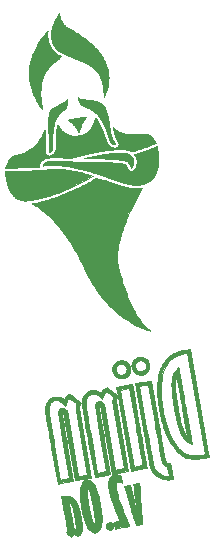
<source format=gbr>
G04 #@! TF.GenerationSoftware,KiCad,Pcbnew,(5.1.9)-1*
G04 #@! TF.CreationDate,2021-04-11T13:58:14+10:00*
G04 #@! TF.ProjectId,ExtraBoard-Base,45787472-6142-46f6-9172-642d42617365,rev?*
G04 #@! TF.SameCoordinates,Original*
G04 #@! TF.FileFunction,Legend,Bot*
G04 #@! TF.FilePolarity,Positive*
%FSLAX46Y46*%
G04 Gerber Fmt 4.6, Leading zero omitted, Abs format (unit mm)*
G04 Created by KiCad (PCBNEW (5.1.9)-1) date 2021-04-11 13:58:14*
%MOMM*%
%LPD*%
G01*
G04 APERTURE LIST*
%ADD10C,0.010000*%
%ADD11C,2.800000*%
%ADD12C,6.400000*%
%ADD13C,0.800000*%
G04 APERTURE END LIST*
D10*
G36*
X157684254Y-32626005D02*
G01*
X157631816Y-32682086D01*
X157571447Y-32750316D01*
X157508741Y-32824099D01*
X157449292Y-32896835D01*
X157398694Y-32961928D01*
X157362543Y-33012779D01*
X157359368Y-33017727D01*
X157308550Y-33114324D01*
X157261193Y-33234836D01*
X157219651Y-33371445D01*
X157186279Y-33516336D01*
X157163429Y-33661690D01*
X157162222Y-33672252D01*
X157149117Y-33846650D01*
X157145247Y-34049433D01*
X157150525Y-34278630D01*
X157164870Y-34532274D01*
X157188197Y-34808396D01*
X157220421Y-35105028D01*
X157224776Y-35141045D01*
X157237975Y-35239177D01*
X157256406Y-35361737D01*
X157279299Y-35504556D01*
X157305889Y-35663470D01*
X157335406Y-35834313D01*
X157367083Y-36012919D01*
X157400153Y-36195121D01*
X157433847Y-36376755D01*
X157467400Y-36553654D01*
X157500042Y-36721651D01*
X157531005Y-36876583D01*
X157559522Y-37014282D01*
X157584826Y-37130582D01*
X157606149Y-37221318D01*
X157613184Y-37248744D01*
X157700779Y-37554708D01*
X157793290Y-37831210D01*
X157890562Y-38077914D01*
X157992434Y-38294490D01*
X158098748Y-38480606D01*
X158209347Y-38635931D01*
X158324072Y-38760132D01*
X158341127Y-38775615D01*
X158376113Y-38802317D01*
X158429674Y-38838025D01*
X158496398Y-38879645D01*
X158570869Y-38924086D01*
X158647672Y-38968256D01*
X158721395Y-39009064D01*
X158786620Y-39043418D01*
X158837936Y-39068225D01*
X158869928Y-39080395D01*
X158876004Y-39081046D01*
X158874437Y-39065484D01*
X158867582Y-39020109D01*
X158855688Y-38946375D01*
X158839009Y-38845733D01*
X158817794Y-38719635D01*
X158792293Y-38569534D01*
X158762758Y-38396879D01*
X158729439Y-38203124D01*
X158692586Y-37989721D01*
X158652449Y-37758120D01*
X158609281Y-37509775D01*
X158563331Y-37246136D01*
X158514850Y-36968656D01*
X158464087Y-36678787D01*
X158411296Y-36377979D01*
X158363323Y-36105203D01*
X158065833Y-36157658D01*
X158113882Y-36430753D01*
X158160035Y-36693661D01*
X158204008Y-36944752D01*
X158245522Y-37182397D01*
X158284292Y-37404967D01*
X158320037Y-37610832D01*
X158352475Y-37798365D01*
X158381327Y-37965935D01*
X158406307Y-38111913D01*
X158427136Y-38234671D01*
X158443532Y-38332578D01*
X158455212Y-38404007D01*
X158461894Y-38447328D01*
X158463370Y-38460965D01*
X158450872Y-38449598D01*
X158425523Y-38418028D01*
X158392182Y-38372404D01*
X158382373Y-38358378D01*
X158290515Y-38211403D01*
X158203466Y-38042006D01*
X158120464Y-37848273D01*
X158040747Y-37628290D01*
X157963554Y-37380140D01*
X157898420Y-37142030D01*
X157879229Y-37061911D01*
X157855980Y-36954965D01*
X157829361Y-36825094D01*
X157800062Y-36676204D01*
X157768773Y-36512196D01*
X157736181Y-36336979D01*
X157702980Y-36154453D01*
X157669856Y-35968526D01*
X157637499Y-35783098D01*
X157606599Y-35602076D01*
X157577845Y-35429364D01*
X157551928Y-35268865D01*
X157529536Y-35124484D01*
X157511360Y-35000125D01*
X157498087Y-34899692D01*
X157491185Y-34836151D01*
X157469933Y-34574629D01*
X157455972Y-34341425D01*
X157449304Y-34133950D01*
X157449930Y-33949621D01*
X157457850Y-33785851D01*
X157473066Y-33640056D01*
X157491527Y-33529378D01*
X157498869Y-33490681D01*
X157505367Y-33454346D01*
X157511300Y-33421609D01*
X157516945Y-33393711D01*
X157522576Y-33371888D01*
X157528472Y-33357376D01*
X157534909Y-33351417D01*
X157542164Y-33355244D01*
X157550514Y-33370099D01*
X157560236Y-33397217D01*
X157571605Y-33437836D01*
X157584899Y-33493195D01*
X157600395Y-33564530D01*
X157618369Y-33653081D01*
X157639097Y-33760085D01*
X157662858Y-33886778D01*
X157689927Y-34034400D01*
X157720581Y-34204187D01*
X157755097Y-34397378D01*
X157793752Y-34615210D01*
X157836821Y-34858922D01*
X157884584Y-35129750D01*
X157937315Y-35428933D01*
X157995291Y-35757707D01*
X158016169Y-35876005D01*
X158065833Y-36157658D01*
X158363323Y-36105203D01*
X158356725Y-36067687D01*
X158314235Y-35826527D01*
X158245800Y-35438606D01*
X158182621Y-35080898D01*
X158124502Y-34752334D01*
X158071250Y-34451850D01*
X158022668Y-34178376D01*
X157978563Y-33930848D01*
X157938740Y-33708199D01*
X157903003Y-33509362D01*
X157871159Y-33333269D01*
X157843012Y-33178854D01*
X157818368Y-33045052D01*
X157797032Y-32930793D01*
X157778810Y-32835013D01*
X157763506Y-32756644D01*
X157750925Y-32694620D01*
X157740874Y-32647874D01*
X157733158Y-32615339D01*
X157727580Y-32595948D01*
X157723950Y-32588635D01*
X157723164Y-32588673D01*
X157684254Y-32626005D01*
G37*
X157684254Y-32626005D02*
X157631816Y-32682086D01*
X157571447Y-32750316D01*
X157508741Y-32824099D01*
X157449292Y-32896835D01*
X157398694Y-32961928D01*
X157362543Y-33012779D01*
X157359368Y-33017727D01*
X157308550Y-33114324D01*
X157261193Y-33234836D01*
X157219651Y-33371445D01*
X157186279Y-33516336D01*
X157163429Y-33661690D01*
X157162222Y-33672252D01*
X157149117Y-33846650D01*
X157145247Y-34049433D01*
X157150525Y-34278630D01*
X157164870Y-34532274D01*
X157188197Y-34808396D01*
X157220421Y-35105028D01*
X157224776Y-35141045D01*
X157237975Y-35239177D01*
X157256406Y-35361737D01*
X157279299Y-35504556D01*
X157305889Y-35663470D01*
X157335406Y-35834313D01*
X157367083Y-36012919D01*
X157400153Y-36195121D01*
X157433847Y-36376755D01*
X157467400Y-36553654D01*
X157500042Y-36721651D01*
X157531005Y-36876583D01*
X157559522Y-37014282D01*
X157584826Y-37130582D01*
X157606149Y-37221318D01*
X157613184Y-37248744D01*
X157700779Y-37554708D01*
X157793290Y-37831210D01*
X157890562Y-38077914D01*
X157992434Y-38294490D01*
X158098748Y-38480606D01*
X158209347Y-38635931D01*
X158324072Y-38760132D01*
X158341127Y-38775615D01*
X158376113Y-38802317D01*
X158429674Y-38838025D01*
X158496398Y-38879645D01*
X158570869Y-38924086D01*
X158647672Y-38968256D01*
X158721395Y-39009064D01*
X158786620Y-39043418D01*
X158837936Y-39068225D01*
X158869928Y-39080395D01*
X158876004Y-39081046D01*
X158874437Y-39065484D01*
X158867582Y-39020109D01*
X158855688Y-38946375D01*
X158839009Y-38845733D01*
X158817794Y-38719635D01*
X158792293Y-38569534D01*
X158762758Y-38396879D01*
X158729439Y-38203124D01*
X158692586Y-37989721D01*
X158652449Y-37758120D01*
X158609281Y-37509775D01*
X158563331Y-37246136D01*
X158514850Y-36968656D01*
X158464087Y-36678787D01*
X158411296Y-36377979D01*
X158363323Y-36105203D01*
X158065833Y-36157658D01*
X158113882Y-36430753D01*
X158160035Y-36693661D01*
X158204008Y-36944752D01*
X158245522Y-37182397D01*
X158284292Y-37404967D01*
X158320037Y-37610832D01*
X158352475Y-37798365D01*
X158381327Y-37965935D01*
X158406307Y-38111913D01*
X158427136Y-38234671D01*
X158443532Y-38332578D01*
X158455212Y-38404007D01*
X158461894Y-38447328D01*
X158463370Y-38460965D01*
X158450872Y-38449598D01*
X158425523Y-38418028D01*
X158392182Y-38372404D01*
X158382373Y-38358378D01*
X158290515Y-38211403D01*
X158203466Y-38042006D01*
X158120464Y-37848273D01*
X158040747Y-37628290D01*
X157963554Y-37380140D01*
X157898420Y-37142030D01*
X157879229Y-37061911D01*
X157855980Y-36954965D01*
X157829361Y-36825094D01*
X157800062Y-36676204D01*
X157768773Y-36512196D01*
X157736181Y-36336979D01*
X157702980Y-36154453D01*
X157669856Y-35968526D01*
X157637499Y-35783098D01*
X157606599Y-35602076D01*
X157577845Y-35429364D01*
X157551928Y-35268865D01*
X157529536Y-35124484D01*
X157511360Y-35000125D01*
X157498087Y-34899692D01*
X157491185Y-34836151D01*
X157469933Y-34574629D01*
X157455972Y-34341425D01*
X157449304Y-34133950D01*
X157449930Y-33949621D01*
X157457850Y-33785851D01*
X157473066Y-33640056D01*
X157491527Y-33529378D01*
X157498869Y-33490681D01*
X157505367Y-33454346D01*
X157511300Y-33421609D01*
X157516945Y-33393711D01*
X157522576Y-33371888D01*
X157528472Y-33357376D01*
X157534909Y-33351417D01*
X157542164Y-33355244D01*
X157550514Y-33370099D01*
X157560236Y-33397217D01*
X157571605Y-33437836D01*
X157584899Y-33493195D01*
X157600395Y-33564530D01*
X157618369Y-33653081D01*
X157639097Y-33760085D01*
X157662858Y-33886778D01*
X157689927Y-34034400D01*
X157720581Y-34204187D01*
X157755097Y-34397378D01*
X157793752Y-34615210D01*
X157836821Y-34858922D01*
X157884584Y-35129750D01*
X157937315Y-35428933D01*
X157995291Y-35757707D01*
X158016169Y-35876005D01*
X158065833Y-36157658D01*
X158363323Y-36105203D01*
X158356725Y-36067687D01*
X158314235Y-35826527D01*
X158245800Y-35438606D01*
X158182621Y-35080898D01*
X158124502Y-34752334D01*
X158071250Y-34451850D01*
X158022668Y-34178376D01*
X157978563Y-33930848D01*
X157938740Y-33708199D01*
X157903003Y-33509362D01*
X157871159Y-33333269D01*
X157843012Y-33178854D01*
X157818368Y-33045052D01*
X157797032Y-32930793D01*
X157778810Y-32835013D01*
X157763506Y-32756644D01*
X157750925Y-32694620D01*
X157740874Y-32647874D01*
X157733158Y-32615339D01*
X157727580Y-32595948D01*
X157723950Y-32588635D01*
X157723164Y-32588673D01*
X157684254Y-32626005D01*
G36*
X154289302Y-31739228D02*
G01*
X154153315Y-31798125D01*
X154030435Y-31885228D01*
X153922549Y-31999653D01*
X153894429Y-32037688D01*
X153819961Y-32169612D01*
X153774564Y-32307696D01*
X153757074Y-32448387D01*
X153766333Y-32588134D01*
X153801184Y-32723384D01*
X153860465Y-32850584D01*
X153943018Y-32966181D01*
X154047682Y-33066622D01*
X154173300Y-33148354D01*
X154271041Y-33191784D01*
X154387369Y-33220466D01*
X154517287Y-33228369D01*
X154650891Y-33216065D01*
X154778273Y-33184127D01*
X154841275Y-33158785D01*
X154973500Y-33079927D01*
X155085307Y-32977692D01*
X155174507Y-32854699D01*
X155238919Y-32713562D01*
X155254029Y-32664658D01*
X155271263Y-32596861D01*
X155280076Y-32542392D01*
X155281179Y-32488533D01*
X155275287Y-32422567D01*
X155269936Y-32381022D01*
X155267577Y-32369388D01*
X154972106Y-32421487D01*
X154974473Y-32521302D01*
X154958275Y-32610480D01*
X154954776Y-32620548D01*
X154909488Y-32710231D01*
X154846435Y-32791317D01*
X154773775Y-32854014D01*
X154746792Y-32870222D01*
X154670623Y-32899611D01*
X154580500Y-32918205D01*
X154489036Y-32924530D01*
X154408850Y-32917107D01*
X154389164Y-32912068D01*
X154311404Y-32876833D01*
X154232753Y-32822327D01*
X154163345Y-32756940D01*
X154113312Y-32689054D01*
X154108367Y-32679699D01*
X154071545Y-32588430D01*
X154056710Y-32499573D01*
X154060785Y-32402626D01*
X154083936Y-32316097D01*
X154130129Y-32227553D01*
X154192807Y-32146454D01*
X154265407Y-32082263D01*
X154296071Y-32063268D01*
X154387443Y-32027486D01*
X154488720Y-32009920D01*
X154587220Y-32012064D01*
X154638068Y-32022927D01*
X154712180Y-32056161D01*
X154790108Y-32108131D01*
X154860719Y-32170176D01*
X154912881Y-32233630D01*
X154916652Y-32239717D01*
X154952417Y-32323477D01*
X154972106Y-32421487D01*
X155267577Y-32369388D01*
X155240564Y-32236175D01*
X155192789Y-32113334D01*
X155123089Y-32006462D01*
X155027945Y-31909521D01*
X154966341Y-31860359D01*
X154837185Y-31779980D01*
X154704997Y-31729592D01*
X154593058Y-31709599D01*
X154436511Y-31709425D01*
X154289302Y-31739228D01*
G37*
X154289302Y-31739228D02*
X154153315Y-31798125D01*
X154030435Y-31885228D01*
X153922549Y-31999653D01*
X153894429Y-32037688D01*
X153819961Y-32169612D01*
X153774564Y-32307696D01*
X153757074Y-32448387D01*
X153766333Y-32588134D01*
X153801184Y-32723384D01*
X153860465Y-32850584D01*
X153943018Y-32966181D01*
X154047682Y-33066622D01*
X154173300Y-33148354D01*
X154271041Y-33191784D01*
X154387369Y-33220466D01*
X154517287Y-33228369D01*
X154650891Y-33216065D01*
X154778273Y-33184127D01*
X154841275Y-33158785D01*
X154973500Y-33079927D01*
X155085307Y-32977692D01*
X155174507Y-32854699D01*
X155238919Y-32713562D01*
X155254029Y-32664658D01*
X155271263Y-32596861D01*
X155280076Y-32542392D01*
X155281179Y-32488533D01*
X155275287Y-32422567D01*
X155269936Y-32381022D01*
X155267577Y-32369388D01*
X154972106Y-32421487D01*
X154974473Y-32521302D01*
X154958275Y-32610480D01*
X154954776Y-32620548D01*
X154909488Y-32710231D01*
X154846435Y-32791317D01*
X154773775Y-32854014D01*
X154746792Y-32870222D01*
X154670623Y-32899611D01*
X154580500Y-32918205D01*
X154489036Y-32924530D01*
X154408850Y-32917107D01*
X154389164Y-32912068D01*
X154311404Y-32876833D01*
X154232753Y-32822327D01*
X154163345Y-32756940D01*
X154113312Y-32689054D01*
X154108367Y-32679699D01*
X154071545Y-32588430D01*
X154056710Y-32499573D01*
X154060785Y-32402626D01*
X154083936Y-32316097D01*
X154130129Y-32227553D01*
X154192807Y-32146454D01*
X154265407Y-32082263D01*
X154296071Y-32063268D01*
X154387443Y-32027486D01*
X154488720Y-32009920D01*
X154587220Y-32012064D01*
X154638068Y-32022927D01*
X154712180Y-32056161D01*
X154790108Y-32108131D01*
X154860719Y-32170176D01*
X154912881Y-32233630D01*
X154916652Y-32239717D01*
X154952417Y-32323477D01*
X154972106Y-32421487D01*
X155267577Y-32369388D01*
X155240564Y-32236175D01*
X155192789Y-32113334D01*
X155123089Y-32006462D01*
X155027945Y-31909521D01*
X154966341Y-31860359D01*
X154837185Y-31779980D01*
X154704997Y-31729592D01*
X154593058Y-31709599D01*
X154436511Y-31709425D01*
X154289302Y-31739228D01*
G36*
X152598191Y-32046933D02*
G01*
X152474164Y-32112773D01*
X152362281Y-32204466D01*
X152266829Y-32317101D01*
X152192089Y-32445770D01*
X152148553Y-32562282D01*
X152131666Y-32626653D01*
X152122862Y-32678910D01*
X152121483Y-32731081D01*
X152126873Y-32795195D01*
X152133128Y-32844735D01*
X152159783Y-32983541D01*
X152201071Y-33099851D01*
X152260056Y-33200739D01*
X152317640Y-33270418D01*
X152436301Y-33376191D01*
X152567528Y-33454890D01*
X152707840Y-33505741D01*
X152853756Y-33527973D01*
X153001791Y-33520811D01*
X153148464Y-33483483D01*
X153194500Y-33465060D01*
X153323042Y-33392038D01*
X153435038Y-33294792D01*
X153527348Y-33177873D01*
X153596835Y-33045837D01*
X153640363Y-32903236D01*
X153653770Y-32798421D01*
X153649662Y-32704993D01*
X153631080Y-32601649D01*
X153334823Y-32653887D01*
X153349621Y-32773159D01*
X153333361Y-32886119D01*
X153285917Y-32993613D01*
X153284191Y-32996466D01*
X153214072Y-33091701D01*
X153134818Y-33158774D01*
X153041220Y-33201035D01*
X152934353Y-33221241D01*
X152871867Y-33223990D01*
X152812208Y-33221210D01*
X152785496Y-33217153D01*
X152714374Y-33190596D01*
X152637261Y-33145064D01*
X152565311Y-33088303D01*
X152509677Y-33028061D01*
X152506129Y-33023128D01*
X152466571Y-32947252D01*
X152438400Y-32854829D01*
X152424950Y-32760025D01*
X152427482Y-32688794D01*
X152452271Y-32603061D01*
X152497943Y-32514465D01*
X152557391Y-32435122D01*
X152600582Y-32393821D01*
X152644705Y-32360770D01*
X152685029Y-32339082D01*
X152733322Y-32323865D01*
X152801354Y-32310223D01*
X152801812Y-32310142D01*
X152899300Y-32298749D01*
X152980257Y-32304987D01*
X153056071Y-32331365D01*
X153138124Y-32380387D01*
X153146098Y-32385922D01*
X153231117Y-32457098D01*
X153290082Y-32536052D01*
X153328688Y-32630873D01*
X153334823Y-32653887D01*
X153631080Y-32601649D01*
X153630543Y-32598666D01*
X153599695Y-32492488D01*
X153560399Y-32399509D01*
X153547635Y-32376442D01*
X153464359Y-32264921D01*
X153357552Y-32166168D01*
X153234493Y-32085285D01*
X153102458Y-32027374D01*
X153017594Y-32004913D01*
X152916581Y-31995379D01*
X152802376Y-32000651D01*
X152689084Y-32019313D01*
X152598191Y-32046933D01*
G37*
X152598191Y-32046933D02*
X152474164Y-32112773D01*
X152362281Y-32204466D01*
X152266829Y-32317101D01*
X152192089Y-32445770D01*
X152148553Y-32562282D01*
X152131666Y-32626653D01*
X152122862Y-32678910D01*
X152121483Y-32731081D01*
X152126873Y-32795195D01*
X152133128Y-32844735D01*
X152159783Y-32983541D01*
X152201071Y-33099851D01*
X152260056Y-33200739D01*
X152317640Y-33270418D01*
X152436301Y-33376191D01*
X152567528Y-33454890D01*
X152707840Y-33505741D01*
X152853756Y-33527973D01*
X153001791Y-33520811D01*
X153148464Y-33483483D01*
X153194500Y-33465060D01*
X153323042Y-33392038D01*
X153435038Y-33294792D01*
X153527348Y-33177873D01*
X153596835Y-33045837D01*
X153640363Y-32903236D01*
X153653770Y-32798421D01*
X153649662Y-32704993D01*
X153631080Y-32601649D01*
X153334823Y-32653887D01*
X153349621Y-32773159D01*
X153333361Y-32886119D01*
X153285917Y-32993613D01*
X153284191Y-32996466D01*
X153214072Y-33091701D01*
X153134818Y-33158774D01*
X153041220Y-33201035D01*
X152934353Y-33221241D01*
X152871867Y-33223990D01*
X152812208Y-33221210D01*
X152785496Y-33217153D01*
X152714374Y-33190596D01*
X152637261Y-33145064D01*
X152565311Y-33088303D01*
X152509677Y-33028061D01*
X152506129Y-33023128D01*
X152466571Y-32947252D01*
X152438400Y-32854829D01*
X152424950Y-32760025D01*
X152427482Y-32688794D01*
X152452271Y-32603061D01*
X152497943Y-32514465D01*
X152557391Y-32435122D01*
X152600582Y-32393821D01*
X152644705Y-32360770D01*
X152685029Y-32339082D01*
X152733322Y-32323865D01*
X152801354Y-32310223D01*
X152801812Y-32310142D01*
X152899300Y-32298749D01*
X152980257Y-32304987D01*
X153056071Y-32331365D01*
X153138124Y-32380387D01*
X153146098Y-32385922D01*
X153231117Y-32457098D01*
X153290082Y-32536052D01*
X153328688Y-32630873D01*
X153334823Y-32653887D01*
X153631080Y-32601649D01*
X153630543Y-32598666D01*
X153599695Y-32492488D01*
X153560399Y-32399509D01*
X153547635Y-32376442D01*
X153464359Y-32264921D01*
X153357552Y-32166168D01*
X153234493Y-32085285D01*
X153102458Y-32027374D01*
X153017594Y-32004913D01*
X152916581Y-31995379D01*
X152802376Y-32000651D01*
X152689084Y-32019313D01*
X152598191Y-32046933D01*
G36*
X148498048Y-34843672D02*
G01*
X148454502Y-34866037D01*
X148327577Y-34945697D01*
X148218117Y-35042457D01*
X148118424Y-35163249D01*
X148107754Y-35178259D01*
X148009912Y-35317737D01*
X147872673Y-35225885D01*
X147721059Y-35141643D01*
X147564999Y-35087772D01*
X147406968Y-35064266D01*
X147249450Y-35071117D01*
X147094921Y-35108318D01*
X146945862Y-35175862D01*
X146862934Y-35228907D01*
X146762662Y-35315725D01*
X146668427Y-35425798D01*
X146586062Y-35550635D01*
X146521406Y-35681741D01*
X146490206Y-35771289D01*
X146454594Y-35934179D01*
X146438233Y-36107200D01*
X146440479Y-36297851D01*
X146442374Y-36328333D01*
X146446713Y-36366080D01*
X146456685Y-36434815D01*
X146472243Y-36534288D01*
X146493347Y-36664248D01*
X146519954Y-36824442D01*
X146552020Y-37014621D01*
X146589503Y-37234534D01*
X146632361Y-37483931D01*
X146680548Y-37762559D01*
X146734024Y-38070169D01*
X146792745Y-38406510D01*
X146856669Y-38771331D01*
X146925752Y-39164380D01*
X146978189Y-39462036D01*
X147503472Y-42441063D01*
X148171100Y-42319139D01*
X148838727Y-42197216D01*
X148332892Y-39282777D01*
X148271374Y-38928302D01*
X148215075Y-38603774D01*
X148163775Y-38307856D01*
X148117258Y-38039214D01*
X148075307Y-37796513D01*
X148037703Y-37578416D01*
X148004229Y-37383590D01*
X147974668Y-37210699D01*
X147948801Y-37058406D01*
X147926412Y-36925379D01*
X147907281Y-36810280D01*
X147891194Y-36711775D01*
X147877931Y-36628529D01*
X147867275Y-36559208D01*
X147859008Y-36502473D01*
X147852914Y-36456993D01*
X147848772Y-36421429D01*
X147846368Y-36394449D01*
X147845483Y-36374716D01*
X147845901Y-36360895D01*
X147847401Y-36351651D01*
X147849768Y-36345649D01*
X147852784Y-36341554D01*
X147853492Y-36340798D01*
X147881183Y-36316968D01*
X147906178Y-36314152D01*
X147940307Y-36332272D01*
X147951781Y-36340153D01*
X147996920Y-36371761D01*
X149019893Y-42173332D01*
X150348218Y-41939112D01*
X149829324Y-38971856D01*
X149310431Y-36004600D01*
X149333039Y-35904263D01*
X149351224Y-35841101D01*
X149377781Y-35787957D01*
X149419685Y-35731998D01*
X149438508Y-35710233D01*
X149521369Y-35616539D01*
X149484703Y-35586994D01*
X149089198Y-35656732D01*
X149060308Y-35750486D01*
X149052399Y-35774836D01*
X149045004Y-35796252D01*
X149038321Y-35816139D01*
X149032551Y-35835892D01*
X149027893Y-35856914D01*
X149024546Y-35880605D01*
X149022711Y-35908364D01*
X149022587Y-35941591D01*
X149024373Y-35981687D01*
X149028269Y-36030051D01*
X149034476Y-36088085D01*
X149043192Y-36157186D01*
X149054616Y-36238758D01*
X149068950Y-36334197D01*
X149086392Y-36444905D01*
X149107142Y-36572283D01*
X149131399Y-36717729D01*
X149159364Y-36882644D01*
X149191236Y-37068430D01*
X149227213Y-37276483D01*
X149267498Y-37508206D01*
X149312288Y-37764999D01*
X149361783Y-38048261D01*
X149416183Y-38359392D01*
X149475687Y-38699793D01*
X149503681Y-38860017D01*
X149998774Y-41694451D01*
X149264559Y-41823912D01*
X148279986Y-36240119D01*
X148208353Y-36164829D01*
X148114800Y-36086788D01*
X148009680Y-36035176D01*
X147921519Y-36014949D01*
X147831633Y-36019604D01*
X147743420Y-36051615D01*
X147662864Y-36106882D01*
X147595950Y-36181306D01*
X147548883Y-36270199D01*
X147518055Y-36352885D01*
X148003681Y-39152717D01*
X148489307Y-41952550D01*
X147747390Y-42092015D01*
X147237478Y-39171243D01*
X147174170Y-38808794D01*
X147116054Y-38476252D01*
X147062937Y-38172234D01*
X147014626Y-37895355D01*
X146970932Y-37644233D01*
X146931661Y-37417483D01*
X146896622Y-37213724D01*
X146865623Y-37031570D01*
X146838470Y-36869639D01*
X146814974Y-36726547D01*
X146794942Y-36600911D01*
X146778180Y-36491347D01*
X146764499Y-36396471D01*
X146753705Y-36314901D01*
X146745608Y-36245252D01*
X146740014Y-36186143D01*
X146736731Y-36136188D01*
X146735569Y-36094004D01*
X146736335Y-36058208D01*
X146738836Y-36027417D01*
X146742882Y-36000247D01*
X146748279Y-35975314D01*
X146754836Y-35951235D01*
X146762362Y-35926626D01*
X146770663Y-35900106D01*
X146779472Y-35870561D01*
X146823703Y-35752704D01*
X146885312Y-35640452D01*
X146958189Y-35543956D01*
X147002528Y-35499809D01*
X147098763Y-35435305D01*
X147213309Y-35391539D01*
X147338975Y-35370334D01*
X147468571Y-35373516D01*
X147488961Y-35376373D01*
X147562094Y-35398933D01*
X147653414Y-35446228D01*
X147761975Y-35517652D01*
X147886834Y-35612603D01*
X147986025Y-35694964D01*
X148148338Y-35833904D01*
X148180354Y-35742023D01*
X148216888Y-35638618D01*
X148246365Y-35559278D01*
X148271421Y-35497834D01*
X148294688Y-35448113D01*
X148318799Y-35403947D01*
X148338435Y-35371686D01*
X148377717Y-35315766D01*
X148420765Y-35264263D01*
X148451972Y-35233880D01*
X148507273Y-35188634D01*
X148798235Y-35422683D01*
X149089198Y-35656732D01*
X149484703Y-35586994D01*
X149059870Y-35244672D01*
X148954187Y-35159561D01*
X148855283Y-35080000D01*
X148766124Y-35008369D01*
X148689680Y-34947047D01*
X148628912Y-34898414D01*
X148586791Y-34864848D01*
X148566281Y-34848729D01*
X148565912Y-34848451D01*
X148545745Y-34835507D01*
X148526361Y-34833403D01*
X148498048Y-34843672D01*
G37*
X148498048Y-34843672D02*
X148454502Y-34866037D01*
X148327577Y-34945697D01*
X148218117Y-35042457D01*
X148118424Y-35163249D01*
X148107754Y-35178259D01*
X148009912Y-35317737D01*
X147872673Y-35225885D01*
X147721059Y-35141643D01*
X147564999Y-35087772D01*
X147406968Y-35064266D01*
X147249450Y-35071117D01*
X147094921Y-35108318D01*
X146945862Y-35175862D01*
X146862934Y-35228907D01*
X146762662Y-35315725D01*
X146668427Y-35425798D01*
X146586062Y-35550635D01*
X146521406Y-35681741D01*
X146490206Y-35771289D01*
X146454594Y-35934179D01*
X146438233Y-36107200D01*
X146440479Y-36297851D01*
X146442374Y-36328333D01*
X146446713Y-36366080D01*
X146456685Y-36434815D01*
X146472243Y-36534288D01*
X146493347Y-36664248D01*
X146519954Y-36824442D01*
X146552020Y-37014621D01*
X146589503Y-37234534D01*
X146632361Y-37483931D01*
X146680548Y-37762559D01*
X146734024Y-38070169D01*
X146792745Y-38406510D01*
X146856669Y-38771331D01*
X146925752Y-39164380D01*
X146978189Y-39462036D01*
X147503472Y-42441063D01*
X148171100Y-42319139D01*
X148838727Y-42197216D01*
X148332892Y-39282777D01*
X148271374Y-38928302D01*
X148215075Y-38603774D01*
X148163775Y-38307856D01*
X148117258Y-38039214D01*
X148075307Y-37796513D01*
X148037703Y-37578416D01*
X148004229Y-37383590D01*
X147974668Y-37210699D01*
X147948801Y-37058406D01*
X147926412Y-36925379D01*
X147907281Y-36810280D01*
X147891194Y-36711775D01*
X147877931Y-36628529D01*
X147867275Y-36559208D01*
X147859008Y-36502473D01*
X147852914Y-36456993D01*
X147848772Y-36421429D01*
X147846368Y-36394449D01*
X147845483Y-36374716D01*
X147845901Y-36360895D01*
X147847401Y-36351651D01*
X147849768Y-36345649D01*
X147852784Y-36341554D01*
X147853492Y-36340798D01*
X147881183Y-36316968D01*
X147906178Y-36314152D01*
X147940307Y-36332272D01*
X147951781Y-36340153D01*
X147996920Y-36371761D01*
X149019893Y-42173332D01*
X150348218Y-41939112D01*
X149829324Y-38971856D01*
X149310431Y-36004600D01*
X149333039Y-35904263D01*
X149351224Y-35841101D01*
X149377781Y-35787957D01*
X149419685Y-35731998D01*
X149438508Y-35710233D01*
X149521369Y-35616539D01*
X149484703Y-35586994D01*
X149089198Y-35656732D01*
X149060308Y-35750486D01*
X149052399Y-35774836D01*
X149045004Y-35796252D01*
X149038321Y-35816139D01*
X149032551Y-35835892D01*
X149027893Y-35856914D01*
X149024546Y-35880605D01*
X149022711Y-35908364D01*
X149022587Y-35941591D01*
X149024373Y-35981687D01*
X149028269Y-36030051D01*
X149034476Y-36088085D01*
X149043192Y-36157186D01*
X149054616Y-36238758D01*
X149068950Y-36334197D01*
X149086392Y-36444905D01*
X149107142Y-36572283D01*
X149131399Y-36717729D01*
X149159364Y-36882644D01*
X149191236Y-37068430D01*
X149227213Y-37276483D01*
X149267498Y-37508206D01*
X149312288Y-37764999D01*
X149361783Y-38048261D01*
X149416183Y-38359392D01*
X149475687Y-38699793D01*
X149503681Y-38860017D01*
X149998774Y-41694451D01*
X149264559Y-41823912D01*
X148279986Y-36240119D01*
X148208353Y-36164829D01*
X148114800Y-36086788D01*
X148009680Y-36035176D01*
X147921519Y-36014949D01*
X147831633Y-36019604D01*
X147743420Y-36051615D01*
X147662864Y-36106882D01*
X147595950Y-36181306D01*
X147548883Y-36270199D01*
X147518055Y-36352885D01*
X148003681Y-39152717D01*
X148489307Y-41952550D01*
X147747390Y-42092015D01*
X147237478Y-39171243D01*
X147174170Y-38808794D01*
X147116054Y-38476252D01*
X147062937Y-38172234D01*
X147014626Y-37895355D01*
X146970932Y-37644233D01*
X146931661Y-37417483D01*
X146896622Y-37213724D01*
X146865623Y-37031570D01*
X146838470Y-36869639D01*
X146814974Y-36726547D01*
X146794942Y-36600911D01*
X146778180Y-36491347D01*
X146764499Y-36396471D01*
X146753705Y-36314901D01*
X146745608Y-36245252D01*
X146740014Y-36186143D01*
X146736731Y-36136188D01*
X146735569Y-36094004D01*
X146736335Y-36058208D01*
X146738836Y-36027417D01*
X146742882Y-36000247D01*
X146748279Y-35975314D01*
X146754836Y-35951235D01*
X146762362Y-35926626D01*
X146770663Y-35900106D01*
X146779472Y-35870561D01*
X146823703Y-35752704D01*
X146885312Y-35640452D01*
X146958189Y-35543956D01*
X147002528Y-35499809D01*
X147098763Y-35435305D01*
X147213309Y-35391539D01*
X147338975Y-35370334D01*
X147468571Y-35373516D01*
X147488961Y-35376373D01*
X147562094Y-35398933D01*
X147653414Y-35446228D01*
X147761975Y-35517652D01*
X147886834Y-35612603D01*
X147986025Y-35694964D01*
X148148338Y-35833904D01*
X148180354Y-35742023D01*
X148216888Y-35638618D01*
X148246365Y-35559278D01*
X148271421Y-35497834D01*
X148294688Y-35448113D01*
X148318799Y-35403947D01*
X148338435Y-35371686D01*
X148377717Y-35315766D01*
X148420765Y-35264263D01*
X148451972Y-35233880D01*
X148507273Y-35188634D01*
X148798235Y-35422683D01*
X149089198Y-35656732D01*
X149484703Y-35586994D01*
X149059870Y-35244672D01*
X148954187Y-35159561D01*
X148855283Y-35080000D01*
X148766124Y-35008369D01*
X148689680Y-34947047D01*
X148628912Y-34898414D01*
X148586791Y-34864848D01*
X148566281Y-34848729D01*
X148565912Y-34848451D01*
X148545745Y-34835507D01*
X148526361Y-34833403D01*
X148498048Y-34843672D01*
G36*
X151563187Y-34325204D02*
G01*
X151467304Y-34387967D01*
X151369835Y-34470626D01*
X151280746Y-34563631D01*
X151210004Y-34657429D01*
X151200535Y-34672743D01*
X151142612Y-34769889D01*
X151002725Y-34676619D01*
X150849733Y-34590533D01*
X150695784Y-34535996D01*
X150539798Y-34512812D01*
X150380696Y-34520777D01*
X150275818Y-34542374D01*
X150127545Y-34595705D01*
X149995345Y-34673721D01*
X149876786Y-34778275D01*
X149769432Y-34911222D01*
X149746283Y-34945683D01*
X149667624Y-35089012D01*
X149611607Y-35243874D01*
X149577499Y-35413726D01*
X149564566Y-35602023D01*
X149569523Y-35776932D01*
X149573762Y-35814784D01*
X149583490Y-35882701D01*
X149598723Y-35980776D01*
X149619479Y-36109102D01*
X149645772Y-36267768D01*
X149677617Y-36456872D01*
X149715032Y-36676504D01*
X149758032Y-36926756D01*
X149806633Y-37207723D01*
X149860850Y-37519496D01*
X149920700Y-37862169D01*
X149986198Y-38235833D01*
X150057361Y-38640583D01*
X150104953Y-38910703D01*
X150630236Y-41889730D01*
X151297864Y-41767806D01*
X151965491Y-41645883D01*
X151459656Y-38731444D01*
X151398139Y-38376969D01*
X151341840Y-38052441D01*
X151290540Y-37756523D01*
X151244023Y-37487881D01*
X151202072Y-37245180D01*
X151164468Y-37027083D01*
X151130994Y-36832257D01*
X151101433Y-36659366D01*
X151075565Y-36507073D01*
X151053176Y-36374046D01*
X151034046Y-36258947D01*
X151017958Y-36160442D01*
X151004695Y-36077197D01*
X150994040Y-36007875D01*
X150985772Y-35951140D01*
X150979678Y-35905660D01*
X150975537Y-35870097D01*
X150973133Y-35843116D01*
X150972248Y-35823383D01*
X150972665Y-35809562D01*
X150974166Y-35800318D01*
X150976533Y-35794316D01*
X150979549Y-35790221D01*
X150980257Y-35789465D01*
X151007948Y-35765635D01*
X151032942Y-35762819D01*
X151067071Y-35780939D01*
X151078545Y-35788821D01*
X151123685Y-35820428D01*
X152146658Y-41621999D01*
X153474983Y-41387779D01*
X152956089Y-38420523D01*
X152437196Y-35453267D01*
X152457570Y-35357374D01*
X152490590Y-35260877D01*
X152540178Y-35185923D01*
X152602412Y-35110366D01*
X153710118Y-41346319D01*
X154371911Y-41229627D01*
X154512783Y-41204540D01*
X154643814Y-41180733D01*
X154761726Y-41158834D01*
X154863246Y-41139475D01*
X154945096Y-41123284D01*
X155004000Y-41110891D01*
X155036683Y-41102927D01*
X155042289Y-41100674D01*
X155040372Y-41084118D01*
X155033164Y-41037694D01*
X155020905Y-40962798D01*
X155003839Y-40860826D01*
X154982205Y-40733173D01*
X154956249Y-40581235D01*
X154926210Y-40406409D01*
X154892331Y-40210091D01*
X154854852Y-39993675D01*
X154814018Y-39758558D01*
X154770069Y-39506137D01*
X154723248Y-39237806D01*
X154673796Y-38954962D01*
X154621954Y-38659001D01*
X154567966Y-38351318D01*
X154512074Y-38033310D01*
X154454517Y-37706372D01*
X154425570Y-37542142D01*
X153852643Y-34292912D01*
X153555601Y-34345289D01*
X154128527Y-37594518D01*
X154184288Y-37911037D01*
X154238487Y-38219262D01*
X154290872Y-38517735D01*
X154341191Y-38804995D01*
X154389192Y-39079585D01*
X154434621Y-39340045D01*
X154477228Y-39584916D01*
X154516759Y-39812739D01*
X154552961Y-40022056D01*
X154585583Y-40211408D01*
X154614372Y-40379335D01*
X154639075Y-40524380D01*
X154659440Y-40645081D01*
X154675215Y-40739983D01*
X154686147Y-40807624D01*
X154691983Y-40846547D01*
X154692870Y-40856008D01*
X154675434Y-40862127D01*
X154631172Y-40872642D01*
X154564563Y-40886633D01*
X154480085Y-40903182D01*
X154382214Y-40921373D01*
X154319496Y-40932591D01*
X153954706Y-40996913D01*
X152895428Y-34989445D01*
X152220248Y-35108497D01*
X152194984Y-35175504D01*
X152179541Y-35226342D01*
X152163907Y-35293615D01*
X152152180Y-35358444D01*
X152134640Y-35474376D01*
X152630050Y-38308754D01*
X153125459Y-41143132D01*
X152391324Y-41272579D01*
X151406751Y-35688787D01*
X151335958Y-35614380D01*
X151241771Y-35534395D01*
X151139728Y-35483113D01*
X151051229Y-35463504D01*
X150956846Y-35469338D01*
X150866230Y-35502713D01*
X150785210Y-35559489D01*
X150719617Y-35635522D01*
X150675282Y-35726673D01*
X150673682Y-35731698D01*
X150647428Y-35816344D01*
X151131750Y-38608781D01*
X151616072Y-41401217D01*
X151245508Y-41470879D01*
X150874943Y-41540541D01*
X150375553Y-38706574D01*
X150312250Y-38347144D01*
X150254293Y-38017637D01*
X150201460Y-37716721D01*
X150153524Y-37443062D01*
X150110261Y-37195327D01*
X150071447Y-36972181D01*
X150036856Y-36772293D01*
X150006263Y-36594329D01*
X149979445Y-36436954D01*
X149956175Y-36298836D01*
X149936230Y-36178642D01*
X149919384Y-36075037D01*
X149905413Y-35986689D01*
X149894091Y-35912264D01*
X149885196Y-35850429D01*
X149878500Y-35799851D01*
X149873780Y-35759195D01*
X149870810Y-35727129D01*
X149869450Y-35704532D01*
X149869116Y-35546893D01*
X149882836Y-35411761D01*
X149912183Y-35292445D01*
X149958730Y-35182258D01*
X150014351Y-35088754D01*
X150104714Y-34978798D01*
X150209116Y-34896504D01*
X150325932Y-34842703D01*
X150453540Y-34818223D01*
X150542957Y-34818539D01*
X150607170Y-34826140D01*
X150666830Y-34837683D01*
X150701428Y-34847981D01*
X150750782Y-34873384D01*
X150818441Y-34916454D01*
X150899251Y-34973462D01*
X150988054Y-35040680D01*
X151079698Y-35114380D01*
X151137948Y-35163650D01*
X151274646Y-35281751D01*
X151298409Y-35215955D01*
X151339798Y-35102722D01*
X151373426Y-35014462D01*
X151401569Y-34946025D01*
X151426501Y-34892263D01*
X151450497Y-34848025D01*
X151475830Y-34808161D01*
X151483322Y-34797299D01*
X151522798Y-34744839D01*
X151562156Y-34698984D01*
X151591983Y-34670430D01*
X151634702Y-34637835D01*
X151927476Y-34873165D01*
X152220248Y-35108497D01*
X152895428Y-34989445D01*
X152805177Y-34477609D01*
X153555601Y-34345289D01*
X153852643Y-34292912D01*
X153800267Y-33995870D01*
X152456296Y-34232848D01*
X152521105Y-34624828D01*
X152585915Y-35016808D01*
X152172639Y-34684252D01*
X152071642Y-34602943D01*
X151976654Y-34526393D01*
X151891004Y-34457295D01*
X151818021Y-34398334D01*
X151761036Y-34352202D01*
X151723376Y-34321586D01*
X151711102Y-34311501D01*
X151662841Y-34271306D01*
X151563187Y-34325204D01*
G37*
X151563187Y-34325204D02*
X151467304Y-34387967D01*
X151369835Y-34470626D01*
X151280746Y-34563631D01*
X151210004Y-34657429D01*
X151200535Y-34672743D01*
X151142612Y-34769889D01*
X151002725Y-34676619D01*
X150849733Y-34590533D01*
X150695784Y-34535996D01*
X150539798Y-34512812D01*
X150380696Y-34520777D01*
X150275818Y-34542374D01*
X150127545Y-34595705D01*
X149995345Y-34673721D01*
X149876786Y-34778275D01*
X149769432Y-34911222D01*
X149746283Y-34945683D01*
X149667624Y-35089012D01*
X149611607Y-35243874D01*
X149577499Y-35413726D01*
X149564566Y-35602023D01*
X149569523Y-35776932D01*
X149573762Y-35814784D01*
X149583490Y-35882701D01*
X149598723Y-35980776D01*
X149619479Y-36109102D01*
X149645772Y-36267768D01*
X149677617Y-36456872D01*
X149715032Y-36676504D01*
X149758032Y-36926756D01*
X149806633Y-37207723D01*
X149860850Y-37519496D01*
X149920700Y-37862169D01*
X149986198Y-38235833D01*
X150057361Y-38640583D01*
X150104953Y-38910703D01*
X150630236Y-41889730D01*
X151297864Y-41767806D01*
X151965491Y-41645883D01*
X151459656Y-38731444D01*
X151398139Y-38376969D01*
X151341840Y-38052441D01*
X151290540Y-37756523D01*
X151244023Y-37487881D01*
X151202072Y-37245180D01*
X151164468Y-37027083D01*
X151130994Y-36832257D01*
X151101433Y-36659366D01*
X151075565Y-36507073D01*
X151053176Y-36374046D01*
X151034046Y-36258947D01*
X151017958Y-36160442D01*
X151004695Y-36077197D01*
X150994040Y-36007875D01*
X150985772Y-35951140D01*
X150979678Y-35905660D01*
X150975537Y-35870097D01*
X150973133Y-35843116D01*
X150972248Y-35823383D01*
X150972665Y-35809562D01*
X150974166Y-35800318D01*
X150976533Y-35794316D01*
X150979549Y-35790221D01*
X150980257Y-35789465D01*
X151007948Y-35765635D01*
X151032942Y-35762819D01*
X151067071Y-35780939D01*
X151078545Y-35788821D01*
X151123685Y-35820428D01*
X152146658Y-41621999D01*
X153474983Y-41387779D01*
X152956089Y-38420523D01*
X152437196Y-35453267D01*
X152457570Y-35357374D01*
X152490590Y-35260877D01*
X152540178Y-35185923D01*
X152602412Y-35110366D01*
X153710118Y-41346319D01*
X154371911Y-41229627D01*
X154512783Y-41204540D01*
X154643814Y-41180733D01*
X154761726Y-41158834D01*
X154863246Y-41139475D01*
X154945096Y-41123284D01*
X155004000Y-41110891D01*
X155036683Y-41102927D01*
X155042289Y-41100674D01*
X155040372Y-41084118D01*
X155033164Y-41037694D01*
X155020905Y-40962798D01*
X155003839Y-40860826D01*
X154982205Y-40733173D01*
X154956249Y-40581235D01*
X154926210Y-40406409D01*
X154892331Y-40210091D01*
X154854852Y-39993675D01*
X154814018Y-39758558D01*
X154770069Y-39506137D01*
X154723248Y-39237806D01*
X154673796Y-38954962D01*
X154621954Y-38659001D01*
X154567966Y-38351318D01*
X154512074Y-38033310D01*
X154454517Y-37706372D01*
X154425570Y-37542142D01*
X153852643Y-34292912D01*
X153555601Y-34345289D01*
X154128527Y-37594518D01*
X154184288Y-37911037D01*
X154238487Y-38219262D01*
X154290872Y-38517735D01*
X154341191Y-38804995D01*
X154389192Y-39079585D01*
X154434621Y-39340045D01*
X154477228Y-39584916D01*
X154516759Y-39812739D01*
X154552961Y-40022056D01*
X154585583Y-40211408D01*
X154614372Y-40379335D01*
X154639075Y-40524380D01*
X154659440Y-40645081D01*
X154675215Y-40739983D01*
X154686147Y-40807624D01*
X154691983Y-40846547D01*
X154692870Y-40856008D01*
X154675434Y-40862127D01*
X154631172Y-40872642D01*
X154564563Y-40886633D01*
X154480085Y-40903182D01*
X154382214Y-40921373D01*
X154319496Y-40932591D01*
X153954706Y-40996913D01*
X152895428Y-34989445D01*
X152220248Y-35108497D01*
X152194984Y-35175504D01*
X152179541Y-35226342D01*
X152163907Y-35293615D01*
X152152180Y-35358444D01*
X152134640Y-35474376D01*
X152630050Y-38308754D01*
X153125459Y-41143132D01*
X152391324Y-41272579D01*
X151406751Y-35688787D01*
X151335958Y-35614380D01*
X151241771Y-35534395D01*
X151139728Y-35483113D01*
X151051229Y-35463504D01*
X150956846Y-35469338D01*
X150866230Y-35502713D01*
X150785210Y-35559489D01*
X150719617Y-35635522D01*
X150675282Y-35726673D01*
X150673682Y-35731698D01*
X150647428Y-35816344D01*
X151131750Y-38608781D01*
X151616072Y-41401217D01*
X151245508Y-41470879D01*
X150874943Y-41540541D01*
X150375553Y-38706574D01*
X150312250Y-38347144D01*
X150254293Y-38017637D01*
X150201460Y-37716721D01*
X150153524Y-37443062D01*
X150110261Y-37195327D01*
X150071447Y-36972181D01*
X150036856Y-36772293D01*
X150006263Y-36594329D01*
X149979445Y-36436954D01*
X149956175Y-36298836D01*
X149936230Y-36178642D01*
X149919384Y-36075037D01*
X149905413Y-35986689D01*
X149894091Y-35912264D01*
X149885196Y-35850429D01*
X149878500Y-35799851D01*
X149873780Y-35759195D01*
X149870810Y-35727129D01*
X149869450Y-35704532D01*
X149869116Y-35546893D01*
X149882836Y-35411761D01*
X149912183Y-35292445D01*
X149958730Y-35182258D01*
X150014351Y-35088754D01*
X150104714Y-34978798D01*
X150209116Y-34896504D01*
X150325932Y-34842703D01*
X150453540Y-34818223D01*
X150542957Y-34818539D01*
X150607170Y-34826140D01*
X150666830Y-34837683D01*
X150701428Y-34847981D01*
X150750782Y-34873384D01*
X150818441Y-34916454D01*
X150899251Y-34973462D01*
X150988054Y-35040680D01*
X151079698Y-35114380D01*
X151137948Y-35163650D01*
X151274646Y-35281751D01*
X151298409Y-35215955D01*
X151339798Y-35102722D01*
X151373426Y-35014462D01*
X151401569Y-34946025D01*
X151426501Y-34892263D01*
X151450497Y-34848025D01*
X151475830Y-34808161D01*
X151483322Y-34797299D01*
X151522798Y-34744839D01*
X151562156Y-34698984D01*
X151591983Y-34670430D01*
X151634702Y-34637835D01*
X151927476Y-34873165D01*
X152220248Y-35108497D01*
X152895428Y-34989445D01*
X152805177Y-34477609D01*
X153555601Y-34345289D01*
X153852643Y-34292912D01*
X153800267Y-33995870D01*
X152456296Y-34232848D01*
X152521105Y-34624828D01*
X152585915Y-35016808D01*
X152172639Y-34684252D01*
X152071642Y-34602943D01*
X151976654Y-34526393D01*
X151891004Y-34457295D01*
X151818021Y-34398334D01*
X151761036Y-34352202D01*
X151723376Y-34321586D01*
X151711102Y-34311501D01*
X151662841Y-34271306D01*
X151563187Y-34325204D01*
G36*
X158282600Y-31098947D02*
G01*
X158070567Y-31143992D01*
X157885383Y-31188848D01*
X157722209Y-31235256D01*
X157576202Y-31284963D01*
X157442520Y-31339710D01*
X157316323Y-31401243D01*
X157192770Y-31471303D01*
X157116895Y-31518803D01*
X156922455Y-31663219D01*
X156744528Y-31834013D01*
X156583422Y-32030259D01*
X156439450Y-32251025D01*
X156312921Y-32495386D01*
X156204148Y-32762414D01*
X156113441Y-33051181D01*
X156041111Y-33360758D01*
X155987468Y-33690218D01*
X155952826Y-34038633D01*
X155937493Y-34405075D01*
X155941781Y-34788616D01*
X155951882Y-34994732D01*
X155963922Y-35165250D01*
X155979100Y-35331913D01*
X155998176Y-35500230D01*
X156021912Y-35675713D01*
X156051070Y-35863871D01*
X156086410Y-36070214D01*
X156128696Y-36300253D01*
X156141866Y-36369565D01*
X156191992Y-36624304D01*
X156240318Y-36853117D01*
X156288373Y-37061656D01*
X156337685Y-37255569D01*
X156389782Y-37440508D01*
X156446196Y-37622121D01*
X156508456Y-37806059D01*
X156578088Y-37997971D01*
X156594226Y-38040970D01*
X156739711Y-38397816D01*
X156895718Y-38724922D01*
X157062447Y-39022575D01*
X157240098Y-39291060D01*
X157428871Y-39530664D01*
X157628967Y-39741672D01*
X157840587Y-39924372D01*
X157986895Y-40029738D01*
X158186185Y-40145952D01*
X158395977Y-40235195D01*
X158618823Y-40298187D01*
X158857273Y-40335652D01*
X159111546Y-40348306D01*
X159171649Y-40347603D01*
X159233093Y-40344812D01*
X159300470Y-40339399D01*
X159378376Y-40330827D01*
X159471399Y-40318566D01*
X159584133Y-40302079D01*
X159721171Y-40280831D01*
X159802610Y-40267875D01*
X160308207Y-40186951D01*
X160255137Y-39885977D01*
X159958094Y-39938354D01*
X159735285Y-39977475D01*
X159632499Y-39994197D01*
X159519415Y-40010453D01*
X159410064Y-40024333D01*
X159322037Y-40033618D01*
X159094854Y-40043232D01*
X158875213Y-40031532D01*
X158668270Y-39999172D01*
X158479180Y-39946815D01*
X158398537Y-39915738D01*
X158322345Y-39877438D01*
X158230273Y-39821942D01*
X158129195Y-39754202D01*
X158025983Y-39679167D01*
X157927510Y-39601788D01*
X157840648Y-39527015D01*
X157786603Y-39474951D01*
X157604553Y-39269489D01*
X157433215Y-39039082D01*
X157272040Y-38782714D01*
X157120474Y-38499372D01*
X156977968Y-38188038D01*
X156843971Y-37847698D01*
X156740522Y-37547697D01*
X156666011Y-37301795D01*
X156593694Y-37030837D01*
X156524833Y-36741504D01*
X156460693Y-36440475D01*
X156402533Y-36134431D01*
X156351617Y-35830053D01*
X156309206Y-35534020D01*
X156276562Y-35253013D01*
X156254947Y-34993712D01*
X156253467Y-34969668D01*
X156240512Y-34600856D01*
X156246000Y-34245654D01*
X156269597Y-33905810D01*
X156310960Y-33583071D01*
X156369756Y-33279183D01*
X156445645Y-32995896D01*
X156538292Y-32734954D01*
X156647359Y-32498107D01*
X156771056Y-32289255D01*
X156857560Y-32166498D01*
X156938863Y-32065236D01*
X157022003Y-31977665D01*
X157114013Y-31895983D01*
X157155984Y-31862344D01*
X157333590Y-31741162D01*
X157538550Y-31633431D01*
X157769153Y-31539828D01*
X158023685Y-31461032D01*
X158300435Y-31397719D01*
X158357589Y-31387101D01*
X158447442Y-31371019D01*
X159958094Y-39938354D01*
X160255137Y-39885977D01*
X158691238Y-31016667D01*
X158282600Y-31098947D01*
G37*
X158282600Y-31098947D02*
X158070567Y-31143992D01*
X157885383Y-31188848D01*
X157722209Y-31235256D01*
X157576202Y-31284963D01*
X157442520Y-31339710D01*
X157316323Y-31401243D01*
X157192770Y-31471303D01*
X157116895Y-31518803D01*
X156922455Y-31663219D01*
X156744528Y-31834013D01*
X156583422Y-32030259D01*
X156439450Y-32251025D01*
X156312921Y-32495386D01*
X156204148Y-32762414D01*
X156113441Y-33051181D01*
X156041111Y-33360758D01*
X155987468Y-33690218D01*
X155952826Y-34038633D01*
X155937493Y-34405075D01*
X155941781Y-34788616D01*
X155951882Y-34994732D01*
X155963922Y-35165250D01*
X155979100Y-35331913D01*
X155998176Y-35500230D01*
X156021912Y-35675713D01*
X156051070Y-35863871D01*
X156086410Y-36070214D01*
X156128696Y-36300253D01*
X156141866Y-36369565D01*
X156191992Y-36624304D01*
X156240318Y-36853117D01*
X156288373Y-37061656D01*
X156337685Y-37255569D01*
X156389782Y-37440508D01*
X156446196Y-37622121D01*
X156508456Y-37806059D01*
X156578088Y-37997971D01*
X156594226Y-38040970D01*
X156739711Y-38397816D01*
X156895718Y-38724922D01*
X157062447Y-39022575D01*
X157240098Y-39291060D01*
X157428871Y-39530664D01*
X157628967Y-39741672D01*
X157840587Y-39924372D01*
X157986895Y-40029738D01*
X158186185Y-40145952D01*
X158395977Y-40235195D01*
X158618823Y-40298187D01*
X158857273Y-40335652D01*
X159111546Y-40348306D01*
X159171649Y-40347603D01*
X159233093Y-40344812D01*
X159300470Y-40339399D01*
X159378376Y-40330827D01*
X159471399Y-40318566D01*
X159584133Y-40302079D01*
X159721171Y-40280831D01*
X159802610Y-40267875D01*
X160308207Y-40186951D01*
X160255137Y-39885977D01*
X159958094Y-39938354D01*
X159735285Y-39977475D01*
X159632499Y-39994197D01*
X159519415Y-40010453D01*
X159410064Y-40024333D01*
X159322037Y-40033618D01*
X159094854Y-40043232D01*
X158875213Y-40031532D01*
X158668270Y-39999172D01*
X158479180Y-39946815D01*
X158398537Y-39915738D01*
X158322345Y-39877438D01*
X158230273Y-39821942D01*
X158129195Y-39754202D01*
X158025983Y-39679167D01*
X157927510Y-39601788D01*
X157840648Y-39527015D01*
X157786603Y-39474951D01*
X157604553Y-39269489D01*
X157433215Y-39039082D01*
X157272040Y-38782714D01*
X157120474Y-38499372D01*
X156977968Y-38188038D01*
X156843971Y-37847698D01*
X156740522Y-37547697D01*
X156666011Y-37301795D01*
X156593694Y-37030837D01*
X156524833Y-36741504D01*
X156460693Y-36440475D01*
X156402533Y-36134431D01*
X156351617Y-35830053D01*
X156309206Y-35534020D01*
X156276562Y-35253013D01*
X156254947Y-34993712D01*
X156253467Y-34969668D01*
X156240512Y-34600856D01*
X156246000Y-34245654D01*
X156269597Y-33905810D01*
X156310960Y-33583071D01*
X156369756Y-33279183D01*
X156445645Y-32995896D01*
X156538292Y-32734954D01*
X156647359Y-32498107D01*
X156771056Y-32289255D01*
X156857560Y-32166498D01*
X156938863Y-32065236D01*
X157022003Y-31977665D01*
X157114013Y-31895983D01*
X157155984Y-31862344D01*
X157333590Y-31741162D01*
X157538550Y-31633431D01*
X157769153Y-31539828D01*
X158023685Y-31461032D01*
X158300435Y-31397719D01*
X158357589Y-31387101D01*
X158447442Y-31371019D01*
X159958094Y-39938354D01*
X160255137Y-39885977D01*
X158691238Y-31016667D01*
X158282600Y-31098947D01*
G36*
X155332276Y-41084468D02*
G01*
X155400035Y-41226785D01*
X155496726Y-41403024D01*
X155609694Y-41556566D01*
X155744293Y-41693850D01*
X155876565Y-41800279D01*
X156061209Y-41916963D01*
X156255797Y-42003872D01*
X156462146Y-42061671D01*
X156670475Y-42090201D01*
X156775897Y-42094335D01*
X156896612Y-42093220D01*
X157020423Y-42087395D01*
X157135127Y-42077399D01*
X157215786Y-42066126D01*
X157284482Y-42054013D01*
X157089356Y-40947401D01*
X156792313Y-40999777D01*
X156932744Y-41796197D01*
X156880215Y-41795403D01*
X156837260Y-41794142D01*
X156776210Y-41791626D01*
X156713782Y-41788575D01*
X156536563Y-41768396D01*
X156374523Y-41725941D01*
X156220564Y-41658591D01*
X156067591Y-41563730D01*
X156029748Y-41536214D01*
X155885919Y-41409191D01*
X155763288Y-41259500D01*
X155671754Y-41105208D01*
X155666518Y-41093994D01*
X155661113Y-41080412D01*
X155655309Y-41063212D01*
X155648873Y-41041144D01*
X155641572Y-41012958D01*
X155633174Y-40977405D01*
X155623448Y-40933235D01*
X155612160Y-40879197D01*
X155599078Y-40814043D01*
X155583969Y-40736522D01*
X155566602Y-40645384D01*
X155546745Y-40539380D01*
X155524164Y-40417260D01*
X155498629Y-40277775D01*
X155469906Y-40119674D01*
X155437762Y-39941708D01*
X155401966Y-39742627D01*
X155362285Y-39521180D01*
X155318488Y-39276119D01*
X155270340Y-39006193D01*
X155217611Y-38710153D01*
X155160068Y-38386749D01*
X155097480Y-38034731D01*
X155029612Y-37652850D01*
X155021118Y-37605045D01*
X154414979Y-34193757D01*
X154782327Y-34128983D01*
X155149674Y-34064210D01*
X155725547Y-37303517D01*
X155792838Y-37682203D01*
X155854772Y-38030928D01*
X155911613Y-38350979D01*
X155963630Y-38643644D01*
X156011090Y-38910208D01*
X156054261Y-39151958D01*
X156093410Y-39370182D01*
X156128803Y-39566167D01*
X156160711Y-39741198D01*
X156189398Y-39896564D01*
X156215132Y-40033550D01*
X156238182Y-40153444D01*
X156258814Y-40257531D01*
X156277295Y-40347101D01*
X156293893Y-40423438D01*
X156308876Y-40487830D01*
X156322512Y-40541563D01*
X156335066Y-40585925D01*
X156346807Y-40622202D01*
X156358003Y-40651682D01*
X156368920Y-40675650D01*
X156379826Y-40695394D01*
X156390988Y-40712201D01*
X156402675Y-40727357D01*
X156415152Y-40742149D01*
X156428687Y-40757863D01*
X156443549Y-40775789D01*
X156448343Y-40781836D01*
X156497996Y-40835999D01*
X156559566Y-40889766D01*
X156625428Y-40937750D01*
X156687957Y-40974565D01*
X156739526Y-40994822D01*
X156752844Y-40996956D01*
X156792313Y-40999777D01*
X157089356Y-40947401D01*
X157047658Y-40710921D01*
X156987417Y-40712099D01*
X156877951Y-40705925D01*
X156789938Y-40680558D01*
X156717467Y-40632906D01*
X156654622Y-40559872D01*
X156633215Y-40526769D01*
X156628375Y-40518056D01*
X156623380Y-40507025D01*
X156618001Y-40492425D01*
X156612003Y-40473007D01*
X156605155Y-40447519D01*
X156597223Y-40414713D01*
X156587975Y-40373336D01*
X156577179Y-40322140D01*
X156564600Y-40259875D01*
X156550009Y-40185290D01*
X156533171Y-40097135D01*
X156513855Y-39994158D01*
X156491827Y-39875112D01*
X156466855Y-39738746D01*
X156438707Y-39583808D01*
X156407149Y-39409049D01*
X156371949Y-39213218D01*
X156332876Y-38995067D01*
X156289695Y-38753344D01*
X156242175Y-38486798D01*
X156190084Y-38194181D01*
X156133188Y-37874241D01*
X156071255Y-37525729D01*
X156004051Y-37147395D01*
X155993332Y-37087041D01*
X155394430Y-33714776D01*
X154730005Y-33831931D01*
X154065581Y-33949087D01*
X155332276Y-41084468D01*
G37*
X155332276Y-41084468D02*
X155400035Y-41226785D01*
X155496726Y-41403024D01*
X155609694Y-41556566D01*
X155744293Y-41693850D01*
X155876565Y-41800279D01*
X156061209Y-41916963D01*
X156255797Y-42003872D01*
X156462146Y-42061671D01*
X156670475Y-42090201D01*
X156775897Y-42094335D01*
X156896612Y-42093220D01*
X157020423Y-42087395D01*
X157135127Y-42077399D01*
X157215786Y-42066126D01*
X157284482Y-42054013D01*
X157089356Y-40947401D01*
X156792313Y-40999777D01*
X156932744Y-41796197D01*
X156880215Y-41795403D01*
X156837260Y-41794142D01*
X156776210Y-41791626D01*
X156713782Y-41788575D01*
X156536563Y-41768396D01*
X156374523Y-41725941D01*
X156220564Y-41658591D01*
X156067591Y-41563730D01*
X156029748Y-41536214D01*
X155885919Y-41409191D01*
X155763288Y-41259500D01*
X155671754Y-41105208D01*
X155666518Y-41093994D01*
X155661113Y-41080412D01*
X155655309Y-41063212D01*
X155648873Y-41041144D01*
X155641572Y-41012958D01*
X155633174Y-40977405D01*
X155623448Y-40933235D01*
X155612160Y-40879197D01*
X155599078Y-40814043D01*
X155583969Y-40736522D01*
X155566602Y-40645384D01*
X155546745Y-40539380D01*
X155524164Y-40417260D01*
X155498629Y-40277775D01*
X155469906Y-40119674D01*
X155437762Y-39941708D01*
X155401966Y-39742627D01*
X155362285Y-39521180D01*
X155318488Y-39276119D01*
X155270340Y-39006193D01*
X155217611Y-38710153D01*
X155160068Y-38386749D01*
X155097480Y-38034731D01*
X155029612Y-37652850D01*
X155021118Y-37605045D01*
X154414979Y-34193757D01*
X154782327Y-34128983D01*
X155149674Y-34064210D01*
X155725547Y-37303517D01*
X155792838Y-37682203D01*
X155854772Y-38030928D01*
X155911613Y-38350979D01*
X155963630Y-38643644D01*
X156011090Y-38910208D01*
X156054261Y-39151958D01*
X156093410Y-39370182D01*
X156128803Y-39566167D01*
X156160711Y-39741198D01*
X156189398Y-39896564D01*
X156215132Y-40033550D01*
X156238182Y-40153444D01*
X156258814Y-40257531D01*
X156277295Y-40347101D01*
X156293893Y-40423438D01*
X156308876Y-40487830D01*
X156322512Y-40541563D01*
X156335066Y-40585925D01*
X156346807Y-40622202D01*
X156358003Y-40651682D01*
X156368920Y-40675650D01*
X156379826Y-40695394D01*
X156390988Y-40712201D01*
X156402675Y-40727357D01*
X156415152Y-40742149D01*
X156428687Y-40757863D01*
X156443549Y-40775789D01*
X156448343Y-40781836D01*
X156497996Y-40835999D01*
X156559566Y-40889766D01*
X156625428Y-40937750D01*
X156687957Y-40974565D01*
X156739526Y-40994822D01*
X156752844Y-40996956D01*
X156792313Y-40999777D01*
X157089356Y-40947401D01*
X157047658Y-40710921D01*
X156987417Y-40712099D01*
X156877951Y-40705925D01*
X156789938Y-40680558D01*
X156717467Y-40632906D01*
X156654622Y-40559872D01*
X156633215Y-40526769D01*
X156628375Y-40518056D01*
X156623380Y-40507025D01*
X156618001Y-40492425D01*
X156612003Y-40473007D01*
X156605155Y-40447519D01*
X156597223Y-40414713D01*
X156587975Y-40373336D01*
X156577179Y-40322140D01*
X156564600Y-40259875D01*
X156550009Y-40185290D01*
X156533171Y-40097135D01*
X156513855Y-39994158D01*
X156491827Y-39875112D01*
X156466855Y-39738746D01*
X156438707Y-39583808D01*
X156407149Y-39409049D01*
X156371949Y-39213218D01*
X156332876Y-38995067D01*
X156289695Y-38753344D01*
X156242175Y-38486798D01*
X156190084Y-38194181D01*
X156133188Y-37874241D01*
X156071255Y-37525729D01*
X156004051Y-37147395D01*
X155993332Y-37087041D01*
X155394430Y-33714776D01*
X154730005Y-33831931D01*
X154065581Y-33949087D01*
X155332276Y-41084468D01*
G36*
X152164618Y-41708057D02*
G01*
X152055994Y-41774758D01*
X151961427Y-41864920D01*
X151883124Y-41976074D01*
X151823291Y-42105752D01*
X151784135Y-42251483D01*
X151769201Y-42377622D01*
X151770002Y-42448258D01*
X151778058Y-42544147D01*
X151792406Y-42659875D01*
X151812090Y-42790024D01*
X151836146Y-42929180D01*
X151863618Y-43071926D01*
X151893544Y-43212847D01*
X151924965Y-43346528D01*
X151956922Y-43467552D01*
X151970743Y-43514865D01*
X152030282Y-43703817D01*
X152101689Y-43917011D01*
X152183319Y-44149958D01*
X152273528Y-44398171D01*
X152370672Y-44657159D01*
X152473108Y-44922434D01*
X152579191Y-45189508D01*
X152629627Y-45313853D01*
X152662589Y-45395056D01*
X152691083Y-45466191D01*
X152713017Y-45521966D01*
X152726303Y-45557082D01*
X152729303Y-45566286D01*
X152715376Y-45574405D01*
X152674405Y-45586219D01*
X152610742Y-45600677D01*
X152528735Y-45616727D01*
X152497393Y-45622369D01*
X152262886Y-45663719D01*
X152367639Y-46257804D01*
X152977358Y-46150294D01*
X153136274Y-46122088D01*
X153266379Y-46098534D01*
X153370188Y-46079102D01*
X153450215Y-46063260D01*
X153508974Y-46050479D01*
X153548980Y-46040226D01*
X153572744Y-46031971D01*
X153582783Y-46025184D01*
X153583469Y-46022319D01*
X153575850Y-46001008D01*
X153557457Y-45956770D01*
X153530825Y-45895505D01*
X153498486Y-45823114D01*
X153488584Y-45801282D01*
X153377923Y-45551427D01*
X153266058Y-45286179D01*
X153154562Y-45009947D01*
X153045016Y-44727137D01*
X152938993Y-44442161D01*
X152838074Y-44159425D01*
X152743832Y-43883338D01*
X152657845Y-43618311D01*
X152581689Y-43368750D01*
X152516943Y-43139066D01*
X152469354Y-42951410D01*
X152443692Y-42820576D01*
X152429998Y-42698361D01*
X152428617Y-42591074D01*
X152439893Y-42505027D01*
X152444073Y-42489686D01*
X152484345Y-42402877D01*
X152542858Y-42340955D01*
X152617080Y-42304791D01*
X152704484Y-42295257D01*
X152802541Y-42313221D01*
X152874007Y-42341587D01*
X152957643Y-42381661D01*
X152856736Y-41809391D01*
X152737200Y-41748557D01*
X152654462Y-41708116D01*
X152589221Y-41681318D01*
X152531820Y-41665354D01*
X152472602Y-41657414D01*
X152415210Y-41654909D01*
X152285092Y-41667284D01*
X152164618Y-41708057D01*
G37*
X152164618Y-41708057D02*
X152055994Y-41774758D01*
X151961427Y-41864920D01*
X151883124Y-41976074D01*
X151823291Y-42105752D01*
X151784135Y-42251483D01*
X151769201Y-42377622D01*
X151770002Y-42448258D01*
X151778058Y-42544147D01*
X151792406Y-42659875D01*
X151812090Y-42790024D01*
X151836146Y-42929180D01*
X151863618Y-43071926D01*
X151893544Y-43212847D01*
X151924965Y-43346528D01*
X151956922Y-43467552D01*
X151970743Y-43514865D01*
X152030282Y-43703817D01*
X152101689Y-43917011D01*
X152183319Y-44149958D01*
X152273528Y-44398171D01*
X152370672Y-44657159D01*
X152473108Y-44922434D01*
X152579191Y-45189508D01*
X152629627Y-45313853D01*
X152662589Y-45395056D01*
X152691083Y-45466191D01*
X152713017Y-45521966D01*
X152726303Y-45557082D01*
X152729303Y-45566286D01*
X152715376Y-45574405D01*
X152674405Y-45586219D01*
X152610742Y-45600677D01*
X152528735Y-45616727D01*
X152497393Y-45622369D01*
X152262886Y-45663719D01*
X152367639Y-46257804D01*
X152977358Y-46150294D01*
X153136274Y-46122088D01*
X153266379Y-46098534D01*
X153370188Y-46079102D01*
X153450215Y-46063260D01*
X153508974Y-46050479D01*
X153548980Y-46040226D01*
X153572744Y-46031971D01*
X153582783Y-46025184D01*
X153583469Y-46022319D01*
X153575850Y-46001008D01*
X153557457Y-45956770D01*
X153530825Y-45895505D01*
X153498486Y-45823114D01*
X153488584Y-45801282D01*
X153377923Y-45551427D01*
X153266058Y-45286179D01*
X153154562Y-45009947D01*
X153045016Y-44727137D01*
X152938993Y-44442161D01*
X152838074Y-44159425D01*
X152743832Y-43883338D01*
X152657845Y-43618311D01*
X152581689Y-43368750D01*
X152516943Y-43139066D01*
X152469354Y-42951410D01*
X152443692Y-42820576D01*
X152429998Y-42698361D01*
X152428617Y-42591074D01*
X152439893Y-42505027D01*
X152444073Y-42489686D01*
X152484345Y-42402877D01*
X152542858Y-42340955D01*
X152617080Y-42304791D01*
X152704484Y-42295257D01*
X152802541Y-42313221D01*
X152874007Y-42341587D01*
X152957643Y-42381661D01*
X152856736Y-41809391D01*
X152737200Y-41748557D01*
X152654462Y-41708116D01*
X152589221Y-41681318D01*
X152531820Y-41665354D01*
X152472602Y-41657414D01*
X152415210Y-41654909D01*
X152285092Y-41667284D01*
X152164618Y-41708057D01*
G36*
X148070928Y-44927903D02*
G01*
X148112606Y-45172289D01*
X148149193Y-45387363D01*
X148180990Y-45575100D01*
X148208295Y-45737477D01*
X148231408Y-45876470D01*
X148250627Y-45994056D01*
X148266254Y-46092211D01*
X148278588Y-46172912D01*
X148287927Y-46238134D01*
X148294570Y-46289854D01*
X148298818Y-46330049D01*
X148300969Y-46360695D01*
X148301324Y-46383768D01*
X148300182Y-46401245D01*
X148297840Y-46415102D01*
X148296851Y-46419236D01*
X148279667Y-46471955D01*
X148258546Y-46518218D01*
X148253601Y-46526434D01*
X148227467Y-46566353D01*
X148409733Y-46753587D01*
X148471618Y-46816645D01*
X148526249Y-46871341D01*
X148569616Y-46913739D01*
X148597715Y-46939906D01*
X148606086Y-46946432D01*
X148626200Y-46941078D01*
X148660442Y-46921021D01*
X148676745Y-46909366D01*
X148733237Y-46852528D01*
X148779741Y-46773052D01*
X148812874Y-46686387D01*
X148833772Y-46621504D01*
X148878160Y-46666816D01*
X148978729Y-46755821D01*
X149075464Y-46813751D01*
X149168095Y-46840541D01*
X149256352Y-46836128D01*
X149339962Y-46800446D01*
X149366505Y-46781783D01*
X149425775Y-46719988D01*
X149477794Y-46635682D01*
X149517602Y-46538021D01*
X149534694Y-46471141D01*
X149546126Y-46387421D01*
X149553478Y-46280367D01*
X149556535Y-46158154D01*
X149555084Y-46028965D01*
X149549416Y-45908438D01*
X149542016Y-45826300D01*
X149529457Y-45719758D01*
X149512641Y-45594350D01*
X149492470Y-45455614D01*
X149469846Y-45309088D01*
X149445671Y-45160308D01*
X149439033Y-45121407D01*
X148910898Y-45214531D01*
X148936419Y-45361468D01*
X148960546Y-45504294D01*
X148982498Y-45638573D01*
X149001496Y-45759870D01*
X149016758Y-45863748D01*
X149027502Y-45945770D01*
X149032903Y-46000752D01*
X149037264Y-46133673D01*
X149031556Y-46236705D01*
X149015788Y-46309758D01*
X149003063Y-46336757D01*
X148975310Y-46362494D01*
X148937402Y-46378267D01*
X148901456Y-46380894D01*
X148880511Y-46368932D01*
X148876090Y-46350665D01*
X148866763Y-46303609D01*
X148852978Y-46230271D01*
X148835186Y-46133159D01*
X148813837Y-46014777D01*
X148789379Y-45877633D01*
X148762262Y-45724232D01*
X148732935Y-45557083D01*
X148701850Y-45378691D01*
X148672698Y-45210350D01*
X148475793Y-44069995D01*
X148533563Y-44103456D01*
X148599142Y-44156397D01*
X148661271Y-44234583D01*
X148715647Y-44331523D01*
X148757969Y-44440722D01*
X148758817Y-44443489D01*
X148772231Y-44494995D01*
X148789718Y-44573441D01*
X148810495Y-44674393D01*
X148833783Y-44793414D01*
X148858800Y-44926068D01*
X148884765Y-45067919D01*
X148910898Y-45214531D01*
X149439033Y-45121407D01*
X149420846Y-45014815D01*
X149396274Y-44878144D01*
X149372858Y-44755835D01*
X149351498Y-44653425D01*
X149333096Y-44576453D01*
X149331528Y-44570639D01*
X149260244Y-44343137D01*
X149178019Y-44143442D01*
X149083613Y-43969131D01*
X148975787Y-43817781D01*
X148906172Y-43739105D01*
X148786741Y-43628334D01*
X148665214Y-43545139D01*
X148537475Y-43488269D01*
X148399409Y-43456474D01*
X148246900Y-43448505D01*
X148075833Y-43463115D01*
X148023622Y-43471151D01*
X147827889Y-43503847D01*
X148070928Y-44927903D01*
G37*
X148070928Y-44927903D02*
X148112606Y-45172289D01*
X148149193Y-45387363D01*
X148180990Y-45575100D01*
X148208295Y-45737477D01*
X148231408Y-45876470D01*
X148250627Y-45994056D01*
X148266254Y-46092211D01*
X148278588Y-46172912D01*
X148287927Y-46238134D01*
X148294570Y-46289854D01*
X148298818Y-46330049D01*
X148300969Y-46360695D01*
X148301324Y-46383768D01*
X148300182Y-46401245D01*
X148297840Y-46415102D01*
X148296851Y-46419236D01*
X148279667Y-46471955D01*
X148258546Y-46518218D01*
X148253601Y-46526434D01*
X148227467Y-46566353D01*
X148409733Y-46753587D01*
X148471618Y-46816645D01*
X148526249Y-46871341D01*
X148569616Y-46913739D01*
X148597715Y-46939906D01*
X148606086Y-46946432D01*
X148626200Y-46941078D01*
X148660442Y-46921021D01*
X148676745Y-46909366D01*
X148733237Y-46852528D01*
X148779741Y-46773052D01*
X148812874Y-46686387D01*
X148833772Y-46621504D01*
X148878160Y-46666816D01*
X148978729Y-46755821D01*
X149075464Y-46813751D01*
X149168095Y-46840541D01*
X149256352Y-46836128D01*
X149339962Y-46800446D01*
X149366505Y-46781783D01*
X149425775Y-46719988D01*
X149477794Y-46635682D01*
X149517602Y-46538021D01*
X149534694Y-46471141D01*
X149546126Y-46387421D01*
X149553478Y-46280367D01*
X149556535Y-46158154D01*
X149555084Y-46028965D01*
X149549416Y-45908438D01*
X149542016Y-45826300D01*
X149529457Y-45719758D01*
X149512641Y-45594350D01*
X149492470Y-45455614D01*
X149469846Y-45309088D01*
X149445671Y-45160308D01*
X149439033Y-45121407D01*
X148910898Y-45214531D01*
X148936419Y-45361468D01*
X148960546Y-45504294D01*
X148982498Y-45638573D01*
X149001496Y-45759870D01*
X149016758Y-45863748D01*
X149027502Y-45945770D01*
X149032903Y-46000752D01*
X149037264Y-46133673D01*
X149031556Y-46236705D01*
X149015788Y-46309758D01*
X149003063Y-46336757D01*
X148975310Y-46362494D01*
X148937402Y-46378267D01*
X148901456Y-46380894D01*
X148880511Y-46368932D01*
X148876090Y-46350665D01*
X148866763Y-46303609D01*
X148852978Y-46230271D01*
X148835186Y-46133159D01*
X148813837Y-46014777D01*
X148789379Y-45877633D01*
X148762262Y-45724232D01*
X148732935Y-45557083D01*
X148701850Y-45378691D01*
X148672698Y-45210350D01*
X148475793Y-44069995D01*
X148533563Y-44103456D01*
X148599142Y-44156397D01*
X148661271Y-44234583D01*
X148715647Y-44331523D01*
X148757969Y-44440722D01*
X148758817Y-44443489D01*
X148772231Y-44494995D01*
X148789718Y-44573441D01*
X148810495Y-44674393D01*
X148833783Y-44793414D01*
X148858800Y-44926068D01*
X148884765Y-45067919D01*
X148910898Y-45214531D01*
X149439033Y-45121407D01*
X149420846Y-45014815D01*
X149396274Y-44878144D01*
X149372858Y-44755835D01*
X149351498Y-44653425D01*
X149333096Y-44576453D01*
X149331528Y-44570639D01*
X149260244Y-44343137D01*
X149178019Y-44143442D01*
X149083613Y-43969131D01*
X148975787Y-43817781D01*
X148906172Y-43739105D01*
X148786741Y-43628334D01*
X148665214Y-43545139D01*
X148537475Y-43488269D01*
X148399409Y-43456474D01*
X148246900Y-43448505D01*
X148075833Y-43463115D01*
X148023622Y-43471151D01*
X147827889Y-43503847D01*
X148070928Y-44927903D01*
G36*
X149826910Y-42114377D02*
G01*
X149744546Y-42159911D01*
X149670493Y-42229130D01*
X149610391Y-42308483D01*
X149534470Y-42447206D01*
X149475064Y-42613021D01*
X149432174Y-42805901D01*
X149405807Y-43025819D01*
X149395963Y-43272747D01*
X149402648Y-43546660D01*
X149423065Y-43819010D01*
X149434604Y-43920041D01*
X149451775Y-44045060D01*
X149473480Y-44187847D01*
X149498625Y-44342181D01*
X149526113Y-44501840D01*
X149554848Y-44660606D01*
X149583734Y-44812259D01*
X149611675Y-44950576D01*
X149637576Y-45069339D01*
X149658593Y-45155732D01*
X149737762Y-45431646D01*
X149822942Y-45679574D01*
X149913853Y-45899034D01*
X150010216Y-46089548D01*
X150111750Y-46250635D01*
X150218174Y-46381816D01*
X150329209Y-46482610D01*
X150444577Y-46552538D01*
X150483063Y-46568578D01*
X150551117Y-46583474D01*
X150633246Y-46586583D01*
X150716265Y-46578618D01*
X150786997Y-46560289D01*
X150807358Y-46551054D01*
X150906318Y-46481078D01*
X150995280Y-46384537D01*
X151070914Y-46265908D01*
X151129887Y-46129668D01*
X151137109Y-46107932D01*
X151176660Y-45952701D01*
X151205124Y-45770979D01*
X151222253Y-45566112D01*
X151227804Y-45341450D01*
X151221533Y-45100340D01*
X151216844Y-45017989D01*
X151209794Y-44942353D01*
X151197060Y-44840490D01*
X151179492Y-44717241D01*
X151157947Y-44577448D01*
X151149008Y-44522563D01*
X150540176Y-44629916D01*
X150565352Y-44780407D01*
X150585709Y-44914437D01*
X150591835Y-44958937D01*
X150612215Y-45118209D01*
X150627260Y-45251234D01*
X150637311Y-45362997D01*
X150642709Y-45458488D01*
X150643795Y-45542695D01*
X150640911Y-45620609D01*
X150638967Y-45648070D01*
X150631178Y-45714310D01*
X150619332Y-45778407D01*
X150605281Y-45833360D01*
X150590872Y-45872164D01*
X150577952Y-45887816D01*
X150575745Y-45887565D01*
X150561165Y-45872008D01*
X150536933Y-45837103D01*
X150514838Y-45801328D01*
X150487106Y-45751343D01*
X150461262Y-45697687D01*
X150436527Y-45637518D01*
X150412121Y-45567989D01*
X150387264Y-45486260D01*
X150361177Y-45389484D01*
X150333080Y-45274818D01*
X150302194Y-45139418D01*
X150267738Y-44980439D01*
X150228934Y-44795038D01*
X150199044Y-44649378D01*
X150155585Y-44429368D01*
X150115762Y-44213968D01*
X150080118Y-44006810D01*
X150049195Y-43811528D01*
X150023534Y-43631755D01*
X150003676Y-43471124D01*
X149990165Y-43333269D01*
X149983542Y-43221821D01*
X149983063Y-43201245D01*
X149984131Y-43120217D01*
X149989060Y-43034857D01*
X149997004Y-42952502D01*
X150007119Y-42880489D01*
X150018561Y-42826156D01*
X150029501Y-42798133D01*
X150043390Y-42800736D01*
X150067557Y-42825481D01*
X150097834Y-42866237D01*
X150130050Y-42916871D01*
X150160037Y-42971254D01*
X150183626Y-43023254D01*
X150184970Y-43026754D01*
X150207822Y-43095549D01*
X150235077Y-43191677D01*
X150265896Y-43311157D01*
X150299442Y-43450008D01*
X150334876Y-43604247D01*
X150371359Y-43769896D01*
X150408053Y-43942971D01*
X150444121Y-44119492D01*
X150478722Y-44295477D01*
X150511021Y-44466945D01*
X150540176Y-44629916D01*
X151149008Y-44522563D01*
X151133275Y-44425952D01*
X151106331Y-44267595D01*
X151077969Y-44107220D01*
X151049042Y-43949667D01*
X151020402Y-43799779D01*
X150992904Y-43662397D01*
X150967400Y-43542363D01*
X150944745Y-43444519D01*
X150928889Y-43384234D01*
X150844604Y-43115954D01*
X150754687Y-42878097D01*
X150659229Y-42670833D01*
X150558319Y-42494334D01*
X150452048Y-42348765D01*
X150340505Y-42234298D01*
X150300664Y-42201938D01*
X150198206Y-42134756D01*
X150101853Y-42095205D01*
X150005731Y-42081517D01*
X149923720Y-42088217D01*
X149826910Y-42114377D01*
G37*
X149826910Y-42114377D02*
X149744546Y-42159911D01*
X149670493Y-42229130D01*
X149610391Y-42308483D01*
X149534470Y-42447206D01*
X149475064Y-42613021D01*
X149432174Y-42805901D01*
X149405807Y-43025819D01*
X149395963Y-43272747D01*
X149402648Y-43546660D01*
X149423065Y-43819010D01*
X149434604Y-43920041D01*
X149451775Y-44045060D01*
X149473480Y-44187847D01*
X149498625Y-44342181D01*
X149526113Y-44501840D01*
X149554848Y-44660606D01*
X149583734Y-44812259D01*
X149611675Y-44950576D01*
X149637576Y-45069339D01*
X149658593Y-45155732D01*
X149737762Y-45431646D01*
X149822942Y-45679574D01*
X149913853Y-45899034D01*
X150010216Y-46089548D01*
X150111750Y-46250635D01*
X150218174Y-46381816D01*
X150329209Y-46482610D01*
X150444577Y-46552538D01*
X150483063Y-46568578D01*
X150551117Y-46583474D01*
X150633246Y-46586583D01*
X150716265Y-46578618D01*
X150786997Y-46560289D01*
X150807358Y-46551054D01*
X150906318Y-46481078D01*
X150995280Y-46384537D01*
X151070914Y-46265908D01*
X151129887Y-46129668D01*
X151137109Y-46107932D01*
X151176660Y-45952701D01*
X151205124Y-45770979D01*
X151222253Y-45566112D01*
X151227804Y-45341450D01*
X151221533Y-45100340D01*
X151216844Y-45017989D01*
X151209794Y-44942353D01*
X151197060Y-44840490D01*
X151179492Y-44717241D01*
X151157947Y-44577448D01*
X151149008Y-44522563D01*
X150540176Y-44629916D01*
X150565352Y-44780407D01*
X150585709Y-44914437D01*
X150591835Y-44958937D01*
X150612215Y-45118209D01*
X150627260Y-45251234D01*
X150637311Y-45362997D01*
X150642709Y-45458488D01*
X150643795Y-45542695D01*
X150640911Y-45620609D01*
X150638967Y-45648070D01*
X150631178Y-45714310D01*
X150619332Y-45778407D01*
X150605281Y-45833360D01*
X150590872Y-45872164D01*
X150577952Y-45887816D01*
X150575745Y-45887565D01*
X150561165Y-45872008D01*
X150536933Y-45837103D01*
X150514838Y-45801328D01*
X150487106Y-45751343D01*
X150461262Y-45697687D01*
X150436527Y-45637518D01*
X150412121Y-45567989D01*
X150387264Y-45486260D01*
X150361177Y-45389484D01*
X150333080Y-45274818D01*
X150302194Y-45139418D01*
X150267738Y-44980439D01*
X150228934Y-44795038D01*
X150199044Y-44649378D01*
X150155585Y-44429368D01*
X150115762Y-44213968D01*
X150080118Y-44006810D01*
X150049195Y-43811528D01*
X150023534Y-43631755D01*
X150003676Y-43471124D01*
X149990165Y-43333269D01*
X149983542Y-43221821D01*
X149983063Y-43201245D01*
X149984131Y-43120217D01*
X149989060Y-43034857D01*
X149997004Y-42952502D01*
X150007119Y-42880489D01*
X150018561Y-42826156D01*
X150029501Y-42798133D01*
X150043390Y-42800736D01*
X150067557Y-42825481D01*
X150097834Y-42866237D01*
X150130050Y-42916871D01*
X150160037Y-42971254D01*
X150183626Y-43023254D01*
X150184970Y-43026754D01*
X150207822Y-43095549D01*
X150235077Y-43191677D01*
X150265896Y-43311157D01*
X150299442Y-43450008D01*
X150334876Y-43604247D01*
X150371359Y-43769896D01*
X150408053Y-43942971D01*
X150444121Y-44119492D01*
X150478722Y-44295477D01*
X150511021Y-44466945D01*
X150540176Y-44629916D01*
X151149008Y-44522563D01*
X151133275Y-44425952D01*
X151106331Y-44267595D01*
X151077969Y-44107220D01*
X151049042Y-43949667D01*
X151020402Y-43799779D01*
X150992904Y-43662397D01*
X150967400Y-43542363D01*
X150944745Y-43444519D01*
X150928889Y-43384234D01*
X150844604Y-43115954D01*
X150754687Y-42878097D01*
X150659229Y-42670833D01*
X150558319Y-42494334D01*
X150452048Y-42348765D01*
X150340505Y-42234298D01*
X150300664Y-42201938D01*
X150198206Y-42134756D01*
X150101853Y-42095205D01*
X150005731Y-42081517D01*
X149923720Y-42088217D01*
X149826910Y-42114377D01*
G36*
X151754508Y-45746973D02*
G01*
X151682379Y-45805706D01*
X151627664Y-45886038D01*
X151606408Y-45940290D01*
X151592211Y-46034931D01*
X151605359Y-46123259D01*
X151641613Y-46202203D01*
X151696736Y-46268696D01*
X151766487Y-46319667D01*
X151846629Y-46352047D01*
X151932923Y-46362768D01*
X152021129Y-46348760D01*
X152107011Y-46306953D01*
X152109969Y-46304917D01*
X152184394Y-46235996D01*
X152232916Y-46154463D01*
X152255500Y-46065708D01*
X152252109Y-45975118D01*
X152222708Y-45888086D01*
X152167259Y-45810001D01*
X152113604Y-45764022D01*
X152023601Y-45718363D01*
X151930297Y-45701502D01*
X151838874Y-45711639D01*
X151754508Y-45746973D01*
G37*
X151754508Y-45746973D02*
X151682379Y-45805706D01*
X151627664Y-45886038D01*
X151606408Y-45940290D01*
X151592211Y-46034931D01*
X151605359Y-46123259D01*
X151641613Y-46202203D01*
X151696736Y-46268696D01*
X151766487Y-46319667D01*
X151846629Y-46352047D01*
X151932923Y-46362768D01*
X152021129Y-46348760D01*
X152107011Y-46306953D01*
X152109969Y-46304917D01*
X152184394Y-46235996D01*
X152232916Y-46154463D01*
X152255500Y-46065708D01*
X152252109Y-45975118D01*
X152222708Y-45888086D01*
X152167259Y-45810001D01*
X152113604Y-45764022D01*
X152023601Y-45718363D01*
X151930297Y-45701502D01*
X151838874Y-45711639D01*
X151754508Y-45746973D01*
G36*
X153923338Y-42562044D02*
G01*
X153927573Y-42591961D01*
X153935262Y-42650776D01*
X153946081Y-42735863D01*
X153959703Y-42844597D01*
X153975805Y-42974350D01*
X153994064Y-43122496D01*
X154014152Y-43286410D01*
X154035749Y-43463465D01*
X154058526Y-43651034D01*
X154082161Y-43846491D01*
X154086601Y-43883297D01*
X154116072Y-44129059D01*
X154141485Y-44343850D01*
X154162893Y-44528180D01*
X154180351Y-44682558D01*
X154193913Y-44807498D01*
X154203632Y-44903508D01*
X154209564Y-44971101D01*
X154211762Y-45010786D01*
X154210282Y-45023074D01*
X154206805Y-45014675D01*
X154198619Y-44982406D01*
X154184243Y-44921948D01*
X154164315Y-44836119D01*
X154139474Y-44727737D01*
X154110360Y-44599620D01*
X154077611Y-44454586D01*
X154041867Y-44295453D01*
X154003768Y-44125038D01*
X153963950Y-43946160D01*
X153941381Y-43844424D01*
X153900717Y-43661154D01*
X153861319Y-43484081D01*
X153823841Y-43316117D01*
X153788937Y-43160168D01*
X153757263Y-43019145D01*
X153729471Y-42895957D01*
X153706216Y-42793513D01*
X153688151Y-42714722D01*
X153675932Y-42662494D01*
X153672068Y-42646649D01*
X153639939Y-42519326D01*
X153125413Y-42610050D01*
X153143141Y-42659314D01*
X153150042Y-42681061D01*
X153165378Y-42731157D01*
X153188527Y-42807526D01*
X153218863Y-42908087D01*
X153255765Y-43030761D01*
X153298607Y-43173469D01*
X153346765Y-43334132D01*
X153399617Y-43510669D01*
X153456538Y-43701001D01*
X153516904Y-43903051D01*
X153580092Y-44114739D01*
X153633456Y-44293658D01*
X153698486Y-44511683D01*
X153761203Y-44721774D01*
X153820983Y-44921849D01*
X153877201Y-45109831D01*
X153929234Y-45283638D01*
X153976459Y-45441193D01*
X154018253Y-45580416D01*
X154053990Y-45699227D01*
X154083049Y-45795549D01*
X154104804Y-45867299D01*
X154118633Y-45912401D01*
X154123617Y-45928028D01*
X154141192Y-45977319D01*
X154617769Y-45893285D01*
X154524204Y-44188984D01*
X154511549Y-43958190D01*
X154499380Y-43735641D01*
X154487810Y-43523471D01*
X154476954Y-43323808D01*
X154466926Y-43138785D01*
X154457843Y-42970533D01*
X154449817Y-42821182D01*
X154442965Y-42692862D01*
X154437401Y-42587707D01*
X154433239Y-42507845D01*
X154430595Y-42455410D01*
X154429584Y-42432530D01*
X154429583Y-42432479D01*
X154428528Y-42380276D01*
X153908520Y-42471968D01*
X153923338Y-42562044D01*
G37*
X153923338Y-42562044D02*
X153927573Y-42591961D01*
X153935262Y-42650776D01*
X153946081Y-42735863D01*
X153959703Y-42844597D01*
X153975805Y-42974350D01*
X153994064Y-43122496D01*
X154014152Y-43286410D01*
X154035749Y-43463465D01*
X154058526Y-43651034D01*
X154082161Y-43846491D01*
X154086601Y-43883297D01*
X154116072Y-44129059D01*
X154141485Y-44343850D01*
X154162893Y-44528180D01*
X154180351Y-44682558D01*
X154193913Y-44807498D01*
X154203632Y-44903508D01*
X154209564Y-44971101D01*
X154211762Y-45010786D01*
X154210282Y-45023074D01*
X154206805Y-45014675D01*
X154198619Y-44982406D01*
X154184243Y-44921948D01*
X154164315Y-44836119D01*
X154139474Y-44727737D01*
X154110360Y-44599620D01*
X154077611Y-44454586D01*
X154041867Y-44295453D01*
X154003768Y-44125038D01*
X153963950Y-43946160D01*
X153941381Y-43844424D01*
X153900717Y-43661154D01*
X153861319Y-43484081D01*
X153823841Y-43316117D01*
X153788937Y-43160168D01*
X153757263Y-43019145D01*
X153729471Y-42895957D01*
X153706216Y-42793513D01*
X153688151Y-42714722D01*
X153675932Y-42662494D01*
X153672068Y-42646649D01*
X153639939Y-42519326D01*
X153125413Y-42610050D01*
X153143141Y-42659314D01*
X153150042Y-42681061D01*
X153165378Y-42731157D01*
X153188527Y-42807526D01*
X153218863Y-42908087D01*
X153255765Y-43030761D01*
X153298607Y-43173469D01*
X153346765Y-43334132D01*
X153399617Y-43510669D01*
X153456538Y-43701001D01*
X153516904Y-43903051D01*
X153580092Y-44114739D01*
X153633456Y-44293658D01*
X153698486Y-44511683D01*
X153761203Y-44721774D01*
X153820983Y-44921849D01*
X153877201Y-45109831D01*
X153929234Y-45283638D01*
X153976459Y-45441193D01*
X154018253Y-45580416D01*
X154053990Y-45699227D01*
X154083049Y-45795549D01*
X154104804Y-45867299D01*
X154118633Y-45912401D01*
X154123617Y-45928028D01*
X154141192Y-45977319D01*
X154617769Y-45893285D01*
X154524204Y-44188984D01*
X154511549Y-43958190D01*
X154499380Y-43735641D01*
X154487810Y-43523471D01*
X154476954Y-43323808D01*
X154466926Y-43138785D01*
X154457843Y-42970533D01*
X154449817Y-42821182D01*
X154442965Y-42692862D01*
X154437401Y-42587707D01*
X154433239Y-42507845D01*
X154430595Y-42455410D01*
X154429584Y-42432530D01*
X154429583Y-42432479D01*
X154428528Y-42380276D01*
X153908520Y-42471968D01*
X153923338Y-42562044D01*
G36*
X150708285Y-16585718D02*
G01*
X150669484Y-16608470D01*
X150634081Y-16629186D01*
X150601400Y-16648260D01*
X150570758Y-16666085D01*
X150541478Y-16683054D01*
X150512880Y-16699561D01*
X150484285Y-16715999D01*
X150455013Y-16732762D01*
X150424385Y-16750243D01*
X150413970Y-16756177D01*
X150317979Y-16810463D01*
X150218559Y-16865969D01*
X150116694Y-16922164D01*
X150013365Y-16978513D01*
X149909555Y-17034483D01*
X149806248Y-17089544D01*
X149704425Y-17143162D01*
X149605072Y-17194804D01*
X149594389Y-17200314D01*
X149387949Y-17305388D01*
X149182833Y-17407157D01*
X148979132Y-17505585D01*
X148776933Y-17600635D01*
X148576326Y-17692274D01*
X148377400Y-17780465D01*
X148180240Y-17865173D01*
X147984939Y-17946362D01*
X147791583Y-18023996D01*
X147600262Y-18098042D01*
X147411062Y-18168461D01*
X147224074Y-18235219D01*
X147039387Y-18298281D01*
X146857087Y-18357610D01*
X146677264Y-18413172D01*
X146500007Y-18464931D01*
X146325403Y-18512850D01*
X146323526Y-18513349D01*
X146180711Y-18550156D01*
X146040575Y-18584068D01*
X145902193Y-18615285D01*
X145764640Y-18644004D01*
X145626990Y-18670422D01*
X145488319Y-18694736D01*
X145429427Y-18704388D01*
X145404939Y-18708334D01*
X145381849Y-18712081D01*
X145360584Y-18715558D01*
X145341571Y-18718695D01*
X145325236Y-18721419D01*
X145312008Y-18723661D01*
X145302310Y-18725348D01*
X145296571Y-18726411D01*
X145295134Y-18726746D01*
X145296496Y-18728109D01*
X145301509Y-18731252D01*
X145309574Y-18735838D01*
X145320094Y-18741529D01*
X145332470Y-18747987D01*
X145335028Y-18749297D01*
X145428524Y-18798546D01*
X145523885Y-18851785D01*
X145620782Y-18908794D01*
X145718887Y-18969352D01*
X145817871Y-19033239D01*
X145917405Y-19100235D01*
X146017162Y-19170120D01*
X146116812Y-19242673D01*
X146216025Y-19317674D01*
X146314475Y-19394901D01*
X146392603Y-19458255D01*
X146526343Y-19570917D01*
X146659433Y-19688237D01*
X146791827Y-19810163D01*
X146923482Y-19936644D01*
X147054350Y-20067630D01*
X147184389Y-20203068D01*
X147313552Y-20342909D01*
X147441794Y-20487100D01*
X147569071Y-20635589D01*
X147695337Y-20788328D01*
X147820547Y-20945262D01*
X147944657Y-21106343D01*
X148067620Y-21271518D01*
X148189394Y-21440736D01*
X148309930Y-21613946D01*
X148379232Y-21716179D01*
X148489116Y-21882179D01*
X148597454Y-22050580D01*
X148704347Y-22221565D01*
X148809898Y-22395320D01*
X148914209Y-22572029D01*
X149017382Y-22751879D01*
X149119519Y-22935051D01*
X149220723Y-23121734D01*
X149321094Y-23312110D01*
X149420736Y-23506365D01*
X149519750Y-23704684D01*
X149618240Y-23907250D01*
X149716306Y-24114251D01*
X149781189Y-24254133D01*
X149805734Y-24307374D01*
X149828635Y-24356795D01*
X149850147Y-24402927D01*
X149870523Y-24446300D01*
X149890019Y-24487446D01*
X149908887Y-24526896D01*
X149927381Y-24565182D01*
X149945757Y-24602833D01*
X149964268Y-24640382D01*
X149983169Y-24678360D01*
X150002712Y-24717297D01*
X150003991Y-24719835D01*
X150104282Y-24914404D01*
X150207066Y-25105113D01*
X150312507Y-25292240D01*
X150420772Y-25476066D01*
X150532027Y-25656868D01*
X150646439Y-25834925D01*
X150764170Y-26010517D01*
X150819380Y-26090382D01*
X150866244Y-26156834D01*
X150915711Y-26225663D01*
X150967041Y-26295871D01*
X151019490Y-26366468D01*
X151072321Y-26436457D01*
X151124789Y-26504846D01*
X151176156Y-26570640D01*
X151197803Y-26597992D01*
X151329036Y-26759526D01*
X151463135Y-26917589D01*
X151600030Y-27072118D01*
X151739656Y-27223054D01*
X151881947Y-27370340D01*
X152026832Y-27513915D01*
X152174248Y-27653720D01*
X152324126Y-27789696D01*
X152476398Y-27921784D01*
X152630999Y-28049925D01*
X152787861Y-28174058D01*
X152946916Y-28294125D01*
X153108099Y-28410068D01*
X153271340Y-28521826D01*
X153436574Y-28629340D01*
X153603733Y-28732551D01*
X153639881Y-28754152D01*
X153777969Y-28834360D01*
X153916673Y-28911302D01*
X154055739Y-28984863D01*
X154194915Y-29054925D01*
X154333947Y-29121374D01*
X154472580Y-29184094D01*
X154610564Y-29242969D01*
X154747644Y-29297884D01*
X154883566Y-29348721D01*
X155018079Y-29395367D01*
X155103741Y-29423103D01*
X155124471Y-29429524D01*
X155146996Y-29436324D01*
X155170785Y-29443355D01*
X155195306Y-29450470D01*
X155220027Y-29457523D01*
X155244417Y-29464368D01*
X155267943Y-29470856D01*
X155290074Y-29476842D01*
X155310278Y-29482179D01*
X155328022Y-29486720D01*
X155342775Y-29490318D01*
X155354005Y-29492825D01*
X155360778Y-29494045D01*
X155361575Y-29493355D01*
X155358628Y-29490758D01*
X155352377Y-29486595D01*
X155346742Y-29483205D01*
X155335840Y-29476502D01*
X155321878Y-29467389D01*
X155305547Y-29456359D01*
X155287543Y-29443906D01*
X155268560Y-29430524D01*
X155249292Y-29416706D01*
X155230433Y-29402944D01*
X155212676Y-29389735D01*
X155196718Y-29377569D01*
X155183565Y-29367195D01*
X155110715Y-29306130D01*
X155037652Y-29240417D01*
X154964440Y-29170145D01*
X154891144Y-29095405D01*
X154817830Y-29016287D01*
X154744563Y-28932882D01*
X154671410Y-28845281D01*
X154598434Y-28753574D01*
X154525703Y-28657852D01*
X154453281Y-28558204D01*
X154381235Y-28454721D01*
X154309629Y-28347495D01*
X154238528Y-28236614D01*
X154167999Y-28122170D01*
X154098107Y-28004253D01*
X154028917Y-27882954D01*
X153960495Y-27758364D01*
X153892907Y-27630572D01*
X153826217Y-27499669D01*
X153814246Y-27475648D01*
X153731992Y-27306326D01*
X153651218Y-27132564D01*
X153571919Y-26954355D01*
X153494095Y-26771694D01*
X153417744Y-26584576D01*
X153342864Y-26392994D01*
X153269452Y-26196945D01*
X153197507Y-25996420D01*
X153127027Y-25791417D01*
X153058009Y-25581927D01*
X152990453Y-25367947D01*
X152924354Y-25149470D01*
X152859713Y-24926491D01*
X152796527Y-24699004D01*
X152734792Y-24467004D01*
X152714010Y-24386613D01*
X152701639Y-24338095D01*
X152688343Y-24285359D01*
X152674106Y-24228326D01*
X152658906Y-24166915D01*
X152642722Y-24101048D01*
X152625537Y-24030645D01*
X152621123Y-24012499D01*
X152611216Y-23969393D01*
X152601476Y-23922496D01*
X152592060Y-23872767D01*
X152583123Y-23821163D01*
X152574823Y-23768640D01*
X152567316Y-23716158D01*
X152560758Y-23664671D01*
X152555305Y-23615140D01*
X152553955Y-23601308D01*
X152545026Y-23486078D01*
X152539730Y-23367818D01*
X152538063Y-23246546D01*
X152540021Y-23122282D01*
X152545597Y-22995047D01*
X152554788Y-22864857D01*
X152567588Y-22731734D01*
X152583992Y-22595695D01*
X152603996Y-22456761D01*
X152627595Y-22314951D01*
X152654783Y-22170283D01*
X152685557Y-22022777D01*
X152719910Y-21872453D01*
X152757839Y-21719329D01*
X152799338Y-21563425D01*
X152844402Y-21404760D01*
X152893027Y-21243353D01*
X152945207Y-21079225D01*
X153000938Y-20912392D01*
X153060215Y-20742876D01*
X153123033Y-20570695D01*
X153189386Y-20395869D01*
X153259272Y-20218416D01*
X153332683Y-20038356D01*
X153409615Y-19855709D01*
X153490065Y-19670492D01*
X153574026Y-19482727D01*
X153632805Y-19354287D01*
X153707527Y-19194382D01*
X153785309Y-19031603D01*
X153865885Y-18866464D01*
X153948988Y-18699477D01*
X154034352Y-18531157D01*
X154121713Y-18362015D01*
X154210802Y-18192567D01*
X154301354Y-18023323D01*
X154393102Y-17854801D01*
X154485780Y-17687511D01*
X154579123Y-17521967D01*
X154621334Y-17448073D01*
X154654403Y-17390418D01*
X154641693Y-17392091D01*
X154636128Y-17392848D01*
X154626574Y-17394172D01*
X154613745Y-17395965D01*
X154598351Y-17398126D01*
X154581106Y-17400556D01*
X154562721Y-17403154D01*
X154557255Y-17403928D01*
X154458434Y-17416285D01*
X154359671Y-17425292D01*
X154260110Y-17430995D01*
X154158892Y-17433441D01*
X154055160Y-17432676D01*
X154033648Y-17432130D01*
X153960495Y-17429069D01*
X153885647Y-17423954D01*
X153808946Y-17416756D01*
X153730236Y-17407438D01*
X153649356Y-17395967D01*
X153566150Y-17382313D01*
X153480459Y-17366438D01*
X153392126Y-17348311D01*
X153300991Y-17327899D01*
X153206897Y-17305167D01*
X153109686Y-17280084D01*
X153009200Y-17252613D01*
X152905280Y-17222724D01*
X152797770Y-17190381D01*
X152686510Y-17155553D01*
X152612211Y-17131598D01*
X152567958Y-17117108D01*
X152523486Y-17102405D01*
X152478502Y-17087385D01*
X152432712Y-17071949D01*
X152385824Y-17055990D01*
X152337542Y-17039410D01*
X152287575Y-17022103D01*
X152235627Y-17003968D01*
X152181406Y-16984902D01*
X152124619Y-16964802D01*
X152064970Y-16943565D01*
X152002168Y-16921090D01*
X151935919Y-16897272D01*
X151865928Y-16872011D01*
X151791902Y-16845204D01*
X151763222Y-16834796D01*
X151739467Y-16826185D01*
X151716707Y-16817962D01*
X151695396Y-16810289D01*
X151675990Y-16803329D01*
X151658939Y-16797243D01*
X151644697Y-16792193D01*
X151633721Y-16788342D01*
X151626461Y-16785850D01*
X151623977Y-16785045D01*
X151617913Y-16783434D01*
X151608044Y-16781065D01*
X151595219Y-16778131D01*
X151580284Y-16774824D01*
X151564089Y-16771336D01*
X151554933Y-16769406D01*
X151500954Y-16757979D01*
X151443101Y-16745468D01*
X151382074Y-16732035D01*
X151318580Y-16717845D01*
X151253322Y-16703061D01*
X151187004Y-16687846D01*
X151120332Y-16672364D01*
X151054008Y-16656777D01*
X150988738Y-16641249D01*
X150925225Y-16625944D01*
X150864175Y-16611026D01*
X150806291Y-16596656D01*
X150761238Y-16585285D01*
X150724818Y-16576014D01*
X150708285Y-16585718D01*
G37*
X150708285Y-16585718D02*
X150669484Y-16608470D01*
X150634081Y-16629186D01*
X150601400Y-16648260D01*
X150570758Y-16666085D01*
X150541478Y-16683054D01*
X150512880Y-16699561D01*
X150484285Y-16715999D01*
X150455013Y-16732762D01*
X150424385Y-16750243D01*
X150413970Y-16756177D01*
X150317979Y-16810463D01*
X150218559Y-16865969D01*
X150116694Y-16922164D01*
X150013365Y-16978513D01*
X149909555Y-17034483D01*
X149806248Y-17089544D01*
X149704425Y-17143162D01*
X149605072Y-17194804D01*
X149594389Y-17200314D01*
X149387949Y-17305388D01*
X149182833Y-17407157D01*
X148979132Y-17505585D01*
X148776933Y-17600635D01*
X148576326Y-17692274D01*
X148377400Y-17780465D01*
X148180240Y-17865173D01*
X147984939Y-17946362D01*
X147791583Y-18023996D01*
X147600262Y-18098042D01*
X147411062Y-18168461D01*
X147224074Y-18235219D01*
X147039387Y-18298281D01*
X146857087Y-18357610D01*
X146677264Y-18413172D01*
X146500007Y-18464931D01*
X146325403Y-18512850D01*
X146323526Y-18513349D01*
X146180711Y-18550156D01*
X146040575Y-18584068D01*
X145902193Y-18615285D01*
X145764640Y-18644004D01*
X145626990Y-18670422D01*
X145488319Y-18694736D01*
X145429427Y-18704388D01*
X145404939Y-18708334D01*
X145381849Y-18712081D01*
X145360584Y-18715558D01*
X145341571Y-18718695D01*
X145325236Y-18721419D01*
X145312008Y-18723661D01*
X145302310Y-18725348D01*
X145296571Y-18726411D01*
X145295134Y-18726746D01*
X145296496Y-18728109D01*
X145301509Y-18731252D01*
X145309574Y-18735838D01*
X145320094Y-18741529D01*
X145332470Y-18747987D01*
X145335028Y-18749297D01*
X145428524Y-18798546D01*
X145523885Y-18851785D01*
X145620782Y-18908794D01*
X145718887Y-18969352D01*
X145817871Y-19033239D01*
X145917405Y-19100235D01*
X146017162Y-19170120D01*
X146116812Y-19242673D01*
X146216025Y-19317674D01*
X146314475Y-19394901D01*
X146392603Y-19458255D01*
X146526343Y-19570917D01*
X146659433Y-19688237D01*
X146791827Y-19810163D01*
X146923482Y-19936644D01*
X147054350Y-20067630D01*
X147184389Y-20203068D01*
X147313552Y-20342909D01*
X147441794Y-20487100D01*
X147569071Y-20635589D01*
X147695337Y-20788328D01*
X147820547Y-20945262D01*
X147944657Y-21106343D01*
X148067620Y-21271518D01*
X148189394Y-21440736D01*
X148309930Y-21613946D01*
X148379232Y-21716179D01*
X148489116Y-21882179D01*
X148597454Y-22050580D01*
X148704347Y-22221565D01*
X148809898Y-22395320D01*
X148914209Y-22572029D01*
X149017382Y-22751879D01*
X149119519Y-22935051D01*
X149220723Y-23121734D01*
X149321094Y-23312110D01*
X149420736Y-23506365D01*
X149519750Y-23704684D01*
X149618240Y-23907250D01*
X149716306Y-24114251D01*
X149781189Y-24254133D01*
X149805734Y-24307374D01*
X149828635Y-24356795D01*
X149850147Y-24402927D01*
X149870523Y-24446300D01*
X149890019Y-24487446D01*
X149908887Y-24526896D01*
X149927381Y-24565182D01*
X149945757Y-24602833D01*
X149964268Y-24640382D01*
X149983169Y-24678360D01*
X150002712Y-24717297D01*
X150003991Y-24719835D01*
X150104282Y-24914404D01*
X150207066Y-25105113D01*
X150312507Y-25292240D01*
X150420772Y-25476066D01*
X150532027Y-25656868D01*
X150646439Y-25834925D01*
X150764170Y-26010517D01*
X150819380Y-26090382D01*
X150866244Y-26156834D01*
X150915711Y-26225663D01*
X150967041Y-26295871D01*
X151019490Y-26366468D01*
X151072321Y-26436457D01*
X151124789Y-26504846D01*
X151176156Y-26570640D01*
X151197803Y-26597992D01*
X151329036Y-26759526D01*
X151463135Y-26917589D01*
X151600030Y-27072118D01*
X151739656Y-27223054D01*
X151881947Y-27370340D01*
X152026832Y-27513915D01*
X152174248Y-27653720D01*
X152324126Y-27789696D01*
X152476398Y-27921784D01*
X152630999Y-28049925D01*
X152787861Y-28174058D01*
X152946916Y-28294125D01*
X153108099Y-28410068D01*
X153271340Y-28521826D01*
X153436574Y-28629340D01*
X153603733Y-28732551D01*
X153639881Y-28754152D01*
X153777969Y-28834360D01*
X153916673Y-28911302D01*
X154055739Y-28984863D01*
X154194915Y-29054925D01*
X154333947Y-29121374D01*
X154472580Y-29184094D01*
X154610564Y-29242969D01*
X154747644Y-29297884D01*
X154883566Y-29348721D01*
X155018079Y-29395367D01*
X155103741Y-29423103D01*
X155124471Y-29429524D01*
X155146996Y-29436324D01*
X155170785Y-29443355D01*
X155195306Y-29450470D01*
X155220027Y-29457523D01*
X155244417Y-29464368D01*
X155267943Y-29470856D01*
X155290074Y-29476842D01*
X155310278Y-29482179D01*
X155328022Y-29486720D01*
X155342775Y-29490318D01*
X155354005Y-29492825D01*
X155360778Y-29494045D01*
X155361575Y-29493355D01*
X155358628Y-29490758D01*
X155352377Y-29486595D01*
X155346742Y-29483205D01*
X155335840Y-29476502D01*
X155321878Y-29467389D01*
X155305547Y-29456359D01*
X155287543Y-29443906D01*
X155268560Y-29430524D01*
X155249292Y-29416706D01*
X155230433Y-29402944D01*
X155212676Y-29389735D01*
X155196718Y-29377569D01*
X155183565Y-29367195D01*
X155110715Y-29306130D01*
X155037652Y-29240417D01*
X154964440Y-29170145D01*
X154891144Y-29095405D01*
X154817830Y-29016287D01*
X154744563Y-28932882D01*
X154671410Y-28845281D01*
X154598434Y-28753574D01*
X154525703Y-28657852D01*
X154453281Y-28558204D01*
X154381235Y-28454721D01*
X154309629Y-28347495D01*
X154238528Y-28236614D01*
X154167999Y-28122170D01*
X154098107Y-28004253D01*
X154028917Y-27882954D01*
X153960495Y-27758364D01*
X153892907Y-27630572D01*
X153826217Y-27499669D01*
X153814246Y-27475648D01*
X153731992Y-27306326D01*
X153651218Y-27132564D01*
X153571919Y-26954355D01*
X153494095Y-26771694D01*
X153417744Y-26584576D01*
X153342864Y-26392994D01*
X153269452Y-26196945D01*
X153197507Y-25996420D01*
X153127027Y-25791417D01*
X153058009Y-25581927D01*
X152990453Y-25367947D01*
X152924354Y-25149470D01*
X152859713Y-24926491D01*
X152796527Y-24699004D01*
X152734792Y-24467004D01*
X152714010Y-24386613D01*
X152701639Y-24338095D01*
X152688343Y-24285359D01*
X152674106Y-24228326D01*
X152658906Y-24166915D01*
X152642722Y-24101048D01*
X152625537Y-24030645D01*
X152621123Y-24012499D01*
X152611216Y-23969393D01*
X152601476Y-23922496D01*
X152592060Y-23872767D01*
X152583123Y-23821163D01*
X152574823Y-23768640D01*
X152567316Y-23716158D01*
X152560758Y-23664671D01*
X152555305Y-23615140D01*
X152553955Y-23601308D01*
X152545026Y-23486078D01*
X152539730Y-23367818D01*
X152538063Y-23246546D01*
X152540021Y-23122282D01*
X152545597Y-22995047D01*
X152554788Y-22864857D01*
X152567588Y-22731734D01*
X152583992Y-22595695D01*
X152603996Y-22456761D01*
X152627595Y-22314951D01*
X152654783Y-22170283D01*
X152685557Y-22022777D01*
X152719910Y-21872453D01*
X152757839Y-21719329D01*
X152799338Y-21563425D01*
X152844402Y-21404760D01*
X152893027Y-21243353D01*
X152945207Y-21079225D01*
X153000938Y-20912392D01*
X153060215Y-20742876D01*
X153123033Y-20570695D01*
X153189386Y-20395869D01*
X153259272Y-20218416D01*
X153332683Y-20038356D01*
X153409615Y-19855709D01*
X153490065Y-19670492D01*
X153574026Y-19482727D01*
X153632805Y-19354287D01*
X153707527Y-19194382D01*
X153785309Y-19031603D01*
X153865885Y-18866464D01*
X153948988Y-18699477D01*
X154034352Y-18531157D01*
X154121713Y-18362015D01*
X154210802Y-18192567D01*
X154301354Y-18023323D01*
X154393102Y-17854801D01*
X154485780Y-17687511D01*
X154579123Y-17521967D01*
X154621334Y-17448073D01*
X154654403Y-17390418D01*
X154641693Y-17392091D01*
X154636128Y-17392848D01*
X154626574Y-17394172D01*
X154613745Y-17395965D01*
X154598351Y-17398126D01*
X154581106Y-17400556D01*
X154562721Y-17403154D01*
X154557255Y-17403928D01*
X154458434Y-17416285D01*
X154359671Y-17425292D01*
X154260110Y-17430995D01*
X154158892Y-17433441D01*
X154055160Y-17432676D01*
X154033648Y-17432130D01*
X153960495Y-17429069D01*
X153885647Y-17423954D01*
X153808946Y-17416756D01*
X153730236Y-17407438D01*
X153649356Y-17395967D01*
X153566150Y-17382313D01*
X153480459Y-17366438D01*
X153392126Y-17348311D01*
X153300991Y-17327899D01*
X153206897Y-17305167D01*
X153109686Y-17280084D01*
X153009200Y-17252613D01*
X152905280Y-17222724D01*
X152797770Y-17190381D01*
X152686510Y-17155553D01*
X152612211Y-17131598D01*
X152567958Y-17117108D01*
X152523486Y-17102405D01*
X152478502Y-17087385D01*
X152432712Y-17071949D01*
X152385824Y-17055990D01*
X152337542Y-17039410D01*
X152287575Y-17022103D01*
X152235627Y-17003968D01*
X152181406Y-16984902D01*
X152124619Y-16964802D01*
X152064970Y-16943565D01*
X152002168Y-16921090D01*
X151935919Y-16897272D01*
X151865928Y-16872011D01*
X151791902Y-16845204D01*
X151763222Y-16834796D01*
X151739467Y-16826185D01*
X151716707Y-16817962D01*
X151695396Y-16810289D01*
X151675990Y-16803329D01*
X151658939Y-16797243D01*
X151644697Y-16792193D01*
X151633721Y-16788342D01*
X151626461Y-16785850D01*
X151623977Y-16785045D01*
X151617913Y-16783434D01*
X151608044Y-16781065D01*
X151595219Y-16778131D01*
X151580284Y-16774824D01*
X151564089Y-16771336D01*
X151554933Y-16769406D01*
X151500954Y-16757979D01*
X151443101Y-16745468D01*
X151382074Y-16732035D01*
X151318580Y-16717845D01*
X151253322Y-16703061D01*
X151187004Y-16687846D01*
X151120332Y-16672364D01*
X151054008Y-16656777D01*
X150988738Y-16641249D01*
X150925225Y-16625944D01*
X150864175Y-16611026D01*
X150806291Y-16596656D01*
X150761238Y-16585285D01*
X150724818Y-16576014D01*
X150708285Y-16585718D01*
G36*
X146700189Y-15141477D02*
G01*
X146673760Y-15146654D01*
X146649538Y-15151787D01*
X146628370Y-15156727D01*
X146611547Y-15161196D01*
X146559046Y-15177994D01*
X146510781Y-15196806D01*
X146466645Y-15217718D01*
X146426539Y-15240813D01*
X146390357Y-15266176D01*
X146357997Y-15293891D01*
X146329358Y-15324043D01*
X146304335Y-15356713D01*
X146282825Y-15391988D01*
X146264726Y-15429952D01*
X146256445Y-15451291D01*
X146253353Y-15460317D01*
X146249936Y-15470976D01*
X146246485Y-15482271D01*
X146243291Y-15493199D01*
X146240647Y-15502759D01*
X146238842Y-15509954D01*
X146238169Y-15513781D01*
X146238183Y-15514000D01*
X146240462Y-15513826D01*
X146246846Y-15513010D01*
X146256748Y-15511635D01*
X146269581Y-15509786D01*
X146284758Y-15507543D01*
X146301692Y-15504993D01*
X146305785Y-15504370D01*
X146395434Y-15491993D01*
X146489250Y-15481561D01*
X146587067Y-15473074D01*
X146688722Y-15466531D01*
X146794051Y-15461935D01*
X146902888Y-15459286D01*
X147015069Y-15458583D01*
X147130429Y-15459829D01*
X147248803Y-15463022D01*
X147370027Y-15468165D01*
X147493936Y-15475257D01*
X147620367Y-15484299D01*
X147749153Y-15495291D01*
X147789084Y-15499053D01*
X147952139Y-15516183D01*
X148118412Y-15536477D01*
X148287633Y-15559875D01*
X148459533Y-15586320D01*
X148633840Y-15615753D01*
X148810286Y-15648115D01*
X148988602Y-15683347D01*
X149168518Y-15721391D01*
X149349764Y-15762188D01*
X149532071Y-15805679D01*
X149715168Y-15851807D01*
X149898787Y-15900511D01*
X150082658Y-15951734D01*
X150266511Y-16005417D01*
X150450077Y-16061501D01*
X150611491Y-16112901D01*
X150654507Y-16126908D01*
X150697057Y-16140858D01*
X150739391Y-16154839D01*
X150781761Y-16168939D01*
X150824415Y-16183245D01*
X150867603Y-16197846D01*
X150911577Y-16212827D01*
X150956586Y-16228277D01*
X151002878Y-16244285D01*
X151050707Y-16260935D01*
X151100322Y-16278318D01*
X151151971Y-16296520D01*
X151205907Y-16315628D01*
X151262377Y-16335731D01*
X151321634Y-16356914D01*
X151383927Y-16379267D01*
X151449506Y-16402877D01*
X151518621Y-16427830D01*
X151591523Y-16454217D01*
X151668461Y-16482122D01*
X151720005Y-16500845D01*
X151801347Y-16530383D01*
X151878449Y-16558329D01*
X151951521Y-16584756D01*
X152020770Y-16609736D01*
X152086406Y-16633340D01*
X152148636Y-16655638D01*
X152207668Y-16676706D01*
X152263712Y-16696611D01*
X152316975Y-16715427D01*
X152367664Y-16733225D01*
X152415990Y-16750077D01*
X152462159Y-16766053D01*
X152506381Y-16781228D01*
X152548863Y-16795669D01*
X152589815Y-16809452D01*
X152629443Y-16822646D01*
X152667957Y-16835323D01*
X152705565Y-16847555D01*
X152742474Y-16859414D01*
X152778894Y-16870972D01*
X152815032Y-16882298D01*
X152851097Y-16893466D01*
X152887297Y-16904548D01*
X152923840Y-16915614D01*
X152943994Y-16921670D01*
X153032081Y-16947643D01*
X153116273Y-16971586D01*
X153196925Y-16993579D01*
X153274393Y-17013707D01*
X153349030Y-17032052D01*
X153421193Y-17048698D01*
X153491237Y-17063728D01*
X153559518Y-17077226D01*
X153626389Y-17089274D01*
X153692208Y-17099956D01*
X153727203Y-17105152D01*
X153841118Y-17119202D01*
X153955372Y-17128693D01*
X154069669Y-17133622D01*
X154183715Y-17133983D01*
X154297215Y-17129771D01*
X154409875Y-17120983D01*
X154449131Y-17116816D01*
X154468938Y-17114365D01*
X154492054Y-17111172D01*
X154517507Y-17107395D01*
X154544324Y-17103194D01*
X154571533Y-17098730D01*
X154598163Y-17094164D01*
X154623240Y-17089656D01*
X154645794Y-17085366D01*
X154664851Y-17081454D01*
X154668968Y-17080552D01*
X154759127Y-17058329D01*
X154846151Y-17032544D01*
X154930046Y-17003189D01*
X155010820Y-16970261D01*
X155088478Y-16933754D01*
X155163029Y-16893665D01*
X155234479Y-16849986D01*
X155302835Y-16802714D01*
X155368105Y-16751843D01*
X155430294Y-16697369D01*
X155489411Y-16639286D01*
X155545463Y-16577590D01*
X155598456Y-16512275D01*
X155648396Y-16443337D01*
X155695293Y-16370770D01*
X155718324Y-16331866D01*
X155760557Y-16253826D01*
X155799601Y-16172319D01*
X155835449Y-16087405D01*
X155868095Y-15999143D01*
X155897528Y-15907592D01*
X155923743Y-15812810D01*
X155946729Y-15714857D01*
X155966482Y-15613791D01*
X155982991Y-15509672D01*
X155996250Y-15402558D01*
X156006250Y-15292510D01*
X156012985Y-15179584D01*
X156016445Y-15063841D01*
X156016623Y-14945339D01*
X156013512Y-14824137D01*
X156007103Y-14700296D01*
X155997389Y-14573872D01*
X155984362Y-14444925D01*
X155976951Y-14382328D01*
X155972589Y-14348891D01*
X155967365Y-14311824D01*
X155961442Y-14272133D01*
X155954985Y-14230824D01*
X155948159Y-14188903D01*
X155941125Y-14147376D01*
X155934049Y-14107247D01*
X155927095Y-14069523D01*
X155920426Y-14035210D01*
X155920243Y-14034295D01*
X155914450Y-14005747D01*
X155908945Y-13979165D01*
X155903803Y-13954880D01*
X155899095Y-13933222D01*
X155894900Y-13914524D01*
X155891289Y-13899114D01*
X155888339Y-13887324D01*
X155886122Y-13879484D01*
X155884712Y-13875925D01*
X155884571Y-13875777D01*
X155882164Y-13876445D01*
X155875972Y-13878745D01*
X155866577Y-13882445D01*
X155854561Y-13887310D01*
X155840505Y-13893110D01*
X155825284Y-13899487D01*
X155695566Y-13953519D01*
X155562455Y-14007603D01*
X155426999Y-14061341D01*
X155290245Y-14114327D01*
X155153241Y-14166161D01*
X155017037Y-14216444D01*
X154882676Y-14264772D01*
X154758633Y-14308185D01*
X154698731Y-14328766D01*
X154641088Y-14348385D01*
X154585126Y-14367227D01*
X154530272Y-14385476D01*
X154475949Y-14403314D01*
X154421582Y-14420927D01*
X154366593Y-14438499D01*
X154310410Y-14456214D01*
X154252455Y-14474255D01*
X154192155Y-14492807D01*
X154128931Y-14512054D01*
X154062209Y-14532180D01*
X153999369Y-14550995D01*
X153992699Y-14553204D01*
X153988429Y-14555037D01*
X153987560Y-14555790D01*
X153989075Y-14558008D01*
X153992992Y-14563029D01*
X153998658Y-14570028D01*
X154003240Y-14575575D01*
X154033851Y-14614911D01*
X154063357Y-14657844D01*
X154091090Y-14703242D01*
X154116378Y-14749972D01*
X154138554Y-14796904D01*
X154149027Y-14822005D01*
X154159793Y-14850166D01*
X154169007Y-14876725D01*
X154176953Y-14902756D01*
X154183913Y-14929330D01*
X154190170Y-14957519D01*
X154196007Y-14988396D01*
X154201248Y-15020097D01*
X154205872Y-15051290D01*
X154209364Y-15079141D01*
X154211792Y-15104904D01*
X154213219Y-15129832D01*
X154213712Y-15155177D01*
X154213337Y-15182193D01*
X154212159Y-15212132D01*
X154211744Y-15220281D01*
X154206094Y-15285081D01*
X154196003Y-15350939D01*
X154181578Y-15417550D01*
X154162925Y-15484609D01*
X154140152Y-15551810D01*
X154113363Y-15618845D01*
X154082667Y-15685411D01*
X154048168Y-15751200D01*
X154009975Y-15815907D01*
X153997386Y-15835721D01*
X153978796Y-15863505D01*
X153961464Y-15887306D01*
X153945023Y-15907597D01*
X153929097Y-15924851D01*
X153922273Y-15931495D01*
X153894231Y-15954675D01*
X153863582Y-15974097D01*
X153830793Y-15989624D01*
X153796332Y-16001115D01*
X153760666Y-16008434D01*
X153724261Y-16011440D01*
X153687586Y-16009996D01*
X153667391Y-16007240D01*
X153631825Y-15998752D01*
X153597661Y-15985901D01*
X153565320Y-15968968D01*
X153535218Y-15948233D01*
X153507772Y-15923976D01*
X153483402Y-15896481D01*
X153466146Y-15871937D01*
X153457279Y-15856983D01*
X153449537Y-15841855D01*
X153442447Y-15825453D01*
X153435539Y-15806679D01*
X153428341Y-15784431D01*
X153427610Y-15782050D01*
X153411963Y-15734101D01*
X153394853Y-15687722D01*
X153376465Y-15643243D01*
X153356983Y-15600991D01*
X153336592Y-15561296D01*
X153315476Y-15524485D01*
X153293822Y-15490888D01*
X153271812Y-15460831D01*
X153249632Y-15434645D01*
X153227467Y-15412657D01*
X153213364Y-15400933D01*
X153204422Y-15394372D01*
X153196227Y-15389213D01*
X153187714Y-15385005D01*
X153177818Y-15381295D01*
X153165477Y-15377629D01*
X153149625Y-15373556D01*
X153148137Y-15373191D01*
X153105540Y-15363352D01*
X153058462Y-15353624D01*
X153007165Y-15344046D01*
X152951918Y-15334658D01*
X152892982Y-15325500D01*
X152830625Y-15316611D01*
X152765111Y-15308033D01*
X152696705Y-15299804D01*
X152625672Y-15291965D01*
X152573741Y-15286653D01*
X152559341Y-15285227D01*
X152545637Y-15283869D01*
X152533734Y-15282689D01*
X152524738Y-15281796D01*
X152520994Y-15281425D01*
X152460775Y-15275689D01*
X152396071Y-15269998D01*
X152327148Y-15264369D01*
X152254270Y-15258814D01*
X152177700Y-15253351D01*
X152097702Y-15247992D01*
X152014540Y-15242751D01*
X151928479Y-15237645D01*
X151839783Y-15232685D01*
X151748713Y-15227891D01*
X151655538Y-15223271D01*
X151560518Y-15218845D01*
X151463918Y-15214624D01*
X151366002Y-15210625D01*
X151267035Y-15206861D01*
X151167279Y-15203348D01*
X151067001Y-15200099D01*
X151020361Y-15198684D01*
X150962325Y-15197008D01*
X150902983Y-15195381D01*
X150842622Y-15193808D01*
X150781534Y-15192292D01*
X150720007Y-15190839D01*
X150658330Y-15189453D01*
X150596794Y-15188139D01*
X150535687Y-15186903D01*
X150475298Y-15185748D01*
X150415917Y-15184679D01*
X150357832Y-15183701D01*
X150301335Y-15182819D01*
X150246712Y-15182037D01*
X150194255Y-15181360D01*
X150144251Y-15180793D01*
X150096990Y-15180341D01*
X150052762Y-15180008D01*
X150011856Y-15179798D01*
X149974562Y-15179718D01*
X149941168Y-15179771D01*
X149911963Y-15179962D01*
X149889022Y-15180264D01*
X149819062Y-15181381D01*
X149750268Y-15182281D01*
X149682384Y-15182955D01*
X149615162Y-15183398D01*
X149548347Y-15183602D01*
X149481688Y-15183563D01*
X149414933Y-15183272D01*
X149347830Y-15182723D01*
X149280128Y-15181911D01*
X149211572Y-15180830D01*
X149141913Y-15179470D01*
X149070897Y-15177828D01*
X148998273Y-15175896D01*
X148923789Y-15173667D01*
X148847191Y-15171136D01*
X148768230Y-15168297D01*
X148686652Y-15165142D01*
X148602205Y-15161665D01*
X148514638Y-15157860D01*
X148423697Y-15153720D01*
X148329133Y-15149239D01*
X148230691Y-15144409D01*
X148128120Y-15139227D01*
X148021169Y-15133684D01*
X147977350Y-15131377D01*
X147893245Y-15126999D01*
X147813657Y-15123005D01*
X147738372Y-15119390D01*
X147667177Y-15116151D01*
X147599859Y-15113289D01*
X147536200Y-15110797D01*
X147475989Y-15108675D01*
X147419009Y-15106921D01*
X147365049Y-15105530D01*
X147313893Y-15104501D01*
X147265327Y-15103831D01*
X147219137Y-15103518D01*
X147175109Y-15103558D01*
X147133028Y-15103950D01*
X147092680Y-15104691D01*
X147053851Y-15105777D01*
X147016327Y-15107207D01*
X146979894Y-15108978D01*
X146944338Y-15111087D01*
X146909444Y-15113533D01*
X146874998Y-15116311D01*
X146857719Y-15117838D01*
X146835821Y-15120149D01*
X146811052Y-15123310D01*
X146784258Y-15127172D01*
X146756284Y-15131587D01*
X146727980Y-15136404D01*
X146700189Y-15141477D01*
G37*
X146700189Y-15141477D02*
X146673760Y-15146654D01*
X146649538Y-15151787D01*
X146628370Y-15156727D01*
X146611547Y-15161196D01*
X146559046Y-15177994D01*
X146510781Y-15196806D01*
X146466645Y-15217718D01*
X146426539Y-15240813D01*
X146390357Y-15266176D01*
X146357997Y-15293891D01*
X146329358Y-15324043D01*
X146304335Y-15356713D01*
X146282825Y-15391988D01*
X146264726Y-15429952D01*
X146256445Y-15451291D01*
X146253353Y-15460317D01*
X146249936Y-15470976D01*
X146246485Y-15482271D01*
X146243291Y-15493199D01*
X146240647Y-15502759D01*
X146238842Y-15509954D01*
X146238169Y-15513781D01*
X146238183Y-15514000D01*
X146240462Y-15513826D01*
X146246846Y-15513010D01*
X146256748Y-15511635D01*
X146269581Y-15509786D01*
X146284758Y-15507543D01*
X146301692Y-15504993D01*
X146305785Y-15504370D01*
X146395434Y-15491993D01*
X146489250Y-15481561D01*
X146587067Y-15473074D01*
X146688722Y-15466531D01*
X146794051Y-15461935D01*
X146902888Y-15459286D01*
X147015069Y-15458583D01*
X147130429Y-15459829D01*
X147248803Y-15463022D01*
X147370027Y-15468165D01*
X147493936Y-15475257D01*
X147620367Y-15484299D01*
X147749153Y-15495291D01*
X147789084Y-15499053D01*
X147952139Y-15516183D01*
X148118412Y-15536477D01*
X148287633Y-15559875D01*
X148459533Y-15586320D01*
X148633840Y-15615753D01*
X148810286Y-15648115D01*
X148988602Y-15683347D01*
X149168518Y-15721391D01*
X149349764Y-15762188D01*
X149532071Y-15805679D01*
X149715168Y-15851807D01*
X149898787Y-15900511D01*
X150082658Y-15951734D01*
X150266511Y-16005417D01*
X150450077Y-16061501D01*
X150611491Y-16112901D01*
X150654507Y-16126908D01*
X150697057Y-16140858D01*
X150739391Y-16154839D01*
X150781761Y-16168939D01*
X150824415Y-16183245D01*
X150867603Y-16197846D01*
X150911577Y-16212827D01*
X150956586Y-16228277D01*
X151002878Y-16244285D01*
X151050707Y-16260935D01*
X151100322Y-16278318D01*
X151151971Y-16296520D01*
X151205907Y-16315628D01*
X151262377Y-16335731D01*
X151321634Y-16356914D01*
X151383927Y-16379267D01*
X151449506Y-16402877D01*
X151518621Y-16427830D01*
X151591523Y-16454217D01*
X151668461Y-16482122D01*
X151720005Y-16500845D01*
X151801347Y-16530383D01*
X151878449Y-16558329D01*
X151951521Y-16584756D01*
X152020770Y-16609736D01*
X152086406Y-16633340D01*
X152148636Y-16655638D01*
X152207668Y-16676706D01*
X152263712Y-16696611D01*
X152316975Y-16715427D01*
X152367664Y-16733225D01*
X152415990Y-16750077D01*
X152462159Y-16766053D01*
X152506381Y-16781228D01*
X152548863Y-16795669D01*
X152589815Y-16809452D01*
X152629443Y-16822646D01*
X152667957Y-16835323D01*
X152705565Y-16847555D01*
X152742474Y-16859414D01*
X152778894Y-16870972D01*
X152815032Y-16882298D01*
X152851097Y-16893466D01*
X152887297Y-16904548D01*
X152923840Y-16915614D01*
X152943994Y-16921670D01*
X153032081Y-16947643D01*
X153116273Y-16971586D01*
X153196925Y-16993579D01*
X153274393Y-17013707D01*
X153349030Y-17032052D01*
X153421193Y-17048698D01*
X153491237Y-17063728D01*
X153559518Y-17077226D01*
X153626389Y-17089274D01*
X153692208Y-17099956D01*
X153727203Y-17105152D01*
X153841118Y-17119202D01*
X153955372Y-17128693D01*
X154069669Y-17133622D01*
X154183715Y-17133983D01*
X154297215Y-17129771D01*
X154409875Y-17120983D01*
X154449131Y-17116816D01*
X154468938Y-17114365D01*
X154492054Y-17111172D01*
X154517507Y-17107395D01*
X154544324Y-17103194D01*
X154571533Y-17098730D01*
X154598163Y-17094164D01*
X154623240Y-17089656D01*
X154645794Y-17085366D01*
X154664851Y-17081454D01*
X154668968Y-17080552D01*
X154759127Y-17058329D01*
X154846151Y-17032544D01*
X154930046Y-17003189D01*
X155010820Y-16970261D01*
X155088478Y-16933754D01*
X155163029Y-16893665D01*
X155234479Y-16849986D01*
X155302835Y-16802714D01*
X155368105Y-16751843D01*
X155430294Y-16697369D01*
X155489411Y-16639286D01*
X155545463Y-16577590D01*
X155598456Y-16512275D01*
X155648396Y-16443337D01*
X155695293Y-16370770D01*
X155718324Y-16331866D01*
X155760557Y-16253826D01*
X155799601Y-16172319D01*
X155835449Y-16087405D01*
X155868095Y-15999143D01*
X155897528Y-15907592D01*
X155923743Y-15812810D01*
X155946729Y-15714857D01*
X155966482Y-15613791D01*
X155982991Y-15509672D01*
X155996250Y-15402558D01*
X156006250Y-15292510D01*
X156012985Y-15179584D01*
X156016445Y-15063841D01*
X156016623Y-14945339D01*
X156013512Y-14824137D01*
X156007103Y-14700296D01*
X155997389Y-14573872D01*
X155984362Y-14444925D01*
X155976951Y-14382328D01*
X155972589Y-14348891D01*
X155967365Y-14311824D01*
X155961442Y-14272133D01*
X155954985Y-14230824D01*
X155948159Y-14188903D01*
X155941125Y-14147376D01*
X155934049Y-14107247D01*
X155927095Y-14069523D01*
X155920426Y-14035210D01*
X155920243Y-14034295D01*
X155914450Y-14005747D01*
X155908945Y-13979165D01*
X155903803Y-13954880D01*
X155899095Y-13933222D01*
X155894900Y-13914524D01*
X155891289Y-13899114D01*
X155888339Y-13887324D01*
X155886122Y-13879484D01*
X155884712Y-13875925D01*
X155884571Y-13875777D01*
X155882164Y-13876445D01*
X155875972Y-13878745D01*
X155866577Y-13882445D01*
X155854561Y-13887310D01*
X155840505Y-13893110D01*
X155825284Y-13899487D01*
X155695566Y-13953519D01*
X155562455Y-14007603D01*
X155426999Y-14061341D01*
X155290245Y-14114327D01*
X155153241Y-14166161D01*
X155017037Y-14216444D01*
X154882676Y-14264772D01*
X154758633Y-14308185D01*
X154698731Y-14328766D01*
X154641088Y-14348385D01*
X154585126Y-14367227D01*
X154530272Y-14385476D01*
X154475949Y-14403314D01*
X154421582Y-14420927D01*
X154366593Y-14438499D01*
X154310410Y-14456214D01*
X154252455Y-14474255D01*
X154192155Y-14492807D01*
X154128931Y-14512054D01*
X154062209Y-14532180D01*
X153999369Y-14550995D01*
X153992699Y-14553204D01*
X153988429Y-14555037D01*
X153987560Y-14555790D01*
X153989075Y-14558008D01*
X153992992Y-14563029D01*
X153998658Y-14570028D01*
X154003240Y-14575575D01*
X154033851Y-14614911D01*
X154063357Y-14657844D01*
X154091090Y-14703242D01*
X154116378Y-14749972D01*
X154138554Y-14796904D01*
X154149027Y-14822005D01*
X154159793Y-14850166D01*
X154169007Y-14876725D01*
X154176953Y-14902756D01*
X154183913Y-14929330D01*
X154190170Y-14957519D01*
X154196007Y-14988396D01*
X154201248Y-15020097D01*
X154205872Y-15051290D01*
X154209364Y-15079141D01*
X154211792Y-15104904D01*
X154213219Y-15129832D01*
X154213712Y-15155177D01*
X154213337Y-15182193D01*
X154212159Y-15212132D01*
X154211744Y-15220281D01*
X154206094Y-15285081D01*
X154196003Y-15350939D01*
X154181578Y-15417550D01*
X154162925Y-15484609D01*
X154140152Y-15551810D01*
X154113363Y-15618845D01*
X154082667Y-15685411D01*
X154048168Y-15751200D01*
X154009975Y-15815907D01*
X153997386Y-15835721D01*
X153978796Y-15863505D01*
X153961464Y-15887306D01*
X153945023Y-15907597D01*
X153929097Y-15924851D01*
X153922273Y-15931495D01*
X153894231Y-15954675D01*
X153863582Y-15974097D01*
X153830793Y-15989624D01*
X153796332Y-16001115D01*
X153760666Y-16008434D01*
X153724261Y-16011440D01*
X153687586Y-16009996D01*
X153667391Y-16007240D01*
X153631825Y-15998752D01*
X153597661Y-15985901D01*
X153565320Y-15968968D01*
X153535218Y-15948233D01*
X153507772Y-15923976D01*
X153483402Y-15896481D01*
X153466146Y-15871937D01*
X153457279Y-15856983D01*
X153449537Y-15841855D01*
X153442447Y-15825453D01*
X153435539Y-15806679D01*
X153428341Y-15784431D01*
X153427610Y-15782050D01*
X153411963Y-15734101D01*
X153394853Y-15687722D01*
X153376465Y-15643243D01*
X153356983Y-15600991D01*
X153336592Y-15561296D01*
X153315476Y-15524485D01*
X153293822Y-15490888D01*
X153271812Y-15460831D01*
X153249632Y-15434645D01*
X153227467Y-15412657D01*
X153213364Y-15400933D01*
X153204422Y-15394372D01*
X153196227Y-15389213D01*
X153187714Y-15385005D01*
X153177818Y-15381295D01*
X153165477Y-15377629D01*
X153149625Y-15373556D01*
X153148137Y-15373191D01*
X153105540Y-15363352D01*
X153058462Y-15353624D01*
X153007165Y-15344046D01*
X152951918Y-15334658D01*
X152892982Y-15325500D01*
X152830625Y-15316611D01*
X152765111Y-15308033D01*
X152696705Y-15299804D01*
X152625672Y-15291965D01*
X152573741Y-15286653D01*
X152559341Y-15285227D01*
X152545637Y-15283869D01*
X152533734Y-15282689D01*
X152524738Y-15281796D01*
X152520994Y-15281425D01*
X152460775Y-15275689D01*
X152396071Y-15269998D01*
X152327148Y-15264369D01*
X152254270Y-15258814D01*
X152177700Y-15253351D01*
X152097702Y-15247992D01*
X152014540Y-15242751D01*
X151928479Y-15237645D01*
X151839783Y-15232685D01*
X151748713Y-15227891D01*
X151655538Y-15223271D01*
X151560518Y-15218845D01*
X151463918Y-15214624D01*
X151366002Y-15210625D01*
X151267035Y-15206861D01*
X151167279Y-15203348D01*
X151067001Y-15200099D01*
X151020361Y-15198684D01*
X150962325Y-15197008D01*
X150902983Y-15195381D01*
X150842622Y-15193808D01*
X150781534Y-15192292D01*
X150720007Y-15190839D01*
X150658330Y-15189453D01*
X150596794Y-15188139D01*
X150535687Y-15186903D01*
X150475298Y-15185748D01*
X150415917Y-15184679D01*
X150357832Y-15183701D01*
X150301335Y-15182819D01*
X150246712Y-15182037D01*
X150194255Y-15181360D01*
X150144251Y-15180793D01*
X150096990Y-15180341D01*
X150052762Y-15180008D01*
X150011856Y-15179798D01*
X149974562Y-15179718D01*
X149941168Y-15179771D01*
X149911963Y-15179962D01*
X149889022Y-15180264D01*
X149819062Y-15181381D01*
X149750268Y-15182281D01*
X149682384Y-15182955D01*
X149615162Y-15183398D01*
X149548347Y-15183602D01*
X149481688Y-15183563D01*
X149414933Y-15183272D01*
X149347830Y-15182723D01*
X149280128Y-15181911D01*
X149211572Y-15180830D01*
X149141913Y-15179470D01*
X149070897Y-15177828D01*
X148998273Y-15175896D01*
X148923789Y-15173667D01*
X148847191Y-15171136D01*
X148768230Y-15168297D01*
X148686652Y-15165142D01*
X148602205Y-15161665D01*
X148514638Y-15157860D01*
X148423697Y-15153720D01*
X148329133Y-15149239D01*
X148230691Y-15144409D01*
X148128120Y-15139227D01*
X148021169Y-15133684D01*
X147977350Y-15131377D01*
X147893245Y-15126999D01*
X147813657Y-15123005D01*
X147738372Y-15119390D01*
X147667177Y-15116151D01*
X147599859Y-15113289D01*
X147536200Y-15110797D01*
X147475989Y-15108675D01*
X147419009Y-15106921D01*
X147365049Y-15105530D01*
X147313893Y-15104501D01*
X147265327Y-15103831D01*
X147219137Y-15103518D01*
X147175109Y-15103558D01*
X147133028Y-15103950D01*
X147092680Y-15104691D01*
X147053851Y-15105777D01*
X147016327Y-15107207D01*
X146979894Y-15108978D01*
X146944338Y-15111087D01*
X146909444Y-15113533D01*
X146874998Y-15116311D01*
X146857719Y-15117838D01*
X146835821Y-15120149D01*
X146811052Y-15123310D01*
X146784258Y-15127172D01*
X146756284Y-15131587D01*
X146727980Y-15136404D01*
X146700189Y-15141477D01*
G36*
X143064724Y-16016810D02*
G01*
X143064559Y-16024067D01*
X143064643Y-16035022D01*
X143064956Y-16049154D01*
X143065474Y-16065945D01*
X143066179Y-16084873D01*
X143067046Y-16105419D01*
X143068054Y-16127062D01*
X143069182Y-16149281D01*
X143070409Y-16171558D01*
X143071712Y-16193371D01*
X143073071Y-16214200D01*
X143074110Y-16228844D01*
X143084515Y-16348347D01*
X143097936Y-16466725D01*
X143114306Y-16583662D01*
X143133554Y-16698839D01*
X143155614Y-16811937D01*
X143180415Y-16922638D01*
X143207892Y-17030623D01*
X143237975Y-17135574D01*
X143270594Y-17237172D01*
X143305682Y-17335099D01*
X143319725Y-17371479D01*
X143358381Y-17464599D01*
X143399392Y-17553756D01*
X143442741Y-17638928D01*
X143488413Y-17720094D01*
X143536389Y-17797234D01*
X143586654Y-17870327D01*
X143639188Y-17939351D01*
X143693976Y-18004286D01*
X143750998Y-18065111D01*
X143810241Y-18121805D01*
X143871685Y-18174348D01*
X143935313Y-18222718D01*
X144001107Y-18266895D01*
X144069053Y-18306856D01*
X144105428Y-18326066D01*
X144169640Y-18356309D01*
X144236975Y-18383455D01*
X144306794Y-18407309D01*
X144378459Y-18427668D01*
X144451329Y-18444333D01*
X144524767Y-18457105D01*
X144525061Y-18457147D01*
X144601443Y-18466263D01*
X144680461Y-18471703D01*
X144761735Y-18473456D01*
X144844888Y-18471514D01*
X144920839Y-18466615D01*
X145000416Y-18459278D01*
X145083711Y-18450295D01*
X145170024Y-18439765D01*
X145258660Y-18427786D01*
X145348918Y-18414461D01*
X145440104Y-18399887D01*
X145531518Y-18384165D01*
X145622462Y-18367396D01*
X145646164Y-18362834D01*
X145803960Y-18330590D01*
X145964580Y-18294605D01*
X146127956Y-18254900D01*
X146294023Y-18211499D01*
X146462712Y-18164428D01*
X146633958Y-18113708D01*
X146807692Y-18059362D01*
X146983849Y-18001418D01*
X147162362Y-17939895D01*
X147343163Y-17874819D01*
X147526186Y-17806213D01*
X147711364Y-17734102D01*
X147898629Y-17658507D01*
X148087916Y-17579454D01*
X148279158Y-17496966D01*
X148472287Y-17411066D01*
X148667236Y-17321778D01*
X148863938Y-17229127D01*
X148900932Y-17211419D01*
X149153380Y-17088209D01*
X149406250Y-16960676D01*
X149658946Y-16829133D01*
X149910872Y-16693896D01*
X150161432Y-16555279D01*
X150391051Y-16424563D01*
X150408017Y-16414732D01*
X150423594Y-16405627D01*
X150437323Y-16397523D01*
X150448746Y-16390693D01*
X150457407Y-16385412D01*
X150462845Y-16381953D01*
X150464608Y-16380601D01*
X150462264Y-16379424D01*
X150455610Y-16376980D01*
X150444889Y-16373344D01*
X150430347Y-16368595D01*
X150412226Y-16362807D01*
X150390771Y-16356056D01*
X150366226Y-16348419D01*
X150338834Y-16339972D01*
X150308840Y-16330791D01*
X150276488Y-16320950D01*
X150242020Y-16310528D01*
X150205682Y-16299600D01*
X150185351Y-16293511D01*
X150001356Y-16239748D01*
X149817182Y-16188460D01*
X149633166Y-16139719D01*
X149449646Y-16093600D01*
X149266962Y-16050179D01*
X149085452Y-16009526D01*
X148905453Y-15971719D01*
X148727307Y-15936831D01*
X148551349Y-15904935D01*
X148377918Y-15876106D01*
X148207353Y-15850419D01*
X148088550Y-15834176D01*
X148071956Y-15832051D01*
X148056788Y-15830231D01*
X148042460Y-15828682D01*
X148028384Y-15827371D01*
X148013973Y-15826265D01*
X147998637Y-15825328D01*
X147981790Y-15824528D01*
X147962845Y-15823832D01*
X147941213Y-15823204D01*
X147916307Y-15822612D01*
X147887539Y-15822022D01*
X147871288Y-15821713D01*
X147674141Y-15819203D01*
X147478925Y-15819068D01*
X147285899Y-15821298D01*
X147095322Y-15825882D01*
X146907453Y-15832811D01*
X146722550Y-15842071D01*
X146540872Y-15853654D01*
X146362680Y-15867549D01*
X146188230Y-15883746D01*
X146082380Y-15894905D01*
X146063765Y-15896941D01*
X146046265Y-15898822D01*
X146030550Y-15900478D01*
X146017290Y-15901841D01*
X146007154Y-15902839D01*
X146000811Y-15903404D01*
X145999528Y-15903491D01*
X145996329Y-15903624D01*
X145988590Y-15903924D01*
X145976519Y-15904386D01*
X145960321Y-15905001D01*
X145940201Y-15905763D01*
X145916365Y-15906661D01*
X145889019Y-15907692D01*
X145858368Y-15908844D01*
X145824618Y-15910110D01*
X145787976Y-15911484D01*
X145748646Y-15912958D01*
X145706834Y-15914523D01*
X145662747Y-15916172D01*
X145616588Y-15917898D01*
X145568566Y-15919692D01*
X145518884Y-15921546D01*
X145467750Y-15923455D01*
X145415367Y-15925408D01*
X145399677Y-15925993D01*
X145319014Y-15929000D01*
X145242812Y-15931840D01*
X145170787Y-15934525D01*
X145102658Y-15937064D01*
X145038139Y-15939468D01*
X144976950Y-15941749D01*
X144918807Y-15943915D01*
X144863426Y-15945979D01*
X144810524Y-15947949D01*
X144759820Y-15949837D01*
X144711028Y-15951653D01*
X144663866Y-15953410D01*
X144618051Y-15955114D01*
X144573300Y-15956780D01*
X144529330Y-15958415D01*
X144485856Y-15960031D01*
X144442598Y-15961639D01*
X144399271Y-15963250D01*
X144355592Y-15964872D01*
X144311278Y-15966518D01*
X144266046Y-15968197D01*
X144219613Y-15969921D01*
X144171695Y-15971699D01*
X144122011Y-15973543D01*
X144070275Y-15975463D01*
X144016206Y-15977468D01*
X143959521Y-15979570D01*
X143899935Y-15981780D01*
X143837166Y-15984108D01*
X143770931Y-15986564D01*
X143720958Y-15988417D01*
X143665529Y-15990476D01*
X143611342Y-15992495D01*
X143558585Y-15994470D01*
X143507451Y-15996390D01*
X143458132Y-15998249D01*
X143410819Y-16000042D01*
X143365703Y-16001757D01*
X143322976Y-16003389D01*
X143282829Y-16004930D01*
X143245455Y-16006374D01*
X143211043Y-16007712D01*
X143179785Y-16008937D01*
X143151875Y-16010043D01*
X143127502Y-16011021D01*
X143106858Y-16011863D01*
X143090134Y-16012563D01*
X143077522Y-16013114D01*
X143069214Y-16013507D01*
X143065401Y-16013736D01*
X143065162Y-16013772D01*
X143064724Y-16016810D01*
G37*
X143064724Y-16016810D02*
X143064559Y-16024067D01*
X143064643Y-16035022D01*
X143064956Y-16049154D01*
X143065474Y-16065945D01*
X143066179Y-16084873D01*
X143067046Y-16105419D01*
X143068054Y-16127062D01*
X143069182Y-16149281D01*
X143070409Y-16171558D01*
X143071712Y-16193371D01*
X143073071Y-16214200D01*
X143074110Y-16228844D01*
X143084515Y-16348347D01*
X143097936Y-16466725D01*
X143114306Y-16583662D01*
X143133554Y-16698839D01*
X143155614Y-16811937D01*
X143180415Y-16922638D01*
X143207892Y-17030623D01*
X143237975Y-17135574D01*
X143270594Y-17237172D01*
X143305682Y-17335099D01*
X143319725Y-17371479D01*
X143358381Y-17464599D01*
X143399392Y-17553756D01*
X143442741Y-17638928D01*
X143488413Y-17720094D01*
X143536389Y-17797234D01*
X143586654Y-17870327D01*
X143639188Y-17939351D01*
X143693976Y-18004286D01*
X143750998Y-18065111D01*
X143810241Y-18121805D01*
X143871685Y-18174348D01*
X143935313Y-18222718D01*
X144001107Y-18266895D01*
X144069053Y-18306856D01*
X144105428Y-18326066D01*
X144169640Y-18356309D01*
X144236975Y-18383455D01*
X144306794Y-18407309D01*
X144378459Y-18427668D01*
X144451329Y-18444333D01*
X144524767Y-18457105D01*
X144525061Y-18457147D01*
X144601443Y-18466263D01*
X144680461Y-18471703D01*
X144761735Y-18473456D01*
X144844888Y-18471514D01*
X144920839Y-18466615D01*
X145000416Y-18459278D01*
X145083711Y-18450295D01*
X145170024Y-18439765D01*
X145258660Y-18427786D01*
X145348918Y-18414461D01*
X145440104Y-18399887D01*
X145531518Y-18384165D01*
X145622462Y-18367396D01*
X145646164Y-18362834D01*
X145803960Y-18330590D01*
X145964580Y-18294605D01*
X146127956Y-18254900D01*
X146294023Y-18211499D01*
X146462712Y-18164428D01*
X146633958Y-18113708D01*
X146807692Y-18059362D01*
X146983849Y-18001418D01*
X147162362Y-17939895D01*
X147343163Y-17874819D01*
X147526186Y-17806213D01*
X147711364Y-17734102D01*
X147898629Y-17658507D01*
X148087916Y-17579454D01*
X148279158Y-17496966D01*
X148472287Y-17411066D01*
X148667236Y-17321778D01*
X148863938Y-17229127D01*
X148900932Y-17211419D01*
X149153380Y-17088209D01*
X149406250Y-16960676D01*
X149658946Y-16829133D01*
X149910872Y-16693896D01*
X150161432Y-16555279D01*
X150391051Y-16424563D01*
X150408017Y-16414732D01*
X150423594Y-16405627D01*
X150437323Y-16397523D01*
X150448746Y-16390693D01*
X150457407Y-16385412D01*
X150462845Y-16381953D01*
X150464608Y-16380601D01*
X150462264Y-16379424D01*
X150455610Y-16376980D01*
X150444889Y-16373344D01*
X150430347Y-16368595D01*
X150412226Y-16362807D01*
X150390771Y-16356056D01*
X150366226Y-16348419D01*
X150338834Y-16339972D01*
X150308840Y-16330791D01*
X150276488Y-16320950D01*
X150242020Y-16310528D01*
X150205682Y-16299600D01*
X150185351Y-16293511D01*
X150001356Y-16239748D01*
X149817182Y-16188460D01*
X149633166Y-16139719D01*
X149449646Y-16093600D01*
X149266962Y-16050179D01*
X149085452Y-16009526D01*
X148905453Y-15971719D01*
X148727307Y-15936831D01*
X148551349Y-15904935D01*
X148377918Y-15876106D01*
X148207353Y-15850419D01*
X148088550Y-15834176D01*
X148071956Y-15832051D01*
X148056788Y-15830231D01*
X148042460Y-15828682D01*
X148028384Y-15827371D01*
X148013973Y-15826265D01*
X147998637Y-15825328D01*
X147981790Y-15824528D01*
X147962845Y-15823832D01*
X147941213Y-15823204D01*
X147916307Y-15822612D01*
X147887539Y-15822022D01*
X147871288Y-15821713D01*
X147674141Y-15819203D01*
X147478925Y-15819068D01*
X147285899Y-15821298D01*
X147095322Y-15825882D01*
X146907453Y-15832811D01*
X146722550Y-15842071D01*
X146540872Y-15853654D01*
X146362680Y-15867549D01*
X146188230Y-15883746D01*
X146082380Y-15894905D01*
X146063765Y-15896941D01*
X146046265Y-15898822D01*
X146030550Y-15900478D01*
X146017290Y-15901841D01*
X146007154Y-15902839D01*
X146000811Y-15903404D01*
X145999528Y-15903491D01*
X145996329Y-15903624D01*
X145988590Y-15903924D01*
X145976519Y-15904386D01*
X145960321Y-15905001D01*
X145940201Y-15905763D01*
X145916365Y-15906661D01*
X145889019Y-15907692D01*
X145858368Y-15908844D01*
X145824618Y-15910110D01*
X145787976Y-15911484D01*
X145748646Y-15912958D01*
X145706834Y-15914523D01*
X145662747Y-15916172D01*
X145616588Y-15917898D01*
X145568566Y-15919692D01*
X145518884Y-15921546D01*
X145467750Y-15923455D01*
X145415367Y-15925408D01*
X145399677Y-15925993D01*
X145319014Y-15929000D01*
X145242812Y-15931840D01*
X145170787Y-15934525D01*
X145102658Y-15937064D01*
X145038139Y-15939468D01*
X144976950Y-15941749D01*
X144918807Y-15943915D01*
X144863426Y-15945979D01*
X144810524Y-15947949D01*
X144759820Y-15949837D01*
X144711028Y-15951653D01*
X144663866Y-15953410D01*
X144618051Y-15955114D01*
X144573300Y-15956780D01*
X144529330Y-15958415D01*
X144485856Y-15960031D01*
X144442598Y-15961639D01*
X144399271Y-15963250D01*
X144355592Y-15964872D01*
X144311278Y-15966518D01*
X144266046Y-15968197D01*
X144219613Y-15969921D01*
X144171695Y-15971699D01*
X144122011Y-15973543D01*
X144070275Y-15975463D01*
X144016206Y-15977468D01*
X143959521Y-15979570D01*
X143899935Y-15981780D01*
X143837166Y-15984108D01*
X143770931Y-15986564D01*
X143720958Y-15988417D01*
X143665529Y-15990476D01*
X143611342Y-15992495D01*
X143558585Y-15994470D01*
X143507451Y-15996390D01*
X143458132Y-15998249D01*
X143410819Y-16000042D01*
X143365703Y-16001757D01*
X143322976Y-16003389D01*
X143282829Y-16004930D01*
X143245455Y-16006374D01*
X143211043Y-16007712D01*
X143179785Y-16008937D01*
X143151875Y-16010043D01*
X143127502Y-16011021D01*
X143106858Y-16011863D01*
X143090134Y-16012563D01*
X143077522Y-16013114D01*
X143069214Y-16013507D01*
X143065401Y-16013736D01*
X143065162Y-16013772D01*
X143064724Y-16016810D01*
G36*
X150984326Y-14624658D02*
G01*
X150904262Y-14639096D01*
X150827456Y-14653191D01*
X150753187Y-14667087D01*
X150680727Y-14680928D01*
X150609358Y-14694857D01*
X150538352Y-14709017D01*
X150466988Y-14723554D01*
X150394541Y-14738610D01*
X150320288Y-14754330D01*
X150243508Y-14770856D01*
X150163474Y-14788335D01*
X150106562Y-14800894D01*
X150079117Y-14807001D01*
X150050831Y-14813343D01*
X150022079Y-14819834D01*
X149993236Y-14826387D01*
X149964679Y-14832913D01*
X149936779Y-14839325D01*
X149909916Y-14845538D01*
X149884461Y-14851460D01*
X149860790Y-14857007D01*
X149839279Y-14862091D01*
X149820303Y-14866624D01*
X149804236Y-14870518D01*
X149791454Y-14873687D01*
X149782333Y-14876043D01*
X149777245Y-14877497D01*
X149776287Y-14877900D01*
X149778470Y-14878062D01*
X149784906Y-14878236D01*
X149795103Y-14878415D01*
X149808565Y-14878593D01*
X149824801Y-14878764D01*
X149843314Y-14878920D01*
X149863612Y-14879057D01*
X149872794Y-14879109D01*
X149981828Y-14879833D01*
X150092338Y-14880862D01*
X150204011Y-14882184D01*
X150316533Y-14883792D01*
X150429590Y-14885675D01*
X150542869Y-14887824D01*
X150656056Y-14890230D01*
X150768838Y-14892882D01*
X150880902Y-14895772D01*
X150991932Y-14898889D01*
X151101617Y-14902226D01*
X151209642Y-14905772D01*
X151315694Y-14909516D01*
X151419459Y-14913451D01*
X151520624Y-14917566D01*
X151618875Y-14921853D01*
X151713899Y-14926301D01*
X151805382Y-14930902D01*
X151893010Y-14935645D01*
X151976470Y-14940521D01*
X152043414Y-14944733D01*
X152078339Y-14947011D01*
X152109035Y-14949021D01*
X152136015Y-14950797D01*
X152159785Y-14952376D01*
X152180856Y-14953794D01*
X152199739Y-14955084D01*
X152216942Y-14956284D01*
X152232977Y-14957427D01*
X152248351Y-14958549D01*
X152263576Y-14959688D01*
X152279162Y-14960876D01*
X152295617Y-14962148D01*
X152305748Y-14962939D01*
X152402391Y-14970781D01*
X152494376Y-14978824D01*
X152581789Y-14987078D01*
X152664715Y-14995556D01*
X152743241Y-15004268D01*
X152817453Y-15013228D01*
X152887436Y-15022445D01*
X152953276Y-15031933D01*
X153015057Y-15041700D01*
X153072868Y-15051760D01*
X153126794Y-15062124D01*
X153176920Y-15072803D01*
X153223333Y-15083809D01*
X153238076Y-15087574D01*
X153251551Y-15091238D01*
X153265282Y-15095240D01*
X153277621Y-15099084D01*
X153286573Y-15102146D01*
X153320656Y-15116936D01*
X153355003Y-15136103D01*
X153389171Y-15159329D01*
X153422721Y-15186296D01*
X153455208Y-15216689D01*
X153475395Y-15237961D01*
X153486221Y-15250522D01*
X153498827Y-15266153D01*
X153512497Y-15283886D01*
X153526516Y-15302750D01*
X153540171Y-15321777D01*
X153552743Y-15339999D01*
X153563519Y-15356446D01*
X153567050Y-15362121D01*
X153592977Y-15406938D01*
X153618296Y-15455301D01*
X153642461Y-15506006D01*
X153664925Y-15557852D01*
X153685143Y-15609637D01*
X153702524Y-15660028D01*
X153707746Y-15676314D01*
X153711726Y-15688626D01*
X153714666Y-15697514D01*
X153716768Y-15703527D01*
X153718234Y-15707217D01*
X153719267Y-15709131D01*
X153720068Y-15709818D01*
X153720839Y-15709828D01*
X153720847Y-15709827D01*
X153722741Y-15707813D01*
X153726702Y-15702473D01*
X153732254Y-15694488D01*
X153738916Y-15684540D01*
X153743510Y-15677508D01*
X153780924Y-15616165D01*
X153813796Y-15554780D01*
X153842093Y-15493435D01*
X153865782Y-15432216D01*
X153884829Y-15371202D01*
X153899200Y-15310479D01*
X153905610Y-15273923D01*
X153912219Y-15216209D01*
X153914297Y-15159896D01*
X153911851Y-15105000D01*
X153904892Y-15051542D01*
X153893429Y-14999539D01*
X153877472Y-14949010D01*
X153857030Y-14899974D01*
X153832115Y-14852451D01*
X153802733Y-14806457D01*
X153768897Y-14762013D01*
X153730615Y-14719136D01*
X153687896Y-14677845D01*
X153640753Y-14638159D01*
X153589191Y-14600097D01*
X153539522Y-14567557D01*
X153509398Y-14549573D01*
X153480900Y-14534133D01*
X153452779Y-14520686D01*
X153423782Y-14508676D01*
X153392663Y-14497553D01*
X153358170Y-14486761D01*
X153354736Y-14485752D01*
X153302000Y-14471836D01*
X153244881Y-14459652D01*
X153183421Y-14449199D01*
X153117659Y-14440478D01*
X153047634Y-14433487D01*
X152973385Y-14428226D01*
X152894950Y-14424694D01*
X152812370Y-14422894D01*
X152725685Y-14422821D01*
X152634933Y-14424478D01*
X152540154Y-14427862D01*
X152441386Y-14432976D01*
X152338669Y-14439816D01*
X152232043Y-14448384D01*
X152121547Y-14458679D01*
X152007220Y-14470700D01*
X151889101Y-14484447D01*
X151767229Y-14499921D01*
X151760255Y-14500844D01*
X151713252Y-14507125D01*
X151668432Y-14513224D01*
X151625303Y-14519217D01*
X151583368Y-14525184D01*
X151542135Y-14531201D01*
X151501111Y-14537346D01*
X151459801Y-14543698D01*
X151417713Y-14550333D01*
X151374350Y-14557329D01*
X151329222Y-14564764D01*
X151281832Y-14572716D01*
X151231688Y-14581262D01*
X151178295Y-14590481D01*
X151121161Y-14600450D01*
X151068372Y-14609732D01*
X150984326Y-14624658D01*
G37*
X150984326Y-14624658D02*
X150904262Y-14639096D01*
X150827456Y-14653191D01*
X150753187Y-14667087D01*
X150680727Y-14680928D01*
X150609358Y-14694857D01*
X150538352Y-14709017D01*
X150466988Y-14723554D01*
X150394541Y-14738610D01*
X150320288Y-14754330D01*
X150243508Y-14770856D01*
X150163474Y-14788335D01*
X150106562Y-14800894D01*
X150079117Y-14807001D01*
X150050831Y-14813343D01*
X150022079Y-14819834D01*
X149993236Y-14826387D01*
X149964679Y-14832913D01*
X149936779Y-14839325D01*
X149909916Y-14845538D01*
X149884461Y-14851460D01*
X149860790Y-14857007D01*
X149839279Y-14862091D01*
X149820303Y-14866624D01*
X149804236Y-14870518D01*
X149791454Y-14873687D01*
X149782333Y-14876043D01*
X149777245Y-14877497D01*
X149776287Y-14877900D01*
X149778470Y-14878062D01*
X149784906Y-14878236D01*
X149795103Y-14878415D01*
X149808565Y-14878593D01*
X149824801Y-14878764D01*
X149843314Y-14878920D01*
X149863612Y-14879057D01*
X149872794Y-14879109D01*
X149981828Y-14879833D01*
X150092338Y-14880862D01*
X150204011Y-14882184D01*
X150316533Y-14883792D01*
X150429590Y-14885675D01*
X150542869Y-14887824D01*
X150656056Y-14890230D01*
X150768838Y-14892882D01*
X150880902Y-14895772D01*
X150991932Y-14898889D01*
X151101617Y-14902226D01*
X151209642Y-14905772D01*
X151315694Y-14909516D01*
X151419459Y-14913451D01*
X151520624Y-14917566D01*
X151618875Y-14921853D01*
X151713899Y-14926301D01*
X151805382Y-14930902D01*
X151893010Y-14935645D01*
X151976470Y-14940521D01*
X152043414Y-14944733D01*
X152078339Y-14947011D01*
X152109035Y-14949021D01*
X152136015Y-14950797D01*
X152159785Y-14952376D01*
X152180856Y-14953794D01*
X152199739Y-14955084D01*
X152216942Y-14956284D01*
X152232977Y-14957427D01*
X152248351Y-14958549D01*
X152263576Y-14959688D01*
X152279162Y-14960876D01*
X152295617Y-14962148D01*
X152305748Y-14962939D01*
X152402391Y-14970781D01*
X152494376Y-14978824D01*
X152581789Y-14987078D01*
X152664715Y-14995556D01*
X152743241Y-15004268D01*
X152817453Y-15013228D01*
X152887436Y-15022445D01*
X152953276Y-15031933D01*
X153015057Y-15041700D01*
X153072868Y-15051760D01*
X153126794Y-15062124D01*
X153176920Y-15072803D01*
X153223333Y-15083809D01*
X153238076Y-15087574D01*
X153251551Y-15091238D01*
X153265282Y-15095240D01*
X153277621Y-15099084D01*
X153286573Y-15102146D01*
X153320656Y-15116936D01*
X153355003Y-15136103D01*
X153389171Y-15159329D01*
X153422721Y-15186296D01*
X153455208Y-15216689D01*
X153475395Y-15237961D01*
X153486221Y-15250522D01*
X153498827Y-15266153D01*
X153512497Y-15283886D01*
X153526516Y-15302750D01*
X153540171Y-15321777D01*
X153552743Y-15339999D01*
X153563519Y-15356446D01*
X153567050Y-15362121D01*
X153592977Y-15406938D01*
X153618296Y-15455301D01*
X153642461Y-15506006D01*
X153664925Y-15557852D01*
X153685143Y-15609637D01*
X153702524Y-15660028D01*
X153707746Y-15676314D01*
X153711726Y-15688626D01*
X153714666Y-15697514D01*
X153716768Y-15703527D01*
X153718234Y-15707217D01*
X153719267Y-15709131D01*
X153720068Y-15709818D01*
X153720839Y-15709828D01*
X153720847Y-15709827D01*
X153722741Y-15707813D01*
X153726702Y-15702473D01*
X153732254Y-15694488D01*
X153738916Y-15684540D01*
X153743510Y-15677508D01*
X153780924Y-15616165D01*
X153813796Y-15554780D01*
X153842093Y-15493435D01*
X153865782Y-15432216D01*
X153884829Y-15371202D01*
X153899200Y-15310479D01*
X153905610Y-15273923D01*
X153912219Y-15216209D01*
X153914297Y-15159896D01*
X153911851Y-15105000D01*
X153904892Y-15051542D01*
X153893429Y-14999539D01*
X153877472Y-14949010D01*
X153857030Y-14899974D01*
X153832115Y-14852451D01*
X153802733Y-14806457D01*
X153768897Y-14762013D01*
X153730615Y-14719136D01*
X153687896Y-14677845D01*
X153640753Y-14638159D01*
X153589191Y-14600097D01*
X153539522Y-14567557D01*
X153509398Y-14549573D01*
X153480900Y-14534133D01*
X153452779Y-14520686D01*
X153423782Y-14508676D01*
X153392663Y-14497553D01*
X153358170Y-14486761D01*
X153354736Y-14485752D01*
X153302000Y-14471836D01*
X153244881Y-14459652D01*
X153183421Y-14449199D01*
X153117659Y-14440478D01*
X153047634Y-14433487D01*
X152973385Y-14428226D01*
X152894950Y-14424694D01*
X152812370Y-14422894D01*
X152725685Y-14422821D01*
X152634933Y-14424478D01*
X152540154Y-14427862D01*
X152441386Y-14432976D01*
X152338669Y-14439816D01*
X152232043Y-14448384D01*
X152121547Y-14458679D01*
X152007220Y-14470700D01*
X151889101Y-14484447D01*
X151767229Y-14499921D01*
X151760255Y-14500844D01*
X151713252Y-14507125D01*
X151668432Y-14513224D01*
X151625303Y-14519217D01*
X151583368Y-14525184D01*
X151542135Y-14531201D01*
X151501111Y-14537346D01*
X151459801Y-14543698D01*
X151417713Y-14550333D01*
X151374350Y-14557329D01*
X151329222Y-14564764D01*
X151281832Y-14572716D01*
X151231688Y-14581262D01*
X151178295Y-14590481D01*
X151121161Y-14600450D01*
X151068372Y-14609732D01*
X150984326Y-14624658D01*
G36*
X150655131Y-11486566D02*
G01*
X150654094Y-11489757D01*
X150652453Y-11496428D01*
X150650487Y-11505397D01*
X150649540Y-11510022D01*
X150642404Y-11543237D01*
X150633666Y-11579771D01*
X150623610Y-11618590D01*
X150612518Y-11658655D01*
X150600673Y-11698929D01*
X150588357Y-11738374D01*
X150582298Y-11756898D01*
X150549480Y-11849667D01*
X150513600Y-11939766D01*
X150474765Y-12026998D01*
X150433079Y-12111166D01*
X150388652Y-12192074D01*
X150341588Y-12269525D01*
X150291994Y-12343323D01*
X150239975Y-12413270D01*
X150202342Y-12459642D01*
X150145672Y-12523623D01*
X150086975Y-12583313D01*
X150026235Y-12638724D01*
X149963439Y-12689862D01*
X149898571Y-12736738D01*
X149831616Y-12779361D01*
X149762560Y-12817743D01*
X149691390Y-12851890D01*
X149618089Y-12881813D01*
X149542643Y-12907522D01*
X149482506Y-12924600D01*
X149469307Y-12927813D01*
X149452297Y-12931608D01*
X149432040Y-12935883D01*
X149409095Y-12940535D01*
X149384024Y-12945464D01*
X149357389Y-12950568D01*
X149329750Y-12955744D01*
X149301669Y-12960892D01*
X149273708Y-12965908D01*
X149246428Y-12970693D01*
X149220388Y-12975143D01*
X149196153Y-12979159D01*
X149174282Y-12982637D01*
X149155336Y-12985475D01*
X149139878Y-12987572D01*
X149128467Y-12988826D01*
X149127797Y-12988883D01*
X149052342Y-12993689D01*
X148979867Y-12995359D01*
X148909736Y-12993832D01*
X148841308Y-12989047D01*
X148773950Y-12980946D01*
X148707023Y-12969465D01*
X148639890Y-12954545D01*
X148571914Y-12936126D01*
X148571289Y-12935942D01*
X148492541Y-12910293D01*
X148414570Y-12880011D01*
X148337473Y-12845160D01*
X148261348Y-12805805D01*
X148186290Y-12762013D01*
X148112396Y-12713848D01*
X148039761Y-12661373D01*
X147968483Y-12604656D01*
X147898658Y-12543760D01*
X147830382Y-12478751D01*
X147763752Y-12409695D01*
X147721275Y-12362558D01*
X147696400Y-12333571D01*
X147670610Y-12302331D01*
X147644416Y-12269519D01*
X147618327Y-12235817D01*
X147592854Y-12201908D01*
X147568508Y-12168474D01*
X147545795Y-12136196D01*
X147525230Y-12105757D01*
X147507320Y-12077837D01*
X147502701Y-12070319D01*
X147497990Y-12062906D01*
X147494113Y-12057440D01*
X147491770Y-12054888D01*
X147491521Y-12054814D01*
X147490463Y-12057089D01*
X147488451Y-12063264D01*
X147485691Y-12072634D01*
X147482392Y-12084495D01*
X147478756Y-12098144D01*
X147478291Y-12099933D01*
X147457591Y-12184620D01*
X147438844Y-12271735D01*
X147422027Y-12361469D01*
X147407121Y-12454016D01*
X147394102Y-12549568D01*
X147382953Y-12648318D01*
X147373649Y-12750461D01*
X147366171Y-12856185D01*
X147360498Y-12965687D01*
X147356608Y-13079159D01*
X147354482Y-13196792D01*
X147354159Y-13237257D01*
X147354105Y-13293751D01*
X147354523Y-13353820D01*
X147355388Y-13416319D01*
X147356673Y-13480100D01*
X147358353Y-13544017D01*
X147360402Y-13606925D01*
X147362793Y-13667677D01*
X147365049Y-13716222D01*
X147367221Y-13765585D01*
X147368549Y-13810848D01*
X147369001Y-13852585D01*
X147368548Y-13891374D01*
X147367160Y-13927790D01*
X147364806Y-13962411D01*
X147361456Y-13995811D01*
X147357080Y-14028567D01*
X147351648Y-14061255D01*
X147345297Y-14093653D01*
X147330650Y-14153728D01*
X147312469Y-14211281D01*
X147290870Y-14266171D01*
X147265964Y-14318257D01*
X147237866Y-14367400D01*
X147206689Y-14413458D01*
X147172546Y-14456289D01*
X147135550Y-14495755D01*
X147095817Y-14531714D01*
X147053457Y-14564026D01*
X147008585Y-14592548D01*
X146961315Y-14617142D01*
X146911760Y-14637665D01*
X146904856Y-14640132D01*
X146889476Y-14644885D01*
X146871089Y-14649549D01*
X146850875Y-14653910D01*
X146830006Y-14657763D01*
X146809663Y-14660893D01*
X146791021Y-14663092D01*
X146775257Y-14664151D01*
X146770026Y-14664208D01*
X146730415Y-14661884D01*
X146693417Y-14655773D01*
X146658638Y-14645759D01*
X146625684Y-14631728D01*
X146594159Y-14613566D01*
X146592833Y-14612693D01*
X146561974Y-14589567D01*
X146534880Y-14563587D01*
X146511627Y-14534886D01*
X146492290Y-14503595D01*
X146476944Y-14469849D01*
X146465665Y-14433779D01*
X146458527Y-14395519D01*
X146456279Y-14371810D01*
X146456080Y-14366645D01*
X146455839Y-14357056D01*
X146455562Y-14343371D01*
X146455253Y-14325915D01*
X146454917Y-14305014D01*
X146454558Y-14280994D01*
X146454182Y-14254179D01*
X146453792Y-14224896D01*
X146453394Y-14193471D01*
X146452992Y-14160227D01*
X146452590Y-14125492D01*
X146452194Y-14089590D01*
X146452024Y-14073665D01*
X146451087Y-13985475D01*
X146450180Y-13901421D01*
X146449296Y-13820896D01*
X146448428Y-13743290D01*
X146447568Y-13667993D01*
X146446709Y-13594394D01*
X146445845Y-13521885D01*
X146444969Y-13449856D01*
X146444072Y-13377696D01*
X146443149Y-13304797D01*
X146442191Y-13230547D01*
X146442128Y-13225725D01*
X146441801Y-13200790D01*
X146441433Y-13173170D01*
X146441030Y-13143162D01*
X146440595Y-13111057D01*
X146440132Y-13077149D01*
X146439645Y-13041730D01*
X146439138Y-13005094D01*
X146438618Y-12967535D01*
X146438085Y-12929346D01*
X146437546Y-12890819D01*
X146437004Y-12852248D01*
X146436463Y-12813927D01*
X146435928Y-12776148D01*
X146435402Y-12739204D01*
X146434891Y-12703388D01*
X146434398Y-12668996D01*
X146433927Y-12636318D01*
X146433482Y-12605649D01*
X146433068Y-12577281D01*
X146432689Y-12551508D01*
X146432348Y-12528624D01*
X146432051Y-12508920D01*
X146431801Y-12492691D01*
X146431602Y-12480230D01*
X146431459Y-12471829D01*
X146431375Y-12467783D01*
X146431362Y-12467452D01*
X146429290Y-12467838D01*
X146423956Y-12469813D01*
X146416384Y-12472921D01*
X146407598Y-12476711D01*
X146398622Y-12480733D01*
X146390482Y-12484532D01*
X146384202Y-12487657D01*
X146380807Y-12489656D01*
X146380578Y-12489864D01*
X146378745Y-12493257D01*
X146375956Y-12499942D01*
X146372706Y-12508699D01*
X146371478Y-12512244D01*
X146363807Y-12533887D01*
X146354335Y-12559044D01*
X146343373Y-12586973D01*
X146331229Y-12616934D01*
X146318212Y-12648187D01*
X146304632Y-12679992D01*
X146290798Y-12711609D01*
X146277018Y-12742297D01*
X146263603Y-12771315D01*
X146261029Y-12776773D01*
X146206514Y-12886961D01*
X146147985Y-12995758D01*
X146085690Y-13102792D01*
X146019879Y-13207691D01*
X145950798Y-13310083D01*
X145878698Y-13409595D01*
X145803826Y-13505855D01*
X145726431Y-13598492D01*
X145670601Y-13661295D01*
X145586037Y-13750649D01*
X145499205Y-13835863D01*
X145410122Y-13916924D01*
X145318804Y-13993819D01*
X145225272Y-14066538D01*
X145129543Y-14135070D01*
X145031636Y-14199403D01*
X144931568Y-14259525D01*
X144829358Y-14315426D01*
X144725024Y-14367093D01*
X144618584Y-14414516D01*
X144510057Y-14457683D01*
X144399460Y-14496583D01*
X144286813Y-14531204D01*
X144274921Y-14534575D01*
X144236329Y-14545009D01*
X144193987Y-14555696D01*
X144148869Y-14566422D01*
X144101949Y-14576969D01*
X144054201Y-14587126D01*
X144006600Y-14596674D01*
X143960119Y-14605399D01*
X143932328Y-14610294D01*
X143887300Y-14619220D01*
X143845643Y-14630146D01*
X143806245Y-14643498D01*
X143767997Y-14659696D01*
X143729792Y-14679167D01*
X143690521Y-14702333D01*
X143689275Y-14703114D01*
X143642973Y-14734754D01*
X143597413Y-14770987D01*
X143552667Y-14811706D01*
X143508806Y-14856806D01*
X143465900Y-14906179D01*
X143424019Y-14959718D01*
X143383232Y-15017318D01*
X143343612Y-15078871D01*
X143305228Y-15144271D01*
X143268150Y-15213411D01*
X143232449Y-15286185D01*
X143198195Y-15362485D01*
X143165459Y-15442207D01*
X143134310Y-15525243D01*
X143120354Y-15565048D01*
X143114805Y-15581436D01*
X143109011Y-15598933D01*
X143103145Y-15616973D01*
X143097384Y-15634985D01*
X143091905Y-15652401D01*
X143086884Y-15668652D01*
X143082495Y-15683169D01*
X143078915Y-15695386D01*
X143076321Y-15704731D01*
X143074886Y-15710637D01*
X143074724Y-15712537D01*
X143077236Y-15712570D01*
X143084064Y-15712434D01*
X143094777Y-15712144D01*
X143108948Y-15711712D01*
X143126147Y-15711152D01*
X143145945Y-15710479D01*
X143167912Y-15709707D01*
X143191620Y-15708849D01*
X143208744Y-15708215D01*
X143232266Y-15707337D01*
X143258880Y-15706344D01*
X143288667Y-15705234D01*
X143321710Y-15704004D01*
X143358094Y-15702649D01*
X143397901Y-15701167D01*
X143441215Y-15699556D01*
X143488118Y-15697811D01*
X143538694Y-15695931D01*
X143593027Y-15693912D01*
X143651199Y-15691749D01*
X143713294Y-15689442D01*
X143779395Y-15686986D01*
X143849584Y-15684379D01*
X143923946Y-15681616D01*
X144002565Y-15678697D01*
X144085521Y-15675616D01*
X144172900Y-15672371D01*
X144264785Y-15668960D01*
X144361257Y-15665377D01*
X144449229Y-15662112D01*
X144507041Y-15659965D01*
X144568881Y-15657670D01*
X144634120Y-15655247D01*
X144702132Y-15652722D01*
X144772285Y-15650116D01*
X144843954Y-15647455D01*
X144916511Y-15644760D01*
X144989324Y-15642056D01*
X145061768Y-15639366D01*
X145133213Y-15636712D01*
X145203033Y-15634119D01*
X145270597Y-15631609D01*
X145335279Y-15629207D01*
X145396448Y-15626934D01*
X145451440Y-15624891D01*
X145949551Y-15606386D01*
X145943430Y-15562742D01*
X145940772Y-15542022D01*
X145939139Y-15524007D01*
X145938607Y-15507639D01*
X145939251Y-15491858D01*
X145941147Y-15475608D01*
X145944372Y-15457831D01*
X145949001Y-15437468D01*
X145953775Y-15418570D01*
X145970970Y-15361457D01*
X145992228Y-15306735D01*
X146017499Y-15254484D01*
X146046739Y-15204785D01*
X146079899Y-15157720D01*
X146116933Y-15113368D01*
X146155734Y-15073750D01*
X146172585Y-15058655D01*
X146192542Y-15042161D01*
X146214507Y-15025084D01*
X146237388Y-15008237D01*
X146260085Y-14992435D01*
X146281505Y-14978491D01*
X146294414Y-14970701D01*
X146339652Y-14946218D01*
X146387442Y-14923835D01*
X146437963Y-14903514D01*
X146491390Y-14885213D01*
X146547899Y-14868894D01*
X146607667Y-14854515D01*
X146670870Y-14842041D01*
X146737684Y-14831427D01*
X146808288Y-14822638D01*
X146882854Y-14815632D01*
X146961562Y-14810369D01*
X147019969Y-14807672D01*
X147053790Y-14806504D01*
X147088136Y-14805573D01*
X147123237Y-14804885D01*
X147159325Y-14804446D01*
X147196632Y-14804262D01*
X147235388Y-14804340D01*
X147275826Y-14804683D01*
X147318176Y-14805299D01*
X147362672Y-14806194D01*
X147409542Y-14807374D01*
X147459020Y-14808845D01*
X147511336Y-14810612D01*
X147566723Y-14812681D01*
X147625413Y-14815058D01*
X147687634Y-14817750D01*
X147753621Y-14820762D01*
X147823603Y-14824100D01*
X147897813Y-14827771D01*
X147976483Y-14831779D01*
X147992158Y-14832589D01*
X148038747Y-14834999D01*
X148085279Y-14837395D01*
X148131410Y-14839759D01*
X148176800Y-14842074D01*
X148221105Y-14844325D01*
X148263980Y-14846493D01*
X148305086Y-14848559D01*
X148344076Y-14850510D01*
X148380609Y-14852326D01*
X148414343Y-14853991D01*
X148444933Y-14855486D01*
X148472038Y-14856797D01*
X148495313Y-14857904D01*
X148514417Y-14858790D01*
X148524574Y-14859246D01*
X148570557Y-14861274D01*
X148667827Y-14837780D01*
X148693693Y-14831536D01*
X148722499Y-14824586D01*
X148752918Y-14817252D01*
X148783624Y-14809851D01*
X148813293Y-14802704D01*
X148840600Y-14796130D01*
X148857592Y-14792042D01*
X148877214Y-14787323D01*
X148900687Y-14781678D01*
X148927248Y-14775290D01*
X148956129Y-14768344D01*
X148986570Y-14761023D01*
X149017803Y-14753512D01*
X149049063Y-14745994D01*
X149079588Y-14738653D01*
X149101550Y-14733371D01*
X149131119Y-14726261D01*
X149162077Y-14718819D01*
X149193647Y-14711232D01*
X149225053Y-14703687D01*
X149255518Y-14696369D01*
X149284268Y-14689466D01*
X149310522Y-14683164D01*
X149333507Y-14677649D01*
X149347832Y-14674215D01*
X149369988Y-14668899D01*
X149392116Y-14663579D01*
X149413468Y-14658437D01*
X149433297Y-14653654D01*
X149450855Y-14649409D01*
X149465393Y-14645883D01*
X149476165Y-14643255D01*
X149477309Y-14642975D01*
X149488350Y-14640282D01*
X149503119Y-14636710D01*
X149520726Y-14632469D01*
X149540280Y-14627774D01*
X149560890Y-14622840D01*
X149581662Y-14617883D01*
X149590621Y-14615749D01*
X149609469Y-14611241D01*
X149627030Y-14606999D01*
X149642720Y-14603168D01*
X149655957Y-14599888D01*
X149666160Y-14597307D01*
X149672746Y-14595566D01*
X149674928Y-14594912D01*
X149680684Y-14593109D01*
X149690758Y-14590366D01*
X149704833Y-14586758D01*
X149722588Y-14582360D01*
X149743705Y-14577241D01*
X149767864Y-14571478D01*
X149794747Y-14565145D01*
X149824033Y-14558314D01*
X149855404Y-14551060D01*
X149888542Y-14543455D01*
X149923125Y-14535575D01*
X149958836Y-14527491D01*
X149995355Y-14519279D01*
X150032362Y-14511012D01*
X150069540Y-14502763D01*
X150106568Y-14494605D01*
X150143126Y-14486613D01*
X150161330Y-14482660D01*
X150305634Y-14451867D01*
X150449623Y-14422091D01*
X150592882Y-14393406D01*
X150735002Y-14365887D01*
X150875569Y-14339606D01*
X151014172Y-14314640D01*
X151150397Y-14291063D01*
X151283832Y-14268948D01*
X151414066Y-14248370D01*
X151540686Y-14229404D01*
X151655303Y-14213213D01*
X151789019Y-14195574D01*
X151918409Y-14179864D01*
X152043485Y-14166083D01*
X152164262Y-14154228D01*
X152280751Y-14144301D01*
X152392964Y-14136301D01*
X152500917Y-14130229D01*
X152604620Y-14126083D01*
X152704085Y-14123864D01*
X152799328Y-14123571D01*
X152890358Y-14125205D01*
X152977191Y-14128764D01*
X153059838Y-14134250D01*
X153138312Y-14141661D01*
X153212624Y-14150999D01*
X153282791Y-14162260D01*
X153348821Y-14175447D01*
X153385486Y-14184041D01*
X153443339Y-14199661D01*
X153497303Y-14216916D01*
X153548031Y-14236068D01*
X153596180Y-14257381D01*
X153642406Y-14281115D01*
X153675082Y-14299982D01*
X153686036Y-14306556D01*
X153695811Y-14312332D01*
X153703564Y-14316817D01*
X153708448Y-14319520D01*
X153709415Y-14319993D01*
X153714606Y-14320391D01*
X153723772Y-14318761D01*
X153732053Y-14316569D01*
X153738833Y-14314625D01*
X153749469Y-14311578D01*
X153763254Y-14307630D01*
X153779481Y-14302983D01*
X153797441Y-14297841D01*
X153816426Y-14292406D01*
X153827279Y-14289299D01*
X153990380Y-14241687D01*
X154152488Y-14192494D01*
X154314034Y-14141570D01*
X154475449Y-14088759D01*
X154637167Y-14033909D01*
X154799616Y-13976867D01*
X154963233Y-13917481D01*
X155128446Y-13855597D01*
X155295687Y-13791063D01*
X155465390Y-13723727D01*
X155637984Y-13653435D01*
X155719515Y-13619630D01*
X155736972Y-13612399D01*
X155753265Y-13605739D01*
X155767816Y-13599881D01*
X155780043Y-13595053D01*
X155789370Y-13591487D01*
X155795213Y-13589413D01*
X155796717Y-13588994D01*
X155799021Y-13588622D01*
X155800662Y-13588088D01*
X155801453Y-13586891D01*
X155801208Y-13584530D01*
X155799741Y-13580504D01*
X155796865Y-13574313D01*
X155792394Y-13565457D01*
X155786143Y-13553435D01*
X155777923Y-13537746D01*
X155776920Y-13535832D01*
X155735609Y-13460254D01*
X155692613Y-13388035D01*
X155648051Y-13319320D01*
X155602044Y-13254257D01*
X155554712Y-13192993D01*
X155506174Y-13135675D01*
X155456552Y-13082449D01*
X155405963Y-13033463D01*
X155354530Y-12988863D01*
X155302371Y-12948798D01*
X155291094Y-12940804D01*
X155238570Y-12906616D01*
X155185564Y-12877071D01*
X155132119Y-12852184D01*
X155078279Y-12831968D01*
X155024089Y-12816440D01*
X154969591Y-12805614D01*
X154914831Y-12799505D01*
X154869721Y-12798026D01*
X154853418Y-12798244D01*
X154837556Y-12798864D01*
X154821313Y-12799968D01*
X154803871Y-12801634D01*
X154784410Y-12803944D01*
X154762109Y-12806980D01*
X154736150Y-12810821D01*
X154729798Y-12811793D01*
X154643503Y-12824554D01*
X154560850Y-12835722D01*
X154481041Y-12845380D01*
X154403277Y-12853611D01*
X154326757Y-12860499D01*
X154250684Y-12866127D01*
X154174257Y-12870580D01*
X154158987Y-12871329D01*
X154032886Y-12875537D01*
X153909361Y-12876019D01*
X153788447Y-12872782D01*
X153670182Y-12865834D01*
X153554599Y-12855181D01*
X153441736Y-12840831D01*
X153331626Y-12822789D01*
X153224306Y-12801063D01*
X153119812Y-12775660D01*
X153018178Y-12746586D01*
X152919443Y-12713849D01*
X152823638Y-12677455D01*
X152730802Y-12637410D01*
X152640970Y-12593724D01*
X152597969Y-12570940D01*
X152528320Y-12531133D01*
X152459834Y-12488297D01*
X152393233Y-12442945D01*
X152329244Y-12395589D01*
X152268588Y-12346741D01*
X152216683Y-12301226D01*
X152208369Y-12293712D01*
X152201424Y-12287619D01*
X152196529Y-12283529D01*
X152194363Y-12282027D01*
X152194322Y-12282042D01*
X152194531Y-12284484D01*
X152195366Y-12291112D01*
X152196752Y-12301412D01*
X152198620Y-12314873D01*
X152200898Y-12330983D01*
X152203515Y-12349231D01*
X152206400Y-12369105D01*
X152207042Y-12373495D01*
X152223853Y-12476100D01*
X152244326Y-12579674D01*
X152268124Y-12682633D01*
X152292553Y-12775057D01*
X152321023Y-12870282D01*
X152352404Y-12963837D01*
X152386509Y-13055258D01*
X152423147Y-13144083D01*
X152462128Y-13229847D01*
X152503263Y-13312085D01*
X152540923Y-13380880D01*
X152546495Y-13390579D01*
X152551918Y-13399892D01*
X152557496Y-13409306D01*
X152563526Y-13419307D01*
X152570311Y-13430386D01*
X152578151Y-13443025D01*
X152587346Y-13457717D01*
X152598197Y-13474946D01*
X152611005Y-13495201D01*
X152626047Y-13518933D01*
X152644302Y-13550824D01*
X152658168Y-13582295D01*
X152667861Y-13614093D01*
X152673594Y-13646965D01*
X152675580Y-13681659D01*
X152675499Y-13691561D01*
X152672439Y-13728583D01*
X152664836Y-13764265D01*
X152652676Y-13798661D01*
X152635939Y-13831824D01*
X152619024Y-13857805D01*
X152611415Y-13868097D01*
X152604361Y-13876849D01*
X152596996Y-13884960D01*
X152588453Y-13893331D01*
X152577865Y-13902863D01*
X152564999Y-13913917D01*
X152551314Y-13925368D01*
X152540161Y-13934262D01*
X152530591Y-13941263D01*
X152521653Y-13947042D01*
X152512395Y-13952264D01*
X152504942Y-13956082D01*
X152488212Y-13964078D01*
X152473009Y-13970516D01*
X152458106Y-13975781D01*
X152442281Y-13980258D01*
X152424309Y-13984328D01*
X152402965Y-13988376D01*
X152400342Y-13988839D01*
X152363922Y-13994140D01*
X152329363Y-13996750D01*
X152294995Y-13996700D01*
X152259145Y-13994021D01*
X152240309Y-13991727D01*
X152185303Y-13981899D01*
X152131448Y-13967508D01*
X152078885Y-13948629D01*
X152027757Y-13925338D01*
X151978203Y-13897709D01*
X151930368Y-13865818D01*
X151884392Y-13829741D01*
X151840415Y-13789554D01*
X151817693Y-13766323D01*
X151776555Y-13719316D01*
X151737805Y-13668284D01*
X151701513Y-13613347D01*
X151667749Y-13554622D01*
X151636588Y-13492230D01*
X151608095Y-13426289D01*
X151594941Y-13392207D01*
X151590652Y-13380253D01*
X151585253Y-13364566D01*
X151579013Y-13345957D01*
X151572196Y-13325237D01*
X151565071Y-13303218D01*
X151557904Y-13280710D01*
X151550961Y-13258526D01*
X151550732Y-13257785D01*
X151509579Y-13127379D01*
X151468314Y-13001599D01*
X151426881Y-12880324D01*
X151385231Y-12763435D01*
X151343308Y-12650810D01*
X151301061Y-12542328D01*
X151258438Y-12437868D01*
X151215384Y-12337310D01*
X151171847Y-12240534D01*
X151127776Y-12147417D01*
X151083117Y-12057840D01*
X151037817Y-11971681D01*
X150991824Y-11888820D01*
X150945085Y-11809137D01*
X150897547Y-11732508D01*
X150860255Y-11675346D01*
X150852085Y-11663280D01*
X150842402Y-11649279D01*
X150831535Y-11633794D01*
X150819811Y-11617274D01*
X150807562Y-11600174D01*
X150795115Y-11582940D01*
X150782802Y-11566025D01*
X150770949Y-11549880D01*
X150759888Y-11534954D01*
X150749947Y-11521699D01*
X150741455Y-11510565D01*
X150734742Y-11502002D01*
X150730137Y-11496463D01*
X150728063Y-11494430D01*
X150724060Y-11493301D01*
X150716700Y-11491983D01*
X150706983Y-11490584D01*
X150695907Y-11489212D01*
X150684475Y-11487974D01*
X150673684Y-11486979D01*
X150664535Y-11486334D01*
X150658028Y-11486147D01*
X150655164Y-11486525D01*
X150655131Y-11486566D01*
G37*
X150655131Y-11486566D02*
X150654094Y-11489757D01*
X150652453Y-11496428D01*
X150650487Y-11505397D01*
X150649540Y-11510022D01*
X150642404Y-11543237D01*
X150633666Y-11579771D01*
X150623610Y-11618590D01*
X150612518Y-11658655D01*
X150600673Y-11698929D01*
X150588357Y-11738374D01*
X150582298Y-11756898D01*
X150549480Y-11849667D01*
X150513600Y-11939766D01*
X150474765Y-12026998D01*
X150433079Y-12111166D01*
X150388652Y-12192074D01*
X150341588Y-12269525D01*
X150291994Y-12343323D01*
X150239975Y-12413270D01*
X150202342Y-12459642D01*
X150145672Y-12523623D01*
X150086975Y-12583313D01*
X150026235Y-12638724D01*
X149963439Y-12689862D01*
X149898571Y-12736738D01*
X149831616Y-12779361D01*
X149762560Y-12817743D01*
X149691390Y-12851890D01*
X149618089Y-12881813D01*
X149542643Y-12907522D01*
X149482506Y-12924600D01*
X149469307Y-12927813D01*
X149452297Y-12931608D01*
X149432040Y-12935883D01*
X149409095Y-12940535D01*
X149384024Y-12945464D01*
X149357389Y-12950568D01*
X149329750Y-12955744D01*
X149301669Y-12960892D01*
X149273708Y-12965908D01*
X149246428Y-12970693D01*
X149220388Y-12975143D01*
X149196153Y-12979159D01*
X149174282Y-12982637D01*
X149155336Y-12985475D01*
X149139878Y-12987572D01*
X149128467Y-12988826D01*
X149127797Y-12988883D01*
X149052342Y-12993689D01*
X148979867Y-12995359D01*
X148909736Y-12993832D01*
X148841308Y-12989047D01*
X148773950Y-12980946D01*
X148707023Y-12969465D01*
X148639890Y-12954545D01*
X148571914Y-12936126D01*
X148571289Y-12935942D01*
X148492541Y-12910293D01*
X148414570Y-12880011D01*
X148337473Y-12845160D01*
X148261348Y-12805805D01*
X148186290Y-12762013D01*
X148112396Y-12713848D01*
X148039761Y-12661373D01*
X147968483Y-12604656D01*
X147898658Y-12543760D01*
X147830382Y-12478751D01*
X147763752Y-12409695D01*
X147721275Y-12362558D01*
X147696400Y-12333571D01*
X147670610Y-12302331D01*
X147644416Y-12269519D01*
X147618327Y-12235817D01*
X147592854Y-12201908D01*
X147568508Y-12168474D01*
X147545795Y-12136196D01*
X147525230Y-12105757D01*
X147507320Y-12077837D01*
X147502701Y-12070319D01*
X147497990Y-12062906D01*
X147494113Y-12057440D01*
X147491770Y-12054888D01*
X147491521Y-12054814D01*
X147490463Y-12057089D01*
X147488451Y-12063264D01*
X147485691Y-12072634D01*
X147482392Y-12084495D01*
X147478756Y-12098144D01*
X147478291Y-12099933D01*
X147457591Y-12184620D01*
X147438844Y-12271735D01*
X147422027Y-12361469D01*
X147407121Y-12454016D01*
X147394102Y-12549568D01*
X147382953Y-12648318D01*
X147373649Y-12750461D01*
X147366171Y-12856185D01*
X147360498Y-12965687D01*
X147356608Y-13079159D01*
X147354482Y-13196792D01*
X147354159Y-13237257D01*
X147354105Y-13293751D01*
X147354523Y-13353820D01*
X147355388Y-13416319D01*
X147356673Y-13480100D01*
X147358353Y-13544017D01*
X147360402Y-13606925D01*
X147362793Y-13667677D01*
X147365049Y-13716222D01*
X147367221Y-13765585D01*
X147368549Y-13810848D01*
X147369001Y-13852585D01*
X147368548Y-13891374D01*
X147367160Y-13927790D01*
X147364806Y-13962411D01*
X147361456Y-13995811D01*
X147357080Y-14028567D01*
X147351648Y-14061255D01*
X147345297Y-14093653D01*
X147330650Y-14153728D01*
X147312469Y-14211281D01*
X147290870Y-14266171D01*
X147265964Y-14318257D01*
X147237866Y-14367400D01*
X147206689Y-14413458D01*
X147172546Y-14456289D01*
X147135550Y-14495755D01*
X147095817Y-14531714D01*
X147053457Y-14564026D01*
X147008585Y-14592548D01*
X146961315Y-14617142D01*
X146911760Y-14637665D01*
X146904856Y-14640132D01*
X146889476Y-14644885D01*
X146871089Y-14649549D01*
X146850875Y-14653910D01*
X146830006Y-14657763D01*
X146809663Y-14660893D01*
X146791021Y-14663092D01*
X146775257Y-14664151D01*
X146770026Y-14664208D01*
X146730415Y-14661884D01*
X146693417Y-14655773D01*
X146658638Y-14645759D01*
X146625684Y-14631728D01*
X146594159Y-14613566D01*
X146592833Y-14612693D01*
X146561974Y-14589567D01*
X146534880Y-14563587D01*
X146511627Y-14534886D01*
X146492290Y-14503595D01*
X146476944Y-14469849D01*
X146465665Y-14433779D01*
X146458527Y-14395519D01*
X146456279Y-14371810D01*
X146456080Y-14366645D01*
X146455839Y-14357056D01*
X146455562Y-14343371D01*
X146455253Y-14325915D01*
X146454917Y-14305014D01*
X146454558Y-14280994D01*
X146454182Y-14254179D01*
X146453792Y-14224896D01*
X146453394Y-14193471D01*
X146452992Y-14160227D01*
X146452590Y-14125492D01*
X146452194Y-14089590D01*
X146452024Y-14073665D01*
X146451087Y-13985475D01*
X146450180Y-13901421D01*
X146449296Y-13820896D01*
X146448428Y-13743290D01*
X146447568Y-13667993D01*
X146446709Y-13594394D01*
X146445845Y-13521885D01*
X146444969Y-13449856D01*
X146444072Y-13377696D01*
X146443149Y-13304797D01*
X146442191Y-13230547D01*
X146442128Y-13225725D01*
X146441801Y-13200790D01*
X146441433Y-13173170D01*
X146441030Y-13143162D01*
X146440595Y-13111057D01*
X146440132Y-13077149D01*
X146439645Y-13041730D01*
X146439138Y-13005094D01*
X146438618Y-12967535D01*
X146438085Y-12929346D01*
X146437546Y-12890819D01*
X146437004Y-12852248D01*
X146436463Y-12813927D01*
X146435928Y-12776148D01*
X146435402Y-12739204D01*
X146434891Y-12703388D01*
X146434398Y-12668996D01*
X146433927Y-12636318D01*
X146433482Y-12605649D01*
X146433068Y-12577281D01*
X146432689Y-12551508D01*
X146432348Y-12528624D01*
X146432051Y-12508920D01*
X146431801Y-12492691D01*
X146431602Y-12480230D01*
X146431459Y-12471829D01*
X146431375Y-12467783D01*
X146431362Y-12467452D01*
X146429290Y-12467838D01*
X146423956Y-12469813D01*
X146416384Y-12472921D01*
X146407598Y-12476711D01*
X146398622Y-12480733D01*
X146390482Y-12484532D01*
X146384202Y-12487657D01*
X146380807Y-12489656D01*
X146380578Y-12489864D01*
X146378745Y-12493257D01*
X146375956Y-12499942D01*
X146372706Y-12508699D01*
X146371478Y-12512244D01*
X146363807Y-12533887D01*
X146354335Y-12559044D01*
X146343373Y-12586973D01*
X146331229Y-12616934D01*
X146318212Y-12648187D01*
X146304632Y-12679992D01*
X146290798Y-12711609D01*
X146277018Y-12742297D01*
X146263603Y-12771315D01*
X146261029Y-12776773D01*
X146206514Y-12886961D01*
X146147985Y-12995758D01*
X146085690Y-13102792D01*
X146019879Y-13207691D01*
X145950798Y-13310083D01*
X145878698Y-13409595D01*
X145803826Y-13505855D01*
X145726431Y-13598492D01*
X145670601Y-13661295D01*
X145586037Y-13750649D01*
X145499205Y-13835863D01*
X145410122Y-13916924D01*
X145318804Y-13993819D01*
X145225272Y-14066538D01*
X145129543Y-14135070D01*
X145031636Y-14199403D01*
X144931568Y-14259525D01*
X144829358Y-14315426D01*
X144725024Y-14367093D01*
X144618584Y-14414516D01*
X144510057Y-14457683D01*
X144399460Y-14496583D01*
X144286813Y-14531204D01*
X144274921Y-14534575D01*
X144236329Y-14545009D01*
X144193987Y-14555696D01*
X144148869Y-14566422D01*
X144101949Y-14576969D01*
X144054201Y-14587126D01*
X144006600Y-14596674D01*
X143960119Y-14605399D01*
X143932328Y-14610294D01*
X143887300Y-14619220D01*
X143845643Y-14630146D01*
X143806245Y-14643498D01*
X143767997Y-14659696D01*
X143729792Y-14679167D01*
X143690521Y-14702333D01*
X143689275Y-14703114D01*
X143642973Y-14734754D01*
X143597413Y-14770987D01*
X143552667Y-14811706D01*
X143508806Y-14856806D01*
X143465900Y-14906179D01*
X143424019Y-14959718D01*
X143383232Y-15017318D01*
X143343612Y-15078871D01*
X143305228Y-15144271D01*
X143268150Y-15213411D01*
X143232449Y-15286185D01*
X143198195Y-15362485D01*
X143165459Y-15442207D01*
X143134310Y-15525243D01*
X143120354Y-15565048D01*
X143114805Y-15581436D01*
X143109011Y-15598933D01*
X143103145Y-15616973D01*
X143097384Y-15634985D01*
X143091905Y-15652401D01*
X143086884Y-15668652D01*
X143082495Y-15683169D01*
X143078915Y-15695386D01*
X143076321Y-15704731D01*
X143074886Y-15710637D01*
X143074724Y-15712537D01*
X143077236Y-15712570D01*
X143084064Y-15712434D01*
X143094777Y-15712144D01*
X143108948Y-15711712D01*
X143126147Y-15711152D01*
X143145945Y-15710479D01*
X143167912Y-15709707D01*
X143191620Y-15708849D01*
X143208744Y-15708215D01*
X143232266Y-15707337D01*
X143258880Y-15706344D01*
X143288667Y-15705234D01*
X143321710Y-15704004D01*
X143358094Y-15702649D01*
X143397901Y-15701167D01*
X143441215Y-15699556D01*
X143488118Y-15697811D01*
X143538694Y-15695931D01*
X143593027Y-15693912D01*
X143651199Y-15691749D01*
X143713294Y-15689442D01*
X143779395Y-15686986D01*
X143849584Y-15684379D01*
X143923946Y-15681616D01*
X144002565Y-15678697D01*
X144085521Y-15675616D01*
X144172900Y-15672371D01*
X144264785Y-15668960D01*
X144361257Y-15665377D01*
X144449229Y-15662112D01*
X144507041Y-15659965D01*
X144568881Y-15657670D01*
X144634120Y-15655247D01*
X144702132Y-15652722D01*
X144772285Y-15650116D01*
X144843954Y-15647455D01*
X144916511Y-15644760D01*
X144989324Y-15642056D01*
X145061768Y-15639366D01*
X145133213Y-15636712D01*
X145203033Y-15634119D01*
X145270597Y-15631609D01*
X145335279Y-15629207D01*
X145396448Y-15626934D01*
X145451440Y-15624891D01*
X145949551Y-15606386D01*
X145943430Y-15562742D01*
X145940772Y-15542022D01*
X145939139Y-15524007D01*
X145938607Y-15507639D01*
X145939251Y-15491858D01*
X145941147Y-15475608D01*
X145944372Y-15457831D01*
X145949001Y-15437468D01*
X145953775Y-15418570D01*
X145970970Y-15361457D01*
X145992228Y-15306735D01*
X146017499Y-15254484D01*
X146046739Y-15204785D01*
X146079899Y-15157720D01*
X146116933Y-15113368D01*
X146155734Y-15073750D01*
X146172585Y-15058655D01*
X146192542Y-15042161D01*
X146214507Y-15025084D01*
X146237388Y-15008237D01*
X146260085Y-14992435D01*
X146281505Y-14978491D01*
X146294414Y-14970701D01*
X146339652Y-14946218D01*
X146387442Y-14923835D01*
X146437963Y-14903514D01*
X146491390Y-14885213D01*
X146547899Y-14868894D01*
X146607667Y-14854515D01*
X146670870Y-14842041D01*
X146737684Y-14831427D01*
X146808288Y-14822638D01*
X146882854Y-14815632D01*
X146961562Y-14810369D01*
X147019969Y-14807672D01*
X147053790Y-14806504D01*
X147088136Y-14805573D01*
X147123237Y-14804885D01*
X147159325Y-14804446D01*
X147196632Y-14804262D01*
X147235388Y-14804340D01*
X147275826Y-14804683D01*
X147318176Y-14805299D01*
X147362672Y-14806194D01*
X147409542Y-14807374D01*
X147459020Y-14808845D01*
X147511336Y-14810612D01*
X147566723Y-14812681D01*
X147625413Y-14815058D01*
X147687634Y-14817750D01*
X147753621Y-14820762D01*
X147823603Y-14824100D01*
X147897813Y-14827771D01*
X147976483Y-14831779D01*
X147992158Y-14832589D01*
X148038747Y-14834999D01*
X148085279Y-14837395D01*
X148131410Y-14839759D01*
X148176800Y-14842074D01*
X148221105Y-14844325D01*
X148263980Y-14846493D01*
X148305086Y-14848559D01*
X148344076Y-14850510D01*
X148380609Y-14852326D01*
X148414343Y-14853991D01*
X148444933Y-14855486D01*
X148472038Y-14856797D01*
X148495313Y-14857904D01*
X148514417Y-14858790D01*
X148524574Y-14859246D01*
X148570557Y-14861274D01*
X148667827Y-14837780D01*
X148693693Y-14831536D01*
X148722499Y-14824586D01*
X148752918Y-14817252D01*
X148783624Y-14809851D01*
X148813293Y-14802704D01*
X148840600Y-14796130D01*
X148857592Y-14792042D01*
X148877214Y-14787323D01*
X148900687Y-14781678D01*
X148927248Y-14775290D01*
X148956129Y-14768344D01*
X148986570Y-14761023D01*
X149017803Y-14753512D01*
X149049063Y-14745994D01*
X149079588Y-14738653D01*
X149101550Y-14733371D01*
X149131119Y-14726261D01*
X149162077Y-14718819D01*
X149193647Y-14711232D01*
X149225053Y-14703687D01*
X149255518Y-14696369D01*
X149284268Y-14689466D01*
X149310522Y-14683164D01*
X149333507Y-14677649D01*
X149347832Y-14674215D01*
X149369988Y-14668899D01*
X149392116Y-14663579D01*
X149413468Y-14658437D01*
X149433297Y-14653654D01*
X149450855Y-14649409D01*
X149465393Y-14645883D01*
X149476165Y-14643255D01*
X149477309Y-14642975D01*
X149488350Y-14640282D01*
X149503119Y-14636710D01*
X149520726Y-14632469D01*
X149540280Y-14627774D01*
X149560890Y-14622840D01*
X149581662Y-14617883D01*
X149590621Y-14615749D01*
X149609469Y-14611241D01*
X149627030Y-14606999D01*
X149642720Y-14603168D01*
X149655957Y-14599888D01*
X149666160Y-14597307D01*
X149672746Y-14595566D01*
X149674928Y-14594912D01*
X149680684Y-14593109D01*
X149690758Y-14590366D01*
X149704833Y-14586758D01*
X149722588Y-14582360D01*
X149743705Y-14577241D01*
X149767864Y-14571478D01*
X149794747Y-14565145D01*
X149824033Y-14558314D01*
X149855404Y-14551060D01*
X149888542Y-14543455D01*
X149923125Y-14535575D01*
X149958836Y-14527491D01*
X149995355Y-14519279D01*
X150032362Y-14511012D01*
X150069540Y-14502763D01*
X150106568Y-14494605D01*
X150143126Y-14486613D01*
X150161330Y-14482660D01*
X150305634Y-14451867D01*
X150449623Y-14422091D01*
X150592882Y-14393406D01*
X150735002Y-14365887D01*
X150875569Y-14339606D01*
X151014172Y-14314640D01*
X151150397Y-14291063D01*
X151283832Y-14268948D01*
X151414066Y-14248370D01*
X151540686Y-14229404D01*
X151655303Y-14213213D01*
X151789019Y-14195574D01*
X151918409Y-14179864D01*
X152043485Y-14166083D01*
X152164262Y-14154228D01*
X152280751Y-14144301D01*
X152392964Y-14136301D01*
X152500917Y-14130229D01*
X152604620Y-14126083D01*
X152704085Y-14123864D01*
X152799328Y-14123571D01*
X152890358Y-14125205D01*
X152977191Y-14128764D01*
X153059838Y-14134250D01*
X153138312Y-14141661D01*
X153212624Y-14150999D01*
X153282791Y-14162260D01*
X153348821Y-14175447D01*
X153385486Y-14184041D01*
X153443339Y-14199661D01*
X153497303Y-14216916D01*
X153548031Y-14236068D01*
X153596180Y-14257381D01*
X153642406Y-14281115D01*
X153675082Y-14299982D01*
X153686036Y-14306556D01*
X153695811Y-14312332D01*
X153703564Y-14316817D01*
X153708448Y-14319520D01*
X153709415Y-14319993D01*
X153714606Y-14320391D01*
X153723772Y-14318761D01*
X153732053Y-14316569D01*
X153738833Y-14314625D01*
X153749469Y-14311578D01*
X153763254Y-14307630D01*
X153779481Y-14302983D01*
X153797441Y-14297841D01*
X153816426Y-14292406D01*
X153827279Y-14289299D01*
X153990380Y-14241687D01*
X154152488Y-14192494D01*
X154314034Y-14141570D01*
X154475449Y-14088759D01*
X154637167Y-14033909D01*
X154799616Y-13976867D01*
X154963233Y-13917481D01*
X155128446Y-13855597D01*
X155295687Y-13791063D01*
X155465390Y-13723727D01*
X155637984Y-13653435D01*
X155719515Y-13619630D01*
X155736972Y-13612399D01*
X155753265Y-13605739D01*
X155767816Y-13599881D01*
X155780043Y-13595053D01*
X155789370Y-13591487D01*
X155795213Y-13589413D01*
X155796717Y-13588994D01*
X155799021Y-13588622D01*
X155800662Y-13588088D01*
X155801453Y-13586891D01*
X155801208Y-13584530D01*
X155799741Y-13580504D01*
X155796865Y-13574313D01*
X155792394Y-13565457D01*
X155786143Y-13553435D01*
X155777923Y-13537746D01*
X155776920Y-13535832D01*
X155735609Y-13460254D01*
X155692613Y-13388035D01*
X155648051Y-13319320D01*
X155602044Y-13254257D01*
X155554712Y-13192993D01*
X155506174Y-13135675D01*
X155456552Y-13082449D01*
X155405963Y-13033463D01*
X155354530Y-12988863D01*
X155302371Y-12948798D01*
X155291094Y-12940804D01*
X155238570Y-12906616D01*
X155185564Y-12877071D01*
X155132119Y-12852184D01*
X155078279Y-12831968D01*
X155024089Y-12816440D01*
X154969591Y-12805614D01*
X154914831Y-12799505D01*
X154869721Y-12798026D01*
X154853418Y-12798244D01*
X154837556Y-12798864D01*
X154821313Y-12799968D01*
X154803871Y-12801634D01*
X154784410Y-12803944D01*
X154762109Y-12806980D01*
X154736150Y-12810821D01*
X154729798Y-12811793D01*
X154643503Y-12824554D01*
X154560850Y-12835722D01*
X154481041Y-12845380D01*
X154403277Y-12853611D01*
X154326757Y-12860499D01*
X154250684Y-12866127D01*
X154174257Y-12870580D01*
X154158987Y-12871329D01*
X154032886Y-12875537D01*
X153909361Y-12876019D01*
X153788447Y-12872782D01*
X153670182Y-12865834D01*
X153554599Y-12855181D01*
X153441736Y-12840831D01*
X153331626Y-12822789D01*
X153224306Y-12801063D01*
X153119812Y-12775660D01*
X153018178Y-12746586D01*
X152919443Y-12713849D01*
X152823638Y-12677455D01*
X152730802Y-12637410D01*
X152640970Y-12593724D01*
X152597969Y-12570940D01*
X152528320Y-12531133D01*
X152459834Y-12488297D01*
X152393233Y-12442945D01*
X152329244Y-12395589D01*
X152268588Y-12346741D01*
X152216683Y-12301226D01*
X152208369Y-12293712D01*
X152201424Y-12287619D01*
X152196529Y-12283529D01*
X152194363Y-12282027D01*
X152194322Y-12282042D01*
X152194531Y-12284484D01*
X152195366Y-12291112D01*
X152196752Y-12301412D01*
X152198620Y-12314873D01*
X152200898Y-12330983D01*
X152203515Y-12349231D01*
X152206400Y-12369105D01*
X152207042Y-12373495D01*
X152223853Y-12476100D01*
X152244326Y-12579674D01*
X152268124Y-12682633D01*
X152292553Y-12775057D01*
X152321023Y-12870282D01*
X152352404Y-12963837D01*
X152386509Y-13055258D01*
X152423147Y-13144083D01*
X152462128Y-13229847D01*
X152503263Y-13312085D01*
X152540923Y-13380880D01*
X152546495Y-13390579D01*
X152551918Y-13399892D01*
X152557496Y-13409306D01*
X152563526Y-13419307D01*
X152570311Y-13430386D01*
X152578151Y-13443025D01*
X152587346Y-13457717D01*
X152598197Y-13474946D01*
X152611005Y-13495201D01*
X152626047Y-13518933D01*
X152644302Y-13550824D01*
X152658168Y-13582295D01*
X152667861Y-13614093D01*
X152673594Y-13646965D01*
X152675580Y-13681659D01*
X152675499Y-13691561D01*
X152672439Y-13728583D01*
X152664836Y-13764265D01*
X152652676Y-13798661D01*
X152635939Y-13831824D01*
X152619024Y-13857805D01*
X152611415Y-13868097D01*
X152604361Y-13876849D01*
X152596996Y-13884960D01*
X152588453Y-13893331D01*
X152577865Y-13902863D01*
X152564999Y-13913917D01*
X152551314Y-13925368D01*
X152540161Y-13934262D01*
X152530591Y-13941263D01*
X152521653Y-13947042D01*
X152512395Y-13952264D01*
X152504942Y-13956082D01*
X152488212Y-13964078D01*
X152473009Y-13970516D01*
X152458106Y-13975781D01*
X152442281Y-13980258D01*
X152424309Y-13984328D01*
X152402965Y-13988376D01*
X152400342Y-13988839D01*
X152363922Y-13994140D01*
X152329363Y-13996750D01*
X152294995Y-13996700D01*
X152259145Y-13994021D01*
X152240309Y-13991727D01*
X152185303Y-13981899D01*
X152131448Y-13967508D01*
X152078885Y-13948629D01*
X152027757Y-13925338D01*
X151978203Y-13897709D01*
X151930368Y-13865818D01*
X151884392Y-13829741D01*
X151840415Y-13789554D01*
X151817693Y-13766323D01*
X151776555Y-13719316D01*
X151737805Y-13668284D01*
X151701513Y-13613347D01*
X151667749Y-13554622D01*
X151636588Y-13492230D01*
X151608095Y-13426289D01*
X151594941Y-13392207D01*
X151590652Y-13380253D01*
X151585253Y-13364566D01*
X151579013Y-13345957D01*
X151572196Y-13325237D01*
X151565071Y-13303218D01*
X151557904Y-13280710D01*
X151550961Y-13258526D01*
X151550732Y-13257785D01*
X151509579Y-13127379D01*
X151468314Y-13001599D01*
X151426881Y-12880324D01*
X151385231Y-12763435D01*
X151343308Y-12650810D01*
X151301061Y-12542328D01*
X151258438Y-12437868D01*
X151215384Y-12337310D01*
X151171847Y-12240534D01*
X151127776Y-12147417D01*
X151083117Y-12057840D01*
X151037817Y-11971681D01*
X150991824Y-11888820D01*
X150945085Y-11809137D01*
X150897547Y-11732508D01*
X150860255Y-11675346D01*
X150852085Y-11663280D01*
X150842402Y-11649279D01*
X150831535Y-11633794D01*
X150819811Y-11617274D01*
X150807562Y-11600174D01*
X150795115Y-11582940D01*
X150782802Y-11566025D01*
X150770949Y-11549880D01*
X150759888Y-11534954D01*
X150749947Y-11521699D01*
X150741455Y-11510565D01*
X150734742Y-11502002D01*
X150730137Y-11496463D01*
X150728063Y-11494430D01*
X150724060Y-11493301D01*
X150716700Y-11491983D01*
X150706983Y-11490584D01*
X150695907Y-11489212D01*
X150684475Y-11487974D01*
X150673684Y-11486979D01*
X150664535Y-11486334D01*
X150658028Y-11486147D01*
X150655164Y-11486525D01*
X150655131Y-11486566D01*
G36*
X149214172Y-9730129D02*
G01*
X149212991Y-9734578D01*
X149213073Y-9742373D01*
X149214440Y-9753809D01*
X149217114Y-9769185D01*
X149221122Y-9788796D01*
X149221389Y-9790044D01*
X149231593Y-9832501D01*
X149244435Y-9877805D01*
X149259587Y-9925095D01*
X149276725Y-9973510D01*
X149295520Y-10022188D01*
X149315647Y-10070268D01*
X149336779Y-10116888D01*
X149358590Y-10161188D01*
X149370823Y-10184370D01*
X149392634Y-10223227D01*
X149413715Y-10257807D01*
X149434349Y-10288468D01*
X149454823Y-10315570D01*
X149475419Y-10339472D01*
X149496424Y-10360533D01*
X149518124Y-10379115D01*
X149535026Y-10391640D01*
X149543852Y-10397719D01*
X149551597Y-10402825D01*
X149558948Y-10407293D01*
X149566589Y-10411453D01*
X149575208Y-10415639D01*
X149585489Y-10420181D01*
X149598118Y-10425413D01*
X149613780Y-10431666D01*
X149633163Y-10439274D01*
X149634037Y-10439617D01*
X149676875Y-10456367D01*
X149715594Y-10471518D01*
X149750500Y-10485189D01*
X149781895Y-10497507D01*
X149810087Y-10508592D01*
X149835379Y-10518568D01*
X149858076Y-10527559D01*
X149878484Y-10535686D01*
X149896906Y-10543074D01*
X149913647Y-10549844D01*
X149929014Y-10556120D01*
X149943309Y-10562027D01*
X149956838Y-10567684D01*
X149969906Y-10573218D01*
X149982818Y-10578749D01*
X149995878Y-10584402D01*
X150009391Y-10590299D01*
X150023662Y-10596564D01*
X150032394Y-10600409D01*
X150094649Y-10628448D01*
X150152912Y-10655993D01*
X150207861Y-10683416D01*
X150260171Y-10711092D01*
X150310518Y-10739394D01*
X150359579Y-10768696D01*
X150408030Y-10799370D01*
X150456547Y-10831790D01*
X150477240Y-10846111D01*
X150511151Y-10870145D01*
X150542006Y-10892763D01*
X150570917Y-10914818D01*
X150598997Y-10937162D01*
X150627362Y-10960650D01*
X150633340Y-10965707D01*
X150698941Y-11023647D01*
X150763105Y-11084920D01*
X150825890Y-11149614D01*
X150887353Y-11217816D01*
X150947551Y-11289617D01*
X151006539Y-11365102D01*
X151064376Y-11444360D01*
X151121116Y-11527481D01*
X151176819Y-11614550D01*
X151231541Y-11705656D01*
X151285338Y-11800888D01*
X151338266Y-11900333D01*
X151390385Y-12004080D01*
X151441749Y-12112215D01*
X151492415Y-12224829D01*
X151542441Y-12342008D01*
X151577845Y-12428631D01*
X151607352Y-12503483D01*
X151637365Y-12582252D01*
X151667615Y-12664172D01*
X151697834Y-12748474D01*
X151727755Y-12834391D01*
X151757110Y-12921158D01*
X151785629Y-13008006D01*
X151813047Y-13094168D01*
X151833644Y-13160897D01*
X151847846Y-13206477D01*
X151861479Y-13247865D01*
X151874759Y-13285555D01*
X151887900Y-13320038D01*
X151901117Y-13351804D01*
X151914624Y-13381346D01*
X151928636Y-13409157D01*
X151943368Y-13435727D01*
X151959034Y-13461549D01*
X151975849Y-13487114D01*
X151976341Y-13487833D01*
X152004943Y-13526403D01*
X152035554Y-13561468D01*
X152067943Y-13592874D01*
X152101880Y-13620475D01*
X152137135Y-13644117D01*
X152173477Y-13663649D01*
X152210677Y-13678921D01*
X152248504Y-13689784D01*
X152286728Y-13696083D01*
X152295261Y-13696849D01*
X152308162Y-13697323D01*
X152322407Y-13697018D01*
X152336852Y-13696046D01*
X152350350Y-13694517D01*
X152361757Y-13692542D01*
X152369929Y-13690233D01*
X152371656Y-13689450D01*
X152375330Y-13686225D01*
X152375867Y-13683356D01*
X152374243Y-13680495D01*
X152370432Y-13674278D01*
X152364830Y-13665334D01*
X152357830Y-13654291D01*
X152349827Y-13641779D01*
X152346621Y-13636794D01*
X152293800Y-13550767D01*
X152243660Y-13460896D01*
X152196254Y-13367290D01*
X152151631Y-13270058D01*
X152109840Y-13169306D01*
X152070935Y-13065143D01*
X152046787Y-12994355D01*
X152010892Y-12877847D01*
X151978903Y-12758655D01*
X151950824Y-12636797D01*
X151926661Y-12512290D01*
X151906416Y-12385154D01*
X151892895Y-12280276D01*
X151883678Y-12202175D01*
X151874567Y-12128193D01*
X151865468Y-12057704D01*
X151856291Y-11990083D01*
X151846944Y-11924705D01*
X151837333Y-11860947D01*
X151827368Y-11798180D01*
X151816958Y-11735782D01*
X151806010Y-11673126D01*
X151794430Y-11609589D01*
X151793973Y-11607125D01*
X151784791Y-11558244D01*
X151776168Y-11513389D01*
X151767959Y-11471885D01*
X151760021Y-11433066D01*
X151752206Y-11396258D01*
X151744373Y-11360791D01*
X151736374Y-11325995D01*
X151728067Y-11291197D01*
X151719306Y-11255727D01*
X151711841Y-11226292D01*
X151686473Y-11131591D01*
X151660064Y-11041465D01*
X151632582Y-10955854D01*
X151603991Y-10874694D01*
X151574261Y-10797922D01*
X151543358Y-10725474D01*
X151511249Y-10657290D01*
X151477902Y-10593305D01*
X151443283Y-10533457D01*
X151407360Y-10477683D01*
X151370099Y-10425921D01*
X151331468Y-10378106D01*
X151291434Y-10334178D01*
X151249963Y-10294072D01*
X151207024Y-10257726D01*
X151202623Y-10254277D01*
X151162586Y-10225022D01*
X151120304Y-10197902D01*
X151075415Y-10172747D01*
X151027552Y-10149386D01*
X150976351Y-10127647D01*
X150921449Y-10107359D01*
X150862480Y-10088352D01*
X150826915Y-10078028D01*
X150795716Y-10069423D01*
X150765143Y-10061257D01*
X150734925Y-10053482D01*
X150704791Y-10046053D01*
X150674468Y-10038921D01*
X150643684Y-10032042D01*
X150612168Y-10025368D01*
X150579648Y-10018853D01*
X150545851Y-10012449D01*
X150510507Y-10006110D01*
X150473342Y-9999791D01*
X150434086Y-9993443D01*
X150392465Y-9987021D01*
X150348210Y-9980478D01*
X150301047Y-9973767D01*
X150250705Y-9966842D01*
X150196911Y-9959656D01*
X150139395Y-9952162D01*
X150077882Y-9944314D01*
X150012104Y-9936065D01*
X149964838Y-9930209D01*
X149901251Y-9922301D01*
X149842156Y-9914821D01*
X149787323Y-9907734D01*
X149736518Y-9901001D01*
X149689511Y-9894587D01*
X149646069Y-9888456D01*
X149605960Y-9882571D01*
X149568953Y-9876895D01*
X149534815Y-9871394D01*
X149503315Y-9866028D01*
X149474221Y-9860763D01*
X149447300Y-9855563D01*
X149422321Y-9850390D01*
X149399052Y-9845208D01*
X149377261Y-9839983D01*
X149358093Y-9835043D01*
X149331201Y-9827131D01*
X149307286Y-9818584D01*
X149286666Y-9809571D01*
X149269660Y-9800254D01*
X149256584Y-9790798D01*
X149247758Y-9781368D01*
X149244856Y-9776315D01*
X149238608Y-9762859D01*
X149232384Y-9750750D01*
X149226585Y-9740664D01*
X149221612Y-9733276D01*
X149217867Y-9729260D01*
X149216590Y-9728728D01*
X149214172Y-9730129D01*
G37*
X149214172Y-9730129D02*
X149212991Y-9734578D01*
X149213073Y-9742373D01*
X149214440Y-9753809D01*
X149217114Y-9769185D01*
X149221122Y-9788796D01*
X149221389Y-9790044D01*
X149231593Y-9832501D01*
X149244435Y-9877805D01*
X149259587Y-9925095D01*
X149276725Y-9973510D01*
X149295520Y-10022188D01*
X149315647Y-10070268D01*
X149336779Y-10116888D01*
X149358590Y-10161188D01*
X149370823Y-10184370D01*
X149392634Y-10223227D01*
X149413715Y-10257807D01*
X149434349Y-10288468D01*
X149454823Y-10315570D01*
X149475419Y-10339472D01*
X149496424Y-10360533D01*
X149518124Y-10379115D01*
X149535026Y-10391640D01*
X149543852Y-10397719D01*
X149551597Y-10402825D01*
X149558948Y-10407293D01*
X149566589Y-10411453D01*
X149575208Y-10415639D01*
X149585489Y-10420181D01*
X149598118Y-10425413D01*
X149613780Y-10431666D01*
X149633163Y-10439274D01*
X149634037Y-10439617D01*
X149676875Y-10456367D01*
X149715594Y-10471518D01*
X149750500Y-10485189D01*
X149781895Y-10497507D01*
X149810087Y-10508592D01*
X149835379Y-10518568D01*
X149858076Y-10527559D01*
X149878484Y-10535686D01*
X149896906Y-10543074D01*
X149913647Y-10549844D01*
X149929014Y-10556120D01*
X149943309Y-10562027D01*
X149956838Y-10567684D01*
X149969906Y-10573218D01*
X149982818Y-10578749D01*
X149995878Y-10584402D01*
X150009391Y-10590299D01*
X150023662Y-10596564D01*
X150032394Y-10600409D01*
X150094649Y-10628448D01*
X150152912Y-10655993D01*
X150207861Y-10683416D01*
X150260171Y-10711092D01*
X150310518Y-10739394D01*
X150359579Y-10768696D01*
X150408030Y-10799370D01*
X150456547Y-10831790D01*
X150477240Y-10846111D01*
X150511151Y-10870145D01*
X150542006Y-10892763D01*
X150570917Y-10914818D01*
X150598997Y-10937162D01*
X150627362Y-10960650D01*
X150633340Y-10965707D01*
X150698941Y-11023647D01*
X150763105Y-11084920D01*
X150825890Y-11149614D01*
X150887353Y-11217816D01*
X150947551Y-11289617D01*
X151006539Y-11365102D01*
X151064376Y-11444360D01*
X151121116Y-11527481D01*
X151176819Y-11614550D01*
X151231541Y-11705656D01*
X151285338Y-11800888D01*
X151338266Y-11900333D01*
X151390385Y-12004080D01*
X151441749Y-12112215D01*
X151492415Y-12224829D01*
X151542441Y-12342008D01*
X151577845Y-12428631D01*
X151607352Y-12503483D01*
X151637365Y-12582252D01*
X151667615Y-12664172D01*
X151697834Y-12748474D01*
X151727755Y-12834391D01*
X151757110Y-12921158D01*
X151785629Y-13008006D01*
X151813047Y-13094168D01*
X151833644Y-13160897D01*
X151847846Y-13206477D01*
X151861479Y-13247865D01*
X151874759Y-13285555D01*
X151887900Y-13320038D01*
X151901117Y-13351804D01*
X151914624Y-13381346D01*
X151928636Y-13409157D01*
X151943368Y-13435727D01*
X151959034Y-13461549D01*
X151975849Y-13487114D01*
X151976341Y-13487833D01*
X152004943Y-13526403D01*
X152035554Y-13561468D01*
X152067943Y-13592874D01*
X152101880Y-13620475D01*
X152137135Y-13644117D01*
X152173477Y-13663649D01*
X152210677Y-13678921D01*
X152248504Y-13689784D01*
X152286728Y-13696083D01*
X152295261Y-13696849D01*
X152308162Y-13697323D01*
X152322407Y-13697018D01*
X152336852Y-13696046D01*
X152350350Y-13694517D01*
X152361757Y-13692542D01*
X152369929Y-13690233D01*
X152371656Y-13689450D01*
X152375330Y-13686225D01*
X152375867Y-13683356D01*
X152374243Y-13680495D01*
X152370432Y-13674278D01*
X152364830Y-13665334D01*
X152357830Y-13654291D01*
X152349827Y-13641779D01*
X152346621Y-13636794D01*
X152293800Y-13550767D01*
X152243660Y-13460896D01*
X152196254Y-13367290D01*
X152151631Y-13270058D01*
X152109840Y-13169306D01*
X152070935Y-13065143D01*
X152046787Y-12994355D01*
X152010892Y-12877847D01*
X151978903Y-12758655D01*
X151950824Y-12636797D01*
X151926661Y-12512290D01*
X151906416Y-12385154D01*
X151892895Y-12280276D01*
X151883678Y-12202175D01*
X151874567Y-12128193D01*
X151865468Y-12057704D01*
X151856291Y-11990083D01*
X151846944Y-11924705D01*
X151837333Y-11860947D01*
X151827368Y-11798180D01*
X151816958Y-11735782D01*
X151806010Y-11673126D01*
X151794430Y-11609589D01*
X151793973Y-11607125D01*
X151784791Y-11558244D01*
X151776168Y-11513389D01*
X151767959Y-11471885D01*
X151760021Y-11433066D01*
X151752206Y-11396258D01*
X151744373Y-11360791D01*
X151736374Y-11325995D01*
X151728067Y-11291197D01*
X151719306Y-11255727D01*
X151711841Y-11226292D01*
X151686473Y-11131591D01*
X151660064Y-11041465D01*
X151632582Y-10955854D01*
X151603991Y-10874694D01*
X151574261Y-10797922D01*
X151543358Y-10725474D01*
X151511249Y-10657290D01*
X151477902Y-10593305D01*
X151443283Y-10533457D01*
X151407360Y-10477683D01*
X151370099Y-10425921D01*
X151331468Y-10378106D01*
X151291434Y-10334178D01*
X151249963Y-10294072D01*
X151207024Y-10257726D01*
X151202623Y-10254277D01*
X151162586Y-10225022D01*
X151120304Y-10197902D01*
X151075415Y-10172747D01*
X151027552Y-10149386D01*
X150976351Y-10127647D01*
X150921449Y-10107359D01*
X150862480Y-10088352D01*
X150826915Y-10078028D01*
X150795716Y-10069423D01*
X150765143Y-10061257D01*
X150734925Y-10053482D01*
X150704791Y-10046053D01*
X150674468Y-10038921D01*
X150643684Y-10032042D01*
X150612168Y-10025368D01*
X150579648Y-10018853D01*
X150545851Y-10012449D01*
X150510507Y-10006110D01*
X150473342Y-9999791D01*
X150434086Y-9993443D01*
X150392465Y-9987021D01*
X150348210Y-9980478D01*
X150301047Y-9973767D01*
X150250705Y-9966842D01*
X150196911Y-9959656D01*
X150139395Y-9952162D01*
X150077882Y-9944314D01*
X150012104Y-9936065D01*
X149964838Y-9930209D01*
X149901251Y-9922301D01*
X149842156Y-9914821D01*
X149787323Y-9907734D01*
X149736518Y-9901001D01*
X149689511Y-9894587D01*
X149646069Y-9888456D01*
X149605960Y-9882571D01*
X149568953Y-9876895D01*
X149534815Y-9871394D01*
X149503315Y-9866028D01*
X149474221Y-9860763D01*
X149447300Y-9855563D01*
X149422321Y-9850390D01*
X149399052Y-9845208D01*
X149377261Y-9839983D01*
X149358093Y-9835043D01*
X149331201Y-9827131D01*
X149307286Y-9818584D01*
X149286666Y-9809571D01*
X149269660Y-9800254D01*
X149256584Y-9790798D01*
X149247758Y-9781368D01*
X149244856Y-9776315D01*
X149238608Y-9762859D01*
X149232384Y-9750750D01*
X149226585Y-9740664D01*
X149221612Y-9733276D01*
X149217867Y-9729260D01*
X149216590Y-9728728D01*
X149214172Y-9730129D01*
G36*
X148268329Y-9914572D02*
G01*
X148266106Y-9922362D01*
X148264131Y-9934529D01*
X148262866Y-9945706D01*
X148261417Y-9957935D01*
X148259654Y-9966910D01*
X148257155Y-9974127D01*
X148253499Y-9981077D01*
X148252350Y-9982954D01*
X148243586Y-9994821D01*
X148231386Y-10007761D01*
X148215652Y-10021843D01*
X148196281Y-10037136D01*
X148173173Y-10053706D01*
X148146226Y-10071623D01*
X148115338Y-10090953D01*
X148080410Y-10111764D01*
X148041338Y-10134127D01*
X147998023Y-10158106D01*
X147963483Y-10176769D01*
X147949174Y-10184407D01*
X147934394Y-10192248D01*
X147918861Y-10200439D01*
X147902289Y-10209125D01*
X147884397Y-10218452D01*
X147864901Y-10228567D01*
X147843518Y-10239613D01*
X147819965Y-10251741D01*
X147793958Y-10265093D01*
X147765213Y-10279816D01*
X147733448Y-10296056D01*
X147698381Y-10313961D01*
X147659727Y-10333675D01*
X147617201Y-10355343D01*
X147604018Y-10362057D01*
X147538001Y-10395830D01*
X147476161Y-10427785D01*
X147418335Y-10458025D01*
X147364358Y-10486651D01*
X147314064Y-10513764D01*
X147267289Y-10539466D01*
X147223869Y-10563858D01*
X147183639Y-10587042D01*
X147146432Y-10609118D01*
X147112086Y-10630189D01*
X147080435Y-10650356D01*
X147051315Y-10669718D01*
X147024560Y-10688380D01*
X147000005Y-10706441D01*
X146977488Y-10724003D01*
X146956841Y-10741168D01*
X146937900Y-10758036D01*
X146920501Y-10774711D01*
X146904480Y-10791291D01*
X146902070Y-10793902D01*
X146883117Y-10815797D01*
X146865465Y-10838837D01*
X146849074Y-10863213D01*
X146833903Y-10889116D01*
X146819914Y-10916738D01*
X146807066Y-10946266D01*
X146795321Y-10977895D01*
X146784638Y-11011815D01*
X146774977Y-11048215D01*
X146766298Y-11087287D01*
X146758563Y-11129222D01*
X146751732Y-11174211D01*
X146745763Y-11222443D01*
X146740619Y-11274111D01*
X146736258Y-11329406D01*
X146732642Y-11388517D01*
X146729730Y-11451635D01*
X146727483Y-11518953D01*
X146725861Y-11590659D01*
X146725072Y-11643992D01*
X146724802Y-11668153D01*
X146724571Y-11692220D01*
X146724379Y-11716397D01*
X146724230Y-11740886D01*
X146724125Y-11765891D01*
X146724065Y-11791615D01*
X146724052Y-11818263D01*
X146724088Y-11846038D01*
X146724175Y-11875142D01*
X146724314Y-11905778D01*
X146724506Y-11938152D01*
X146724754Y-11972466D01*
X146725059Y-12008923D01*
X146725423Y-12047727D01*
X146725848Y-12089080D01*
X146726335Y-12133188D01*
X146726885Y-12180253D01*
X146727501Y-12230476D01*
X146728185Y-12284065D01*
X146728938Y-12341220D01*
X146729761Y-12402146D01*
X146730656Y-12467046D01*
X146731626Y-12536123D01*
X146732670Y-12609579D01*
X146733564Y-12671758D01*
X146735574Y-12812462D01*
X146737480Y-12948691D01*
X146739283Y-13080712D01*
X146740990Y-13208796D01*
X146742603Y-13333213D01*
X146744124Y-13454234D01*
X146745558Y-13572126D01*
X146746908Y-13687161D01*
X146748176Y-13799608D01*
X146749368Y-13909738D01*
X146750485Y-14017819D01*
X146751116Y-14081188D01*
X146751461Y-14115746D01*
X146751810Y-14149187D01*
X146752157Y-14181175D01*
X146752499Y-14211378D01*
X146752831Y-14239465D01*
X146753149Y-14265103D01*
X146753450Y-14287958D01*
X146753727Y-14307699D01*
X146753978Y-14323993D01*
X146754197Y-14336506D01*
X146754383Y-14344907D01*
X146754517Y-14348695D01*
X146755125Y-14356808D01*
X146756043Y-14361372D01*
X146757837Y-14363576D01*
X146761069Y-14364611D01*
X146762155Y-14364824D01*
X146769949Y-14365053D01*
X146780937Y-14363679D01*
X146793935Y-14360937D01*
X146807763Y-14357064D01*
X146817135Y-14353868D01*
X146841077Y-14343290D01*
X146865934Y-14329125D01*
X146890648Y-14312105D01*
X146914161Y-14292961D01*
X146935413Y-14272426D01*
X146936156Y-14271633D01*
X146963740Y-14238795D01*
X146988112Y-14202708D01*
X147009292Y-14163317D01*
X147027301Y-14120570D01*
X147042160Y-14074408D01*
X147053890Y-14024779D01*
X147062512Y-13971629D01*
X147067178Y-13926630D01*
X147068383Y-13909952D01*
X147069277Y-13893582D01*
X147069856Y-13876903D01*
X147070117Y-13859295D01*
X147070058Y-13840140D01*
X147069676Y-13818817D01*
X147068969Y-13794709D01*
X147067934Y-13767196D01*
X147066568Y-13735660D01*
X147066333Y-13730497D01*
X147060736Y-13589893D01*
X147057065Y-13453537D01*
X147055330Y-13321332D01*
X147055540Y-13193181D01*
X147057707Y-13068988D01*
X147061840Y-12948655D01*
X147067950Y-12832086D01*
X147076047Y-12719185D01*
X147086141Y-12609854D01*
X147098243Y-12503996D01*
X147112363Y-12401517D01*
X147128512Y-12302317D01*
X147146699Y-12206302D01*
X147166935Y-12113374D01*
X147189230Y-12023436D01*
X147213594Y-11936391D01*
X147240038Y-11852144D01*
X147268572Y-11770596D01*
X147277541Y-11746645D01*
X147314571Y-11655250D01*
X147355020Y-11566941D01*
X147399041Y-11481475D01*
X147446787Y-11398606D01*
X147498412Y-11318091D01*
X147554069Y-11239686D01*
X147613913Y-11163145D01*
X147678095Y-11088224D01*
X147719325Y-11043339D01*
X147737897Y-11023797D01*
X147756526Y-11004549D01*
X147775491Y-10985336D01*
X147795068Y-10965903D01*
X147815533Y-10945990D01*
X147837163Y-10925342D01*
X147860236Y-10903700D01*
X147885025Y-10880808D01*
X147911811Y-10856406D01*
X147940866Y-10830239D01*
X147972471Y-10802050D01*
X148006899Y-10771578D01*
X148044430Y-10738570D01*
X148083756Y-10704146D01*
X148105112Y-10685487D01*
X148123218Y-10669640D01*
X148138402Y-10656298D01*
X148150990Y-10645147D01*
X148161309Y-10635878D01*
X148169684Y-10628180D01*
X148176442Y-10621742D01*
X148181910Y-10616254D01*
X148186413Y-10611406D01*
X148190279Y-10606886D01*
X148193832Y-10602383D01*
X148197400Y-10597589D01*
X148201184Y-10592362D01*
X148217205Y-10567010D01*
X148231872Y-10537376D01*
X148245140Y-10503743D01*
X148256961Y-10466395D01*
X148267289Y-10425613D01*
X148276080Y-10381682D01*
X148283286Y-10334883D01*
X148288862Y-10285498D01*
X148292761Y-10233812D01*
X148294938Y-10180107D01*
X148295347Y-10124665D01*
X148293941Y-10067769D01*
X148292233Y-10033474D01*
X148291005Y-10016412D01*
X148289341Y-9998659D01*
X148287340Y-9980883D01*
X148285104Y-9963758D01*
X148282735Y-9947954D01*
X148280334Y-9934142D01*
X148278001Y-9922993D01*
X148275838Y-9915177D01*
X148273945Y-9911367D01*
X148273801Y-9911249D01*
X148270871Y-9910940D01*
X148268329Y-9914572D01*
G37*
X148268329Y-9914572D02*
X148266106Y-9922362D01*
X148264131Y-9934529D01*
X148262866Y-9945706D01*
X148261417Y-9957935D01*
X148259654Y-9966910D01*
X148257155Y-9974127D01*
X148253499Y-9981077D01*
X148252350Y-9982954D01*
X148243586Y-9994821D01*
X148231386Y-10007761D01*
X148215652Y-10021843D01*
X148196281Y-10037136D01*
X148173173Y-10053706D01*
X148146226Y-10071623D01*
X148115338Y-10090953D01*
X148080410Y-10111764D01*
X148041338Y-10134127D01*
X147998023Y-10158106D01*
X147963483Y-10176769D01*
X147949174Y-10184407D01*
X147934394Y-10192248D01*
X147918861Y-10200439D01*
X147902289Y-10209125D01*
X147884397Y-10218452D01*
X147864901Y-10228567D01*
X147843518Y-10239613D01*
X147819965Y-10251741D01*
X147793958Y-10265093D01*
X147765213Y-10279816D01*
X147733448Y-10296056D01*
X147698381Y-10313961D01*
X147659727Y-10333675D01*
X147617201Y-10355343D01*
X147604018Y-10362057D01*
X147538001Y-10395830D01*
X147476161Y-10427785D01*
X147418335Y-10458025D01*
X147364358Y-10486651D01*
X147314064Y-10513764D01*
X147267289Y-10539466D01*
X147223869Y-10563858D01*
X147183639Y-10587042D01*
X147146432Y-10609118D01*
X147112086Y-10630189D01*
X147080435Y-10650356D01*
X147051315Y-10669718D01*
X147024560Y-10688380D01*
X147000005Y-10706441D01*
X146977488Y-10724003D01*
X146956841Y-10741168D01*
X146937900Y-10758036D01*
X146920501Y-10774711D01*
X146904480Y-10791291D01*
X146902070Y-10793902D01*
X146883117Y-10815797D01*
X146865465Y-10838837D01*
X146849074Y-10863213D01*
X146833903Y-10889116D01*
X146819914Y-10916738D01*
X146807066Y-10946266D01*
X146795321Y-10977895D01*
X146784638Y-11011815D01*
X146774977Y-11048215D01*
X146766298Y-11087287D01*
X146758563Y-11129222D01*
X146751732Y-11174211D01*
X146745763Y-11222443D01*
X146740619Y-11274111D01*
X146736258Y-11329406D01*
X146732642Y-11388517D01*
X146729730Y-11451635D01*
X146727483Y-11518953D01*
X146725861Y-11590659D01*
X146725072Y-11643992D01*
X146724802Y-11668153D01*
X146724571Y-11692220D01*
X146724379Y-11716397D01*
X146724230Y-11740886D01*
X146724125Y-11765891D01*
X146724065Y-11791615D01*
X146724052Y-11818263D01*
X146724088Y-11846038D01*
X146724175Y-11875142D01*
X146724314Y-11905778D01*
X146724506Y-11938152D01*
X146724754Y-11972466D01*
X146725059Y-12008923D01*
X146725423Y-12047727D01*
X146725848Y-12089080D01*
X146726335Y-12133188D01*
X146726885Y-12180253D01*
X146727501Y-12230476D01*
X146728185Y-12284065D01*
X146728938Y-12341220D01*
X146729761Y-12402146D01*
X146730656Y-12467046D01*
X146731626Y-12536123D01*
X146732670Y-12609579D01*
X146733564Y-12671758D01*
X146735574Y-12812462D01*
X146737480Y-12948691D01*
X146739283Y-13080712D01*
X146740990Y-13208796D01*
X146742603Y-13333213D01*
X146744124Y-13454234D01*
X146745558Y-13572126D01*
X146746908Y-13687161D01*
X146748176Y-13799608D01*
X146749368Y-13909738D01*
X146750485Y-14017819D01*
X146751116Y-14081188D01*
X146751461Y-14115746D01*
X146751810Y-14149187D01*
X146752157Y-14181175D01*
X146752499Y-14211378D01*
X146752831Y-14239465D01*
X146753149Y-14265103D01*
X146753450Y-14287958D01*
X146753727Y-14307699D01*
X146753978Y-14323993D01*
X146754197Y-14336506D01*
X146754383Y-14344907D01*
X146754517Y-14348695D01*
X146755125Y-14356808D01*
X146756043Y-14361372D01*
X146757837Y-14363576D01*
X146761069Y-14364611D01*
X146762155Y-14364824D01*
X146769949Y-14365053D01*
X146780937Y-14363679D01*
X146793935Y-14360937D01*
X146807763Y-14357064D01*
X146817135Y-14353868D01*
X146841077Y-14343290D01*
X146865934Y-14329125D01*
X146890648Y-14312105D01*
X146914161Y-14292961D01*
X146935413Y-14272426D01*
X146936156Y-14271633D01*
X146963740Y-14238795D01*
X146988112Y-14202708D01*
X147009292Y-14163317D01*
X147027301Y-14120570D01*
X147042160Y-14074408D01*
X147053890Y-14024779D01*
X147062512Y-13971629D01*
X147067178Y-13926630D01*
X147068383Y-13909952D01*
X147069277Y-13893582D01*
X147069856Y-13876903D01*
X147070117Y-13859295D01*
X147070058Y-13840140D01*
X147069676Y-13818817D01*
X147068969Y-13794709D01*
X147067934Y-13767196D01*
X147066568Y-13735660D01*
X147066333Y-13730497D01*
X147060736Y-13589893D01*
X147057065Y-13453537D01*
X147055330Y-13321332D01*
X147055540Y-13193181D01*
X147057707Y-13068988D01*
X147061840Y-12948655D01*
X147067950Y-12832086D01*
X147076047Y-12719185D01*
X147086141Y-12609854D01*
X147098243Y-12503996D01*
X147112363Y-12401517D01*
X147128512Y-12302317D01*
X147146699Y-12206302D01*
X147166935Y-12113374D01*
X147189230Y-12023436D01*
X147213594Y-11936391D01*
X147240038Y-11852144D01*
X147268572Y-11770596D01*
X147277541Y-11746645D01*
X147314571Y-11655250D01*
X147355020Y-11566941D01*
X147399041Y-11481475D01*
X147446787Y-11398606D01*
X147498412Y-11318091D01*
X147554069Y-11239686D01*
X147613913Y-11163145D01*
X147678095Y-11088224D01*
X147719325Y-11043339D01*
X147737897Y-11023797D01*
X147756526Y-11004549D01*
X147775491Y-10985336D01*
X147795068Y-10965903D01*
X147815533Y-10945990D01*
X147837163Y-10925342D01*
X147860236Y-10903700D01*
X147885025Y-10880808D01*
X147911811Y-10856406D01*
X147940866Y-10830239D01*
X147972471Y-10802050D01*
X148006899Y-10771578D01*
X148044430Y-10738570D01*
X148083756Y-10704146D01*
X148105112Y-10685487D01*
X148123218Y-10669640D01*
X148138402Y-10656298D01*
X148150990Y-10645147D01*
X148161309Y-10635878D01*
X148169684Y-10628180D01*
X148176442Y-10621742D01*
X148181910Y-10616254D01*
X148186413Y-10611406D01*
X148190279Y-10606886D01*
X148193832Y-10602383D01*
X148197400Y-10597589D01*
X148201184Y-10592362D01*
X148217205Y-10567010D01*
X148231872Y-10537376D01*
X148245140Y-10503743D01*
X148256961Y-10466395D01*
X148267289Y-10425613D01*
X148276080Y-10381682D01*
X148283286Y-10334883D01*
X148288862Y-10285498D01*
X148292761Y-10233812D01*
X148294938Y-10180107D01*
X148295347Y-10124665D01*
X148293941Y-10067769D01*
X148292233Y-10033474D01*
X148291005Y-10016412D01*
X148289341Y-9998659D01*
X148287340Y-9980883D01*
X148285104Y-9963758D01*
X148282735Y-9947954D01*
X148280334Y-9934142D01*
X148278001Y-9922993D01*
X148275838Y-9915177D01*
X148273945Y-9911367D01*
X148273801Y-9911249D01*
X148270871Y-9910940D01*
X148268329Y-9914572D01*
G36*
X148900672Y-11523139D02*
G01*
X148862371Y-11529947D01*
X148824936Y-11536648D01*
X148788759Y-11543176D01*
X148754236Y-11549461D01*
X148721758Y-11555432D01*
X148691721Y-11561022D01*
X148664516Y-11566159D01*
X148640538Y-11570776D01*
X148620180Y-11574802D01*
X148603835Y-11578169D01*
X148594958Y-11580103D01*
X148553410Y-11589651D01*
X148516504Y-11598503D01*
X148484193Y-11606675D01*
X148456424Y-11614182D01*
X148433146Y-11621039D01*
X148414311Y-11627261D01*
X148399866Y-11632864D01*
X148389762Y-11637863D01*
X148383947Y-11642272D01*
X148382933Y-11643649D01*
X148381923Y-11646804D01*
X148383761Y-11649493D01*
X148388457Y-11652535D01*
X148424449Y-11674345D01*
X148462571Y-11699299D01*
X148502024Y-11726808D01*
X148542009Y-11756279D01*
X148581726Y-11787124D01*
X148620374Y-11818753D01*
X148657154Y-11850572D01*
X148659329Y-11852514D01*
X148723608Y-11912941D01*
X148786207Y-11977596D01*
X148846923Y-12046198D01*
X148905558Y-12118465D01*
X148961914Y-12194114D01*
X149015790Y-12272865D01*
X149066986Y-12354434D01*
X149115304Y-12438541D01*
X149160545Y-12524903D01*
X149202507Y-12613238D01*
X149210905Y-12632058D01*
X149228419Y-12671756D01*
X149238923Y-12669415D01*
X149245445Y-12667962D01*
X149255229Y-12665784D01*
X149266899Y-12663187D01*
X149277981Y-12660720D01*
X149306535Y-12654366D01*
X149321464Y-12598704D01*
X149349937Y-12497734D01*
X149380820Y-12398032D01*
X149413945Y-12300031D01*
X149449139Y-12204161D01*
X149486234Y-12110852D01*
X149525061Y-12020534D01*
X149565451Y-11933637D01*
X149607231Y-11850593D01*
X149640940Y-11788301D01*
X149679419Y-11722029D01*
X149719587Y-11657703D01*
X149761047Y-11595899D01*
X149803401Y-11537193D01*
X149846251Y-11482159D01*
X149883122Y-11438289D01*
X149893726Y-11425821D01*
X149901263Y-11416244D01*
X149905628Y-11409699D01*
X149906719Y-11406327D01*
X149906656Y-11406190D01*
X149902285Y-11403059D01*
X149893529Y-11400578D01*
X149880709Y-11398772D01*
X149864147Y-11397662D01*
X149844163Y-11397273D01*
X149821080Y-11397625D01*
X149799501Y-11398515D01*
X149772646Y-11400107D01*
X149743685Y-11402223D01*
X149712386Y-11404890D01*
X149678516Y-11408136D01*
X149641842Y-11411987D01*
X149602131Y-11416471D01*
X149559150Y-11421614D01*
X149512666Y-11427446D01*
X149462448Y-11433990D01*
X149408261Y-11441276D01*
X149349872Y-11449330D01*
X149287051Y-11458179D01*
X149284604Y-11458528D01*
X149266602Y-11461182D01*
X149244745Y-11464564D01*
X149219426Y-11468605D01*
X149191037Y-11473234D01*
X149159973Y-11478382D01*
X149126629Y-11483980D01*
X149091395Y-11489960D01*
X149054666Y-11496251D01*
X149016836Y-11502783D01*
X148978299Y-11509488D01*
X148939446Y-11516297D01*
X148900672Y-11523139D01*
G37*
X148900672Y-11523139D02*
X148862371Y-11529947D01*
X148824936Y-11536648D01*
X148788759Y-11543176D01*
X148754236Y-11549461D01*
X148721758Y-11555432D01*
X148691721Y-11561022D01*
X148664516Y-11566159D01*
X148640538Y-11570776D01*
X148620180Y-11574802D01*
X148603835Y-11578169D01*
X148594958Y-11580103D01*
X148553410Y-11589651D01*
X148516504Y-11598503D01*
X148484193Y-11606675D01*
X148456424Y-11614182D01*
X148433146Y-11621039D01*
X148414311Y-11627261D01*
X148399866Y-11632864D01*
X148389762Y-11637863D01*
X148383947Y-11642272D01*
X148382933Y-11643649D01*
X148381923Y-11646804D01*
X148383761Y-11649493D01*
X148388457Y-11652535D01*
X148424449Y-11674345D01*
X148462571Y-11699299D01*
X148502024Y-11726808D01*
X148542009Y-11756279D01*
X148581726Y-11787124D01*
X148620374Y-11818753D01*
X148657154Y-11850572D01*
X148659329Y-11852514D01*
X148723608Y-11912941D01*
X148786207Y-11977596D01*
X148846923Y-12046198D01*
X148905558Y-12118465D01*
X148961914Y-12194114D01*
X149015790Y-12272865D01*
X149066986Y-12354434D01*
X149115304Y-12438541D01*
X149160545Y-12524903D01*
X149202507Y-12613238D01*
X149210905Y-12632058D01*
X149228419Y-12671756D01*
X149238923Y-12669415D01*
X149245445Y-12667962D01*
X149255229Y-12665784D01*
X149266899Y-12663187D01*
X149277981Y-12660720D01*
X149306535Y-12654366D01*
X149321464Y-12598704D01*
X149349937Y-12497734D01*
X149380820Y-12398032D01*
X149413945Y-12300031D01*
X149449139Y-12204161D01*
X149486234Y-12110852D01*
X149525061Y-12020534D01*
X149565451Y-11933637D01*
X149607231Y-11850593D01*
X149640940Y-11788301D01*
X149679419Y-11722029D01*
X149719587Y-11657703D01*
X149761047Y-11595899D01*
X149803401Y-11537193D01*
X149846251Y-11482159D01*
X149883122Y-11438289D01*
X149893726Y-11425821D01*
X149901263Y-11416244D01*
X149905628Y-11409699D01*
X149906719Y-11406327D01*
X149906656Y-11406190D01*
X149902285Y-11403059D01*
X149893529Y-11400578D01*
X149880709Y-11398772D01*
X149864147Y-11397662D01*
X149844163Y-11397273D01*
X149821080Y-11397625D01*
X149799501Y-11398515D01*
X149772646Y-11400107D01*
X149743685Y-11402223D01*
X149712386Y-11404890D01*
X149678516Y-11408136D01*
X149641842Y-11411987D01*
X149602131Y-11416471D01*
X149559150Y-11421614D01*
X149512666Y-11427446D01*
X149462448Y-11433990D01*
X149408261Y-11441276D01*
X149349872Y-11449330D01*
X149287051Y-11458179D01*
X149284604Y-11458528D01*
X149266602Y-11461182D01*
X149244745Y-11464564D01*
X149219426Y-11468605D01*
X149191037Y-11473234D01*
X149159973Y-11478382D01*
X149126629Y-11483980D01*
X149091395Y-11489960D01*
X149054666Y-11496251D01*
X149016836Y-11502783D01*
X148978299Y-11509488D01*
X148939446Y-11516297D01*
X148900672Y-11523139D01*
G36*
X146657991Y-4092310D02*
G01*
X146652835Y-4096768D01*
X146645102Y-4104198D01*
X146635064Y-4114298D01*
X146623000Y-4126771D01*
X146609182Y-4141317D01*
X146593886Y-4157636D01*
X146577389Y-4175428D01*
X146559966Y-4194395D01*
X146541892Y-4214235D01*
X146523442Y-4234651D01*
X146504892Y-4255343D01*
X146486517Y-4276011D01*
X146468592Y-4296355D01*
X146451395Y-4316076D01*
X146435197Y-4334876D01*
X146423421Y-4348723D01*
X146326047Y-4467505D01*
X146231299Y-4590194D01*
X146139217Y-4716713D01*
X146049841Y-4846985D01*
X145963215Y-4980936D01*
X145879378Y-5118486D01*
X145798371Y-5259561D01*
X145720236Y-5404085D01*
X145645013Y-5551981D01*
X145572744Y-5703171D01*
X145503470Y-5857583D01*
X145437231Y-6015136D01*
X145374068Y-6175756D01*
X145314023Y-6339366D01*
X145257136Y-6505890D01*
X145245878Y-6540354D01*
X145232288Y-6582718D01*
X145218721Y-6625870D01*
X145205345Y-6669231D01*
X145192331Y-6712224D01*
X145179849Y-6754271D01*
X145168066Y-6794792D01*
X145157155Y-6833212D01*
X145147284Y-6868950D01*
X145138623Y-6901430D01*
X145131340Y-6930074D01*
X145130599Y-6933095D01*
X145107672Y-7036500D01*
X145088818Y-7142324D01*
X145074035Y-7250553D01*
X145063323Y-7361164D01*
X145056680Y-7474142D01*
X145054108Y-7589468D01*
X145055604Y-7707121D01*
X145061169Y-7827085D01*
X145070802Y-7949339D01*
X145084500Y-8073868D01*
X145102265Y-8200651D01*
X145124097Y-8329670D01*
X145149992Y-8460906D01*
X145179952Y-8594341D01*
X145192129Y-8644514D01*
X145227071Y-8778367D01*
X145266011Y-8913952D01*
X145308752Y-9050768D01*
X145355101Y-9188316D01*
X145404865Y-9326095D01*
X145457847Y-9463605D01*
X145513856Y-9600347D01*
X145572696Y-9735821D01*
... [27925 chars truncated]
</source>
